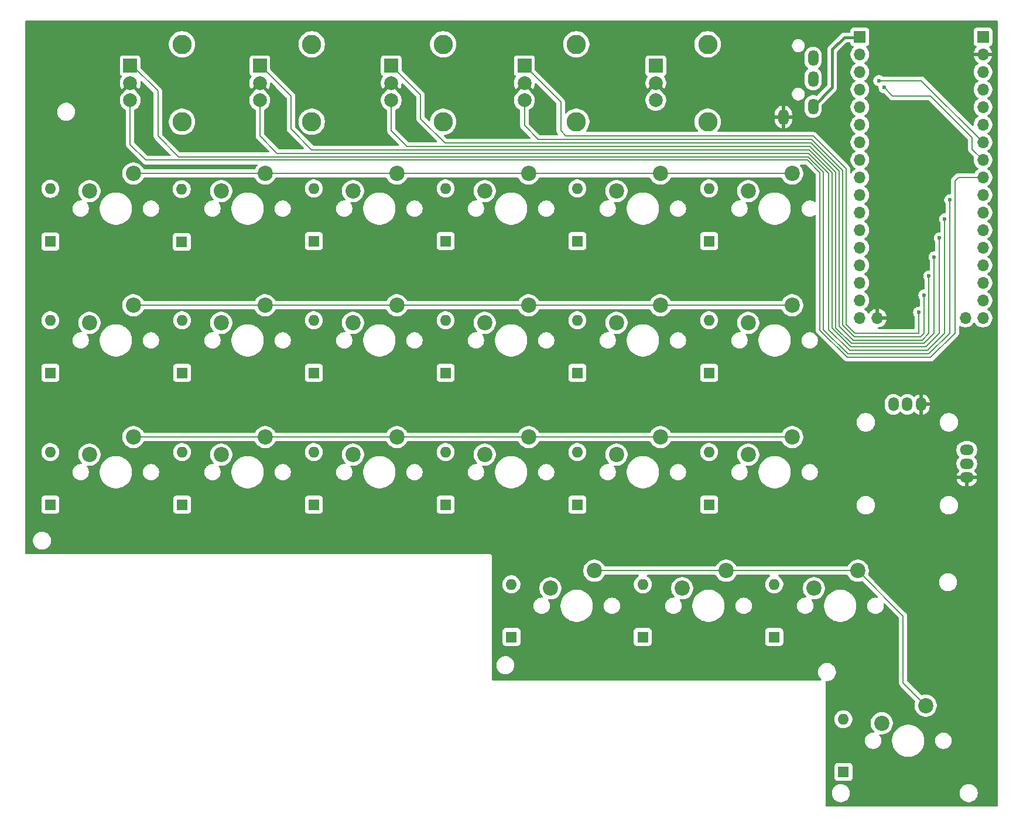
<source format=gbr>
%TF.GenerationSoftware,KiCad,Pcbnew,9.0.0*%
%TF.CreationDate,2025-03-26T22:43:06+09:00*%
%TF.ProjectId,keyboard,6b657962-6f61-4726-942e-6b696361645f,rev?*%
%TF.SameCoordinates,Original*%
%TF.FileFunction,Copper,L2,Bot*%
%TF.FilePolarity,Positive*%
%FSLAX46Y46*%
G04 Gerber Fmt 4.6, Leading zero omitted, Abs format (unit mm)*
G04 Created by KiCad (PCBNEW 9.0.0) date 2025-03-26 22:43:06*
%MOMM*%
%LPD*%
G01*
G04 APERTURE LIST*
%TA.AperFunction,ComponentPad*%
%ADD10R,1.600000X1.600000*%
%TD*%
%TA.AperFunction,ComponentPad*%
%ADD11O,1.600000X1.600000*%
%TD*%
%TA.AperFunction,ComponentPad*%
%ADD12C,2.200000*%
%TD*%
%TA.AperFunction,ComponentPad*%
%ADD13O,1.500000X2.000000*%
%TD*%
%TA.AperFunction,ComponentPad*%
%ADD14O,2.000000X1.500000*%
%TD*%
%TA.AperFunction,ComponentPad*%
%ADD15R,2.000000X2.000000*%
%TD*%
%TA.AperFunction,ComponentPad*%
%ADD16C,2.000000*%
%TD*%
%TA.AperFunction,ComponentPad*%
%ADD17C,2.800000*%
%TD*%
%TA.AperFunction,ComponentPad*%
%ADD18R,1.700000X1.700000*%
%TD*%
%TA.AperFunction,ComponentPad*%
%ADD19O,1.700000X1.700000*%
%TD*%
%TA.AperFunction,ComponentPad*%
%ADD20O,1.500000X2.300000*%
%TD*%
%TA.AperFunction,ViaPad*%
%ADD21C,0.600000*%
%TD*%
%TA.AperFunction,Conductor*%
%ADD22C,0.200000*%
%TD*%
%TA.AperFunction,Conductor*%
%ADD23C,0.400000*%
%TD*%
G04 APERTURE END LIST*
D10*
%TO.P,D12,1,K*%
%TO.N,Net-(D12-K)*%
X171950000Y-88260000D03*
D11*
%TO.P,D12,2,A*%
%TO.N,col6*%
X171950000Y-80640000D03*
%TD*%
D10*
%TO.P,D9,1,K*%
%TO.N,Net-(D9-K)*%
X114800000Y-88260000D03*
D11*
%TO.P,D9,2,A*%
%TO.N,col3*%
X114800000Y-80640000D03*
%TD*%
D12*
%TO.P,SW12,1,A*%
%TO.N,row2*%
X183971000Y-78474000D03*
%TO.P,SW12,2,B*%
%TO.N,Net-(D12-K)*%
X177621000Y-81014000D03*
%TD*%
D10*
%TO.P,D6,1,K*%
%TO.N,Net-(D6-K)*%
X171950000Y-69210000D03*
D11*
%TO.P,D6,2,A*%
%TO.N,col6*%
X171950000Y-61590000D03*
%TD*%
D12*
%TO.P,SW14,1,A*%
%TO.N,row3*%
X107771000Y-97524000D03*
%TO.P,SW14,2,B*%
%TO.N,Net-(D14-K)*%
X101421000Y-100064000D03*
%TD*%
D10*
%TO.P,D20,1,K*%
%TO.N,Net-(D20-K)*%
X162370000Y-126435000D03*
D11*
%TO.P,D20,2,A*%
%TO.N,colX2*%
X162370000Y-118815000D03*
%TD*%
D10*
%TO.P,D3,1,K*%
%TO.N,Net-(D3-K)*%
X114800000Y-69210000D03*
D11*
%TO.P,D3,2,A*%
%TO.N,col3*%
X114800000Y-61590000D03*
%TD*%
D13*
%TO.P,J5,1,Pin_1*%
%TO.N,GND*%
X202612500Y-92787500D03*
D14*
X209212500Y-103387500D03*
D13*
%TO.P,J5,2,Pin_2*%
%TO.N,GPIO27*%
X200612500Y-92787500D03*
%TO.P,J5,3,Pin_3*%
%TO.N,+3.3V*%
X198612500Y-92787500D03*
D14*
X209212500Y-99387500D03*
%TO.P,J5,4,Pin_4*%
%TO.N,GPIO26*%
X209212500Y-101387500D03*
%TD*%
D12*
%TO.P,SW18,1,A*%
%TO.N,row3*%
X183971000Y-97524000D03*
%TO.P,SW18,2,B*%
%TO.N,Net-(D18-K)*%
X177621000Y-100064000D03*
%TD*%
D10*
%TO.P,D13,1,K*%
%TO.N,Net-(D13-K)*%
X76700000Y-107310000D03*
D11*
%TO.P,D13,2,A*%
%TO.N,col1*%
X76700000Y-99690000D03*
%TD*%
D10*
%TO.P,D1,1,K*%
%TO.N,Net-(D1-K)*%
X76700000Y-69255000D03*
D11*
%TO.P,D1,2,A*%
%TO.N,col1*%
X76700000Y-61635000D03*
%TD*%
D12*
%TO.P,SW17,1,A*%
%TO.N,row3*%
X164921000Y-97524000D03*
%TO.P,SW17,2,B*%
%TO.N,Net-(D17-K)*%
X158571000Y-100064000D03*
%TD*%
D15*
%TO.P,SW25,A,A*%
%TO.N,GPIO20*%
X107000000Y-43850000D03*
D16*
%TO.P,SW25,B,B*%
%TO.N,GPIO21*%
X107000000Y-48850000D03*
%TO.P,SW25,C,C*%
%TO.N,GND*%
X107000000Y-46350000D03*
D17*
%TO.P,SW25,MP*%
%TO.N,N/C*%
X114500000Y-40750000D03*
X114500000Y-51950000D03*
%TD*%
D10*
%TO.P,D21,1,K*%
%TO.N,Net-(D21-K)*%
X181370000Y-126435000D03*
D11*
%TO.P,D21,2,A*%
%TO.N,colX3*%
X181370000Y-118815000D03*
%TD*%
D12*
%TO.P,SW20,1,A*%
%TO.N,rowX*%
X174411000Y-116844000D03*
%TO.P,SW20,2,B*%
%TO.N,Net-(D20-K)*%
X168061000Y-119384000D03*
%TD*%
%TO.P,SW1,1,A*%
%TO.N,row1*%
X88721000Y-59424000D03*
%TO.P,SW1,2,B*%
%TO.N,Net-(D1-K)*%
X82371000Y-61964000D03*
%TD*%
D15*
%TO.P,SW23,A,A*%
%TO.N,GPIO16*%
X145250000Y-43850000D03*
D16*
%TO.P,SW23,B,B*%
%TO.N,GPIO17*%
X145250000Y-48850000D03*
%TO.P,SW23,C,C*%
%TO.N,GND*%
X145250000Y-46350000D03*
D17*
%TO.P,SW23,MP*%
%TO.N,N/C*%
X152750000Y-40750000D03*
X152750000Y-51950000D03*
%TD*%
D12*
%TO.P,SW11,1,A*%
%TO.N,row2*%
X164921000Y-78474000D03*
%TO.P,SW11,2,B*%
%TO.N,Net-(D11-K)*%
X158571000Y-81014000D03*
%TD*%
D10*
%TO.P,D17,1,K*%
%TO.N,Net-(D17-K)*%
X152900000Y-107310000D03*
D11*
%TO.P,D17,2,A*%
%TO.N,col5*%
X152900000Y-99690000D03*
%TD*%
D10*
%TO.P,D5,1,K*%
%TO.N,Net-(D5-K)*%
X152900000Y-69210000D03*
D11*
%TO.P,D5,2,A*%
%TO.N,col5*%
X152900000Y-61590000D03*
%TD*%
D10*
%TO.P,D19,1,K*%
%TO.N,Net-(D19-K)*%
X143370000Y-126435000D03*
D11*
%TO.P,D19,2,A*%
%TO.N,colX1*%
X143370000Y-118815000D03*
%TD*%
D12*
%TO.P,SW9,1,A*%
%TO.N,row2*%
X126821000Y-78474000D03*
%TO.P,SW9,2,B*%
%TO.N,Net-(D9-K)*%
X120471000Y-81014000D03*
%TD*%
%TO.P,SW10,1,A*%
%TO.N,row2*%
X145871000Y-78474000D03*
%TO.P,SW10,2,B*%
%TO.N,Net-(D10-K)*%
X139521000Y-81014000D03*
%TD*%
D10*
%TO.P,D11,1,K*%
%TO.N,Net-(D11-K)*%
X152900000Y-88260000D03*
D11*
%TO.P,D11,2,A*%
%TO.N,col5*%
X152900000Y-80640000D03*
%TD*%
D12*
%TO.P,SW15,1,A*%
%TO.N,row3*%
X126821000Y-97524000D03*
%TO.P,SW15,2,B*%
%TO.N,Net-(D15-K)*%
X120471000Y-100064000D03*
%TD*%
D10*
%TO.P,D4,1,K*%
%TO.N,Net-(D4-K)*%
X133850000Y-69210000D03*
D11*
%TO.P,D4,2,A*%
%TO.N,col4*%
X133850000Y-61590000D03*
%TD*%
D12*
%TO.P,SW5,1,A*%
%TO.N,row1*%
X164921000Y-59424000D03*
%TO.P,SW5,2,B*%
%TO.N,Net-(D5-K)*%
X158571000Y-61964000D03*
%TD*%
D18*
%TO.P,U1,1,+5V*%
%TO.N,VSYS*%
X193750000Y-39670000D03*
D19*
%TO.P,U1,2,GPIO0*%
%TO.N,GPIO0*%
X193750000Y-42210000D03*
%TO.P,U1,3,GPIO1*%
%TO.N,GPIO1*%
X193750000Y-44750000D03*
%TO.P,U1,4,GPIO2*%
%TO.N,col1*%
X193750000Y-47290000D03*
%TO.P,U1,5,GPIO3*%
%TO.N,col2*%
X193750000Y-49830000D03*
%TO.P,U1,6,GPIO4*%
%TO.N,col3*%
X193750000Y-52370000D03*
%TO.P,U1,7,GPIO5*%
%TO.N,col4*%
X193750000Y-54910000D03*
%TO.P,U1,8,GPIO6*%
%TO.N,col5*%
X193750000Y-57450000D03*
%TO.P,U1,9,GPIO7*%
%TO.N,col6*%
X193750000Y-59990000D03*
%TO.P,U1,10,GPIO8*%
%TO.N,row1*%
X193750000Y-62530000D03*
%TO.P,U1,11,GPIO9*%
%TO.N,row2*%
X193750000Y-65070000D03*
%TO.P,U1,12,GPIO10*%
%TO.N,row3*%
X193750000Y-67610000D03*
%TO.P,U1,13,GPIO11*%
%TO.N,colX1*%
X193750000Y-70150000D03*
%TO.P,U1,14,GPIO12*%
%TO.N,colX2*%
X193750000Y-72690000D03*
%TO.P,U1,15,GPIO13*%
%TO.N,colX3*%
X193750000Y-75230000D03*
%TO.P,U1,16,GPIO14*%
%TO.N,colX4*%
X193750000Y-77770000D03*
%TO.P,U1,17,GPIO15*%
%TO.N,rowX*%
X193750000Y-80310000D03*
%TO.P,U1,18,GND*%
%TO.N,unconnected-(U1-GND-Pad18)*%
X211550000Y-80310000D03*
%TO.P,U1,19,GPIO16*%
%TO.N,GPIO16*%
X211550000Y-77770000D03*
%TO.P,U1,20,GPIO17*%
%TO.N,GPIO17*%
X211550000Y-75230000D03*
%TO.P,U1,21,GPIO18*%
%TO.N,GPIO18*%
X211550000Y-72690000D03*
%TO.P,U1,22,GPIO19*%
%TO.N,GPIO19*%
X211550000Y-70150000D03*
%TO.P,U1,23,GPIO20*%
%TO.N,GPIO20*%
X211550000Y-67610000D03*
%TO.P,U1,24,GPIO21*%
%TO.N,GPIO21*%
X211550000Y-65070000D03*
%TO.P,U1,25,GPIO22*%
%TO.N,GPIO22*%
X211550000Y-62530000D03*
%TO.P,U1,26,GPIO23*%
%TO.N,GPIO23*%
X211550000Y-59990000D03*
%TO.P,U1,27,GPIO24*%
%TO.N,GPIO24*%
X211550000Y-57450000D03*
%TO.P,U1,28,GPIO25*%
%TO.N,GPIO25*%
X211550000Y-54910000D03*
%TO.P,U1,29,GPIO26*%
%TO.N,GPIO26*%
X211550000Y-52370000D03*
%TO.P,U1,30,GPIO27*%
%TO.N,GPIO27*%
X211550000Y-49830000D03*
%TO.P,U1,31,GPIO28*%
%TO.N,unconnected-(U1-GPIO28-Pad31)*%
X211550000Y-47290000D03*
%TO.P,U1,32,GPIO29*%
%TO.N,unconnected-(U1-GPIO29-Pad32)*%
X211550000Y-44750000D03*
%TO.P,U1,33,GND*%
%TO.N,GND*%
X211550000Y-42210000D03*
D18*
%TO.P,U1,34,+3.3V*%
%TO.N,+3.3V*%
X211550000Y-39670000D03*
D19*
%TO.P,U1,GND,GND*%
%TO.N,GND*%
X196290000Y-80310000D03*
%TO.P,U1,RUN,RUN*%
%TO.N,unconnected-(U1-PadRUN)*%
X209010000Y-80310000D03*
%TD*%
D10*
%TO.P,D7,1,K*%
%TO.N,Net-(D7-K)*%
X76700000Y-88260000D03*
D11*
%TO.P,D7,2,A*%
%TO.N,col1*%
X76700000Y-80640000D03*
%TD*%
D12*
%TO.P,SW13,1,A*%
%TO.N,row3*%
X88721000Y-97524000D03*
%TO.P,SW13,2,B*%
%TO.N,Net-(D13-K)*%
X82371000Y-100064000D03*
%TD*%
D10*
%TO.P,D18,1,K*%
%TO.N,Net-(D18-K)*%
X171950000Y-107310000D03*
D11*
%TO.P,D18,2,A*%
%TO.N,col6*%
X171950000Y-99690000D03*
%TD*%
D10*
%TO.P,D15,1,K*%
%TO.N,Net-(D15-K)*%
X114800000Y-107310000D03*
D11*
%TO.P,D15,2,A*%
%TO.N,col3*%
X114800000Y-99690000D03*
%TD*%
D15*
%TO.P,SW24,A,A*%
%TO.N,GPIO18*%
X126000000Y-43850000D03*
D16*
%TO.P,SW24,B,B*%
%TO.N,GPIO19*%
X126000000Y-48850000D03*
%TO.P,SW24,C,C*%
%TO.N,GND*%
X126000000Y-46350000D03*
D17*
%TO.P,SW24,MP*%
%TO.N,N/C*%
X133500000Y-40750000D03*
X133500000Y-51950000D03*
%TD*%
D12*
%TO.P,SW2,1,A*%
%TO.N,row1*%
X107771000Y-59424000D03*
%TO.P,SW2,2,B*%
%TO.N,Net-(D2-K)*%
X101421000Y-61964000D03*
%TD*%
D20*
%TO.P,J4,R1*%
%TO.N,GPIO0*%
X187000000Y-45750000D03*
%TO.P,J4,R2*%
%TO.N,GPIO1*%
X187000000Y-42750000D03*
%TO.P,J4,S*%
%TO.N,GND*%
X182700000Y-51250000D03*
%TO.P,J4,T*%
%TO.N,VSYS*%
X187000000Y-49750000D03*
%TD*%
D15*
%TO.P,SW26,A,A*%
%TO.N,GPIO22*%
X88250000Y-43850000D03*
D16*
%TO.P,SW26,B,B*%
%TO.N,GPIO23*%
X88250000Y-48850000D03*
%TO.P,SW26,C,C*%
%TO.N,GND*%
X88250000Y-46350000D03*
D17*
%TO.P,SW26,MP*%
%TO.N,N/C*%
X95750000Y-40750000D03*
X95750000Y-51950000D03*
%TD*%
D10*
%TO.P,D8,1,K*%
%TO.N,Net-(D8-K)*%
X95750000Y-88260000D03*
D11*
%TO.P,D8,2,A*%
%TO.N,col2*%
X95750000Y-80640000D03*
%TD*%
D15*
%TO.P,SW27,A,A*%
%TO.N,GPIO24*%
X164250000Y-43850000D03*
D16*
%TO.P,SW27,B,B*%
%TO.N,GPIO25*%
X164250000Y-48850000D03*
%TO.P,SW27,C,C*%
%TO.N,GND*%
X164250000Y-46350000D03*
D17*
%TO.P,SW27,MP*%
%TO.N,N/C*%
X171750000Y-40750000D03*
X171750000Y-51950000D03*
%TD*%
D10*
%TO.P,D2,1,K*%
%TO.N,Net-(D2-K)*%
X95701000Y-69310000D03*
D11*
%TO.P,D2,2,A*%
%TO.N,col2*%
X95701000Y-61690000D03*
%TD*%
D12*
%TO.P,SW3,1,A*%
%TO.N,row1*%
X126821000Y-59424000D03*
%TO.P,SW3,2,B*%
%TO.N,Net-(D3-K)*%
X120471000Y-61964000D03*
%TD*%
%TO.P,SW4,1,A*%
%TO.N,row1*%
X145871000Y-59424000D03*
%TO.P,SW4,2,B*%
%TO.N,Net-(D4-K)*%
X139521000Y-61964000D03*
%TD*%
%TO.P,SW6,1,A*%
%TO.N,row1*%
X183971000Y-59424000D03*
%TO.P,SW6,2,B*%
%TO.N,Net-(D6-K)*%
X177621000Y-61964000D03*
%TD*%
%TO.P,SW8,1,A*%
%TO.N,row2*%
X107771000Y-78474000D03*
%TO.P,SW8,2,B*%
%TO.N,Net-(D8-K)*%
X101421000Y-81014000D03*
%TD*%
D10*
%TO.P,D22,1,K*%
%TO.N,Net-(D22-K)*%
X191370000Y-145935000D03*
D11*
%TO.P,D22,2,A*%
%TO.N,colX4*%
X191370000Y-138315000D03*
%TD*%
D12*
%TO.P,SW22,1,A*%
%TO.N,rowX*%
X203281000Y-136344000D03*
%TO.P,SW22,2,B*%
%TO.N,Net-(D22-K)*%
X196931000Y-138884000D03*
%TD*%
D10*
%TO.P,D16,1,K*%
%TO.N,Net-(D16-K)*%
X133850000Y-107310000D03*
D11*
%TO.P,D16,2,A*%
%TO.N,col4*%
X133850000Y-99690000D03*
%TD*%
D10*
%TO.P,D10,1,K*%
%TO.N,Net-(D10-K)*%
X133850000Y-88260000D03*
D11*
%TO.P,D10,2,A*%
%TO.N,col4*%
X133850000Y-80640000D03*
%TD*%
D10*
%TO.P,D14,1,K*%
%TO.N,Net-(D14-K)*%
X95750000Y-107310000D03*
D11*
%TO.P,D14,2,A*%
%TO.N,col2*%
X95750000Y-99690000D03*
%TD*%
D12*
%TO.P,SW19,1,A*%
%TO.N,rowX*%
X155361000Y-116844000D03*
%TO.P,SW19,2,B*%
%TO.N,Net-(D19-K)*%
X149011000Y-119384000D03*
%TD*%
%TO.P,SW7,1,A*%
%TO.N,row2*%
X88721000Y-78474000D03*
%TO.P,SW7,2,B*%
%TO.N,Net-(D7-K)*%
X82371000Y-81014000D03*
%TD*%
%TO.P,SW16,1,A*%
%TO.N,row3*%
X145871000Y-97524000D03*
%TO.P,SW16,2,B*%
%TO.N,Net-(D16-K)*%
X139521000Y-100064000D03*
%TD*%
%TO.P,SW21,1,A*%
%TO.N,rowX*%
X193461000Y-116844000D03*
%TO.P,SW21,2,B*%
%TO.N,Net-(D21-K)*%
X187111000Y-119384000D03*
%TD*%
D21*
%TO.N,GND*%
X147750000Y-52000000D03*
X129750000Y-53500000D03*
X109000000Y-52441527D03*
X90500000Y-54000000D03*
X158750000Y-68500000D03*
X160500000Y-107250000D03*
X139500000Y-67500000D03*
X184500000Y-106500000D03*
X175000000Y-126500000D03*
X166500000Y-87750000D03*
X180500000Y-45500000D03*
X196500000Y-70500000D03*
X122750000Y-44250000D03*
X109500000Y-69750000D03*
X119750000Y-88500000D03*
X83000000Y-87750000D03*
X196250000Y-49750000D03*
X82750000Y-45250000D03*
X160750000Y-42750000D03*
X208000000Y-45750000D03*
X211750000Y-135250000D03*
X89500000Y-69500000D03*
X153250000Y-126750000D03*
X147750000Y-87750000D03*
X90750000Y-107250000D03*
X128000000Y-106500000D03*
X180500000Y-87750000D03*
X201750000Y-105750000D03*
X100500000Y-88750000D03*
X108500000Y-106500000D03*
X195250000Y-91250000D03*
X209250000Y-87000000D03*
X128250000Y-67500000D03*
X182000000Y-67250000D03*
X201500000Y-43000000D03*
X104000000Y-44000000D03*
X139500000Y-106750000D03*
X206500000Y-126000000D03*
%TO.N,GPIO22*%
X206750000Y-63250000D03*
%TO.N,GPIO20*%
X205250000Y-68750000D03*
%TO.N,GPIO17*%
X203000000Y-77000000D03*
%TO.N,GPIO16*%
X202250000Y-79500000D03*
%TO.N,GPIO18*%
X203750000Y-74250000D03*
%TO.N,GPIO21*%
X206000000Y-66000000D03*
%TO.N,GPIO19*%
X204500000Y-71500000D03*
%TO.N,GPIO25*%
X196500000Y-46000000D03*
%TO.N,GPIO24*%
X197250000Y-47000000D03*
%TD*%
D22*
%TO.N,GPIO17*%
X203000000Y-77000000D02*
X203000000Y-82500000D01*
X203000000Y-82500000D02*
X202500000Y-83000000D01*
X192934314Y-83000000D02*
X191250000Y-81315686D01*
X202500000Y-83000000D02*
X192934314Y-83000000D01*
X191250000Y-81315686D02*
X191250000Y-59000000D01*
X186750000Y-54500000D02*
X147250000Y-54500000D01*
X191250000Y-59000000D02*
X186750000Y-54500000D01*
X147250000Y-54500000D02*
X145250000Y-52500000D01*
X145250000Y-52500000D02*
X145250000Y-48850000D01*
%TO.N,GPIO19*%
X204500000Y-71500000D02*
X204500000Y-82500000D01*
X203000000Y-84000000D02*
X192500000Y-84000000D01*
X204500000Y-82500000D02*
X203000000Y-84000000D01*
X190250000Y-81750000D02*
X190250000Y-59250000D01*
X192500000Y-84000000D02*
X190250000Y-81750000D01*
X190250000Y-59250000D02*
X186500000Y-55500000D01*
X186500000Y-55500000D02*
X128250000Y-55500000D01*
X128250000Y-55500000D02*
X126000000Y-53250000D01*
X126000000Y-53250000D02*
X126000000Y-48850000D01*
%TO.N,GPIO21*%
X107000000Y-48850000D02*
X107000000Y-54000000D01*
X109500000Y-56500000D02*
X186368628Y-56500000D01*
X189250000Y-59381372D02*
X189250000Y-82000000D01*
X107000000Y-54000000D02*
X109500000Y-56500000D01*
X186368628Y-56500000D02*
X189250000Y-59381372D01*
X189250000Y-82000000D02*
X192250000Y-85000000D01*
X192250000Y-85000000D02*
X203500000Y-85000000D01*
X206000000Y-82500000D02*
X206000000Y-66000000D01*
X203500000Y-85000000D02*
X206000000Y-82500000D01*
%TO.N,GPIO22*%
X88250000Y-43850000D02*
X88600000Y-43850000D01*
X88600000Y-43850000D02*
X92250000Y-47500000D01*
X92250000Y-47500000D02*
X92250000Y-54000000D01*
X192000000Y-85500000D02*
X203750000Y-85500000D01*
X92250000Y-54000000D02*
X95250000Y-57000000D01*
X95250000Y-57000000D02*
X186250000Y-57000000D01*
X188500000Y-59250000D02*
X188500000Y-82000000D01*
X188500000Y-82000000D02*
X192000000Y-85500000D01*
X186250000Y-57000000D02*
X188500000Y-59250000D01*
X203750000Y-85500000D02*
X206750000Y-82500000D01*
X206750000Y-82500000D02*
X206750000Y-63250000D01*
%TO.N,GPIO23*%
X88350000Y-48850000D02*
X88250000Y-48950000D01*
X88250000Y-48950000D02*
X88250000Y-55250000D01*
X204000000Y-86000000D02*
X207500000Y-82500000D01*
X88250000Y-55250000D02*
X90500000Y-57500000D01*
X90500000Y-57500000D02*
X186184314Y-57500000D01*
X186184314Y-57500000D02*
X188000000Y-59315686D01*
X188000000Y-59315686D02*
X188000000Y-82065686D01*
X191934314Y-86000000D02*
X204000000Y-86000000D01*
X188000000Y-82065686D02*
X191934314Y-86000000D01*
X207500000Y-60500000D02*
X208010000Y-59990000D01*
X207500000Y-82500000D02*
X207500000Y-60500000D01*
X208010000Y-59990000D02*
X211550000Y-59990000D01*
D23*
%TO.N,VSYS*%
X187000000Y-49750000D02*
X189750000Y-47000000D01*
D22*
X193670000Y-39750000D02*
X193750000Y-39670000D01*
D23*
X189750000Y-47000000D02*
X189750000Y-41500000D01*
X189750000Y-41500000D02*
X191500000Y-39750000D01*
X191500000Y-39750000D02*
X193670000Y-39750000D01*
D22*
%TO.N,GPIO20*%
X111500000Y-48250000D02*
X107100000Y-43850000D01*
X192434314Y-84500000D02*
X189717157Y-81782843D01*
X203250000Y-84500000D02*
X192434314Y-84500000D01*
X189717157Y-59282843D02*
X186434314Y-56000000D01*
X205250000Y-68750000D02*
X205250000Y-82500000D01*
X114500000Y-56000000D02*
X111500000Y-53000000D01*
X111500000Y-53000000D02*
X111500000Y-48250000D01*
X189717157Y-81782843D02*
X189717157Y-59282843D01*
X186434314Y-56000000D02*
X114500000Y-56000000D01*
X107100000Y-43850000D02*
X107000000Y-43850000D01*
X205250000Y-82500000D02*
X203250000Y-84500000D01*
%TO.N,GPIO16*%
X187000000Y-54000000D02*
X151250000Y-54000000D01*
X202250000Y-79500000D02*
X202250000Y-82500000D01*
X150500000Y-49100000D02*
X145250000Y-43850000D01*
X191750000Y-58750000D02*
X187000000Y-54000000D01*
X202250000Y-82500000D02*
X193000000Y-82500000D01*
X193000000Y-82500000D02*
X191750000Y-81250000D01*
X151250000Y-54000000D02*
X150500000Y-53250000D01*
X191750000Y-81250000D02*
X191750000Y-58750000D01*
X150500000Y-53250000D02*
X150500000Y-49100000D01*
%TO.N,GPIO18*%
X186684314Y-55000000D02*
X133750000Y-55000000D01*
X130250000Y-48100000D02*
X126000000Y-43850000D01*
X202750000Y-83500000D02*
X192750000Y-83500000D01*
X203750000Y-74250000D02*
X203750000Y-82500000D01*
X130250000Y-51500000D02*
X130250000Y-48100000D01*
X190717157Y-81467157D02*
X190717157Y-59032843D01*
X133750000Y-55000000D02*
X130250000Y-51500000D01*
X192750000Y-83500000D02*
X190717157Y-81467157D01*
X190717157Y-59032843D02*
X186684314Y-55000000D01*
X203750000Y-82500000D02*
X202750000Y-83500000D01*
%TO.N,GPIO25*%
X202640000Y-46000000D02*
X211550000Y-54910000D01*
X196500000Y-46000000D02*
X202640000Y-46000000D01*
%TO.N,GPIO24*%
X204000000Y-48250000D02*
X210000000Y-54250000D01*
X210000000Y-54250000D02*
X210000000Y-55900000D01*
X210000000Y-55900000D02*
X211550000Y-57450000D01*
X198500000Y-48250000D02*
X204000000Y-48250000D01*
X197250000Y-47000000D02*
X198500000Y-48250000D01*
X164350000Y-43850000D02*
X164750000Y-44250000D01*
%TO.N,row1*%
X88721000Y-59424000D02*
X183971000Y-59424000D01*
%TO.N,row2*%
X183971000Y-78474000D02*
X88721000Y-78474000D01*
%TO.N,row3*%
X88721000Y-97524000D02*
X183971000Y-97524000D01*
%TO.N,rowX*%
X200000000Y-133063000D02*
X203281000Y-136344000D01*
X155361000Y-116844000D02*
X193461000Y-116844000D01*
X200000000Y-123383000D02*
X200000000Y-133063000D01*
X193461000Y-116844000D02*
X200000000Y-123383000D01*
%TD*%
%TA.AperFunction,Conductor*%
%TO.N,GND*%
G36*
X89925693Y-46029485D02*
G01*
X89947827Y-46047063D01*
X90482944Y-46582179D01*
X91613181Y-47712416D01*
X91646666Y-47773739D01*
X91649500Y-47800097D01*
X91649500Y-53913330D01*
X91649499Y-53913348D01*
X91649499Y-54079054D01*
X91649498Y-54079054D01*
X91690424Y-54231789D01*
X91690425Y-54231790D01*
X91711455Y-54268214D01*
X91711456Y-54268216D01*
X91769475Y-54368709D01*
X91769481Y-54368717D01*
X91888349Y-54487585D01*
X91888355Y-54487590D01*
X94088583Y-56687819D01*
X94122068Y-56749142D01*
X94117084Y-56818834D01*
X94075212Y-56874767D01*
X94009748Y-56899184D01*
X94000902Y-56899500D01*
X90800098Y-56899500D01*
X90733059Y-56879815D01*
X90712417Y-56863181D01*
X88886819Y-55037583D01*
X88853334Y-54976260D01*
X88850500Y-54949902D01*
X88850500Y-50304067D01*
X88870185Y-50237028D01*
X88918205Y-50193582D01*
X89036433Y-50133343D01*
X89227510Y-49994517D01*
X89394517Y-49827510D01*
X89533343Y-49636433D01*
X89640568Y-49425992D01*
X89713553Y-49201368D01*
X89713849Y-49199500D01*
X89750500Y-48968097D01*
X89750500Y-48731902D01*
X89713553Y-48498631D01*
X89661705Y-48339060D01*
X89640568Y-48274008D01*
X89640566Y-48274005D01*
X89640566Y-48274003D01*
X89581976Y-48159014D01*
X89533343Y-48063567D01*
X89394517Y-47872490D01*
X89227510Y-47705483D01*
X89171259Y-47664614D01*
X89128595Y-47609284D01*
X89123902Y-47577455D01*
X88379408Y-46832962D01*
X88442993Y-46815925D01*
X88557007Y-46750099D01*
X88650099Y-46657007D01*
X88715925Y-46542993D01*
X88732962Y-46479409D01*
X89472658Y-47219105D01*
X89472658Y-47219104D01*
X89532914Y-47136169D01*
X89532918Y-47136163D01*
X89640102Y-46925802D01*
X89713065Y-46701247D01*
X89750000Y-46468052D01*
X89750000Y-46231948D01*
X89737677Y-46154145D01*
X89746631Y-46084852D01*
X89791628Y-46031400D01*
X89858379Y-46010760D01*
X89925693Y-46029485D01*
G37*
%TD.AperFunction*%
%TA.AperFunction,Conductor*%
G36*
X108705203Y-46304884D02*
G01*
X108711670Y-46310906D01*
X109326481Y-46925716D01*
X110863181Y-48462416D01*
X110896666Y-48523739D01*
X110899500Y-48550097D01*
X110899500Y-52913330D01*
X110899499Y-52913348D01*
X110899499Y-53079054D01*
X110899498Y-53079054D01*
X110899499Y-53079057D01*
X110940423Y-53231785D01*
X110954769Y-53256632D01*
X110995402Y-53327011D01*
X111019479Y-53368715D01*
X111138349Y-53487585D01*
X111138355Y-53487590D01*
X113338583Y-55687819D01*
X113372068Y-55749142D01*
X113367084Y-55818834D01*
X113325212Y-55874767D01*
X113259748Y-55899184D01*
X113250902Y-55899500D01*
X109800097Y-55899500D01*
X109733058Y-55879815D01*
X109712416Y-55863181D01*
X107636819Y-53787584D01*
X107603334Y-53726261D01*
X107600500Y-53699903D01*
X107600500Y-50304067D01*
X107620185Y-50237028D01*
X107668205Y-50193582D01*
X107786433Y-50133343D01*
X107977510Y-49994517D01*
X108144517Y-49827510D01*
X108283343Y-49636433D01*
X108390568Y-49425992D01*
X108463553Y-49201368D01*
X108463849Y-49199500D01*
X108500500Y-48968097D01*
X108500500Y-48731902D01*
X108463553Y-48498631D01*
X108411705Y-48339060D01*
X108390568Y-48274008D01*
X108390566Y-48274005D01*
X108390566Y-48274003D01*
X108331976Y-48159014D01*
X108283343Y-48063567D01*
X108144517Y-47872490D01*
X107977510Y-47705483D01*
X107921259Y-47664614D01*
X107878595Y-47609284D01*
X107873902Y-47577455D01*
X107129408Y-46832962D01*
X107192993Y-46815925D01*
X107307007Y-46750099D01*
X107400099Y-46657007D01*
X107465925Y-46542993D01*
X107482962Y-46479409D01*
X108222658Y-47219105D01*
X108222658Y-47219104D01*
X108282914Y-47136169D01*
X108282918Y-47136163D01*
X108390102Y-46925802D01*
X108463065Y-46701247D01*
X108500000Y-46468052D01*
X108500000Y-46398597D01*
X108519685Y-46331558D01*
X108572489Y-46285803D01*
X108641647Y-46275859D01*
X108705203Y-46304884D01*
G37*
%TD.AperFunction*%
%TA.AperFunction,Conductor*%
G36*
X127657787Y-46377288D02*
G01*
X127708836Y-46408072D01*
X128150765Y-46850000D01*
X129613181Y-48312416D01*
X129646666Y-48373739D01*
X129649500Y-48400097D01*
X129649500Y-51413330D01*
X129649499Y-51413348D01*
X129649499Y-51579054D01*
X129649498Y-51579054D01*
X129690423Y-51731785D01*
X129719358Y-51781900D01*
X129719359Y-51781904D01*
X129719360Y-51781904D01*
X129769479Y-51868714D01*
X129769481Y-51868717D01*
X129888349Y-51987585D01*
X129888355Y-51987590D01*
X132588584Y-54687819D01*
X132622069Y-54749142D01*
X132617085Y-54818834D01*
X132575213Y-54874767D01*
X132509749Y-54899184D01*
X132500903Y-54899500D01*
X128550098Y-54899500D01*
X128483059Y-54879815D01*
X128462417Y-54863181D01*
X126636819Y-53037583D01*
X126603334Y-52976260D01*
X126600500Y-52949902D01*
X126600500Y-50304067D01*
X126620185Y-50237028D01*
X126668205Y-50193582D01*
X126786433Y-50133343D01*
X126977510Y-49994517D01*
X127144517Y-49827510D01*
X127283343Y-49636433D01*
X127390568Y-49425992D01*
X127463553Y-49201368D01*
X127463849Y-49199500D01*
X127500500Y-48968097D01*
X127500500Y-48731902D01*
X127463553Y-48498631D01*
X127411705Y-48339060D01*
X127390568Y-48274008D01*
X127390566Y-48274005D01*
X127390566Y-48274003D01*
X127331976Y-48159014D01*
X127283343Y-48063567D01*
X127144517Y-47872490D01*
X126977510Y-47705483D01*
X126921259Y-47664614D01*
X126878595Y-47609284D01*
X126873902Y-47577455D01*
X126129408Y-46832962D01*
X126192993Y-46815925D01*
X126307007Y-46750099D01*
X126400099Y-46657007D01*
X126465925Y-46542993D01*
X126482962Y-46479409D01*
X127222658Y-47219105D01*
X127222658Y-47219104D01*
X127282914Y-47136169D01*
X127282918Y-47136163D01*
X127390102Y-46925802D01*
X127463065Y-46701247D01*
X127463066Y-46701246D01*
X127498684Y-46476357D01*
X127528613Y-46413222D01*
X127587924Y-46376290D01*
X127657787Y-46377288D01*
G37*
%TD.AperFunction*%
%TA.AperFunction,Conductor*%
G36*
X146907787Y-46377288D02*
G01*
X146958838Y-46408073D01*
X149863181Y-49312416D01*
X149896666Y-49373739D01*
X149899500Y-49400097D01*
X149899500Y-53163330D01*
X149899499Y-53163348D01*
X149899499Y-53329054D01*
X149899498Y-53329054D01*
X149940424Y-53481789D01*
X149940425Y-53481790D01*
X149958401Y-53512925D01*
X149958404Y-53512929D01*
X149962187Y-53519481D01*
X150019480Y-53618716D01*
X150094731Y-53693967D01*
X150099958Y-53700908D01*
X150109323Y-53725801D01*
X150122068Y-53749142D01*
X150121434Y-53757995D01*
X150124560Y-53766303D01*
X150118981Y-53792302D01*
X150117084Y-53818834D01*
X150111763Y-53825940D01*
X150109902Y-53834618D01*
X150091149Y-53853477D01*
X150075212Y-53874767D01*
X150066896Y-53877868D01*
X150060638Y-53884163D01*
X150034664Y-53889890D01*
X150009748Y-53899184D01*
X150000902Y-53899500D01*
X147550097Y-53899500D01*
X147483058Y-53879815D01*
X147462416Y-53863181D01*
X145886819Y-52287584D01*
X145853334Y-52226261D01*
X145850500Y-52199903D01*
X145850500Y-50304067D01*
X145870185Y-50237028D01*
X145918205Y-50193582D01*
X146036433Y-50133343D01*
X146227510Y-49994517D01*
X146394517Y-49827510D01*
X146533343Y-49636433D01*
X146640568Y-49425992D01*
X146713553Y-49201368D01*
X146713849Y-49199500D01*
X146750500Y-48968097D01*
X146750500Y-48731902D01*
X146713553Y-48498631D01*
X146661705Y-48339060D01*
X146640568Y-48274008D01*
X146640566Y-48274005D01*
X146640566Y-48274003D01*
X146581976Y-48159014D01*
X146533343Y-48063567D01*
X146394517Y-47872490D01*
X146227510Y-47705483D01*
X146171259Y-47664614D01*
X146128595Y-47609284D01*
X146123902Y-47577455D01*
X145379408Y-46832962D01*
X145442993Y-46815925D01*
X145557007Y-46750099D01*
X145650099Y-46657007D01*
X145715925Y-46542993D01*
X145732962Y-46479409D01*
X146472658Y-47219105D01*
X146472658Y-47219104D01*
X146532914Y-47136169D01*
X146532918Y-47136163D01*
X146640102Y-46925802D01*
X146713065Y-46701247D01*
X146713066Y-46701246D01*
X146748684Y-46476357D01*
X146778613Y-46413222D01*
X146837924Y-46376290D01*
X146907787Y-46377288D01*
G37*
%TD.AperFunction*%
%TA.AperFunction,Conductor*%
G36*
X213642539Y-37320185D02*
G01*
X213688294Y-37372989D01*
X213699500Y-37424500D01*
X213699500Y-150825500D01*
X213679815Y-150892539D01*
X213627011Y-150938294D01*
X213575500Y-150949500D01*
X188924500Y-150949500D01*
X188857461Y-150929815D01*
X188811706Y-150877011D01*
X188800500Y-150825500D01*
X188800500Y-148897648D01*
X189699500Y-148897648D01*
X189699500Y-149102351D01*
X189731522Y-149304534D01*
X189794781Y-149499223D01*
X189815926Y-149540721D01*
X189881481Y-149669380D01*
X189887715Y-149681613D01*
X190008028Y-149847213D01*
X190152786Y-149991971D01*
X190307749Y-150104556D01*
X190318390Y-150112287D01*
X190434607Y-150171503D01*
X190500776Y-150205218D01*
X190500778Y-150205218D01*
X190500781Y-150205220D01*
X190605137Y-150239127D01*
X190695465Y-150268477D01*
X190796557Y-150284488D01*
X190897648Y-150300500D01*
X190897649Y-150300500D01*
X191102351Y-150300500D01*
X191102352Y-150300500D01*
X191304534Y-150268477D01*
X191499219Y-150205220D01*
X191681610Y-150112287D01*
X191774590Y-150044732D01*
X191847213Y-149991971D01*
X191847215Y-149991968D01*
X191847219Y-149991966D01*
X191991966Y-149847219D01*
X191991968Y-149847215D01*
X191991971Y-149847213D01*
X192101736Y-149696132D01*
X192112287Y-149681610D01*
X192205220Y-149499219D01*
X192268477Y-149304534D01*
X192300500Y-149102352D01*
X192300500Y-148897648D01*
X208199500Y-148897648D01*
X208199500Y-149102351D01*
X208231522Y-149304534D01*
X208294781Y-149499223D01*
X208315926Y-149540721D01*
X208381481Y-149669380D01*
X208387715Y-149681613D01*
X208508028Y-149847213D01*
X208652786Y-149991971D01*
X208807749Y-150104556D01*
X208818390Y-150112287D01*
X208934607Y-150171503D01*
X209000776Y-150205218D01*
X209000778Y-150205218D01*
X209000781Y-150205220D01*
X209105137Y-150239127D01*
X209195465Y-150268477D01*
X209296557Y-150284488D01*
X209397648Y-150300500D01*
X209397649Y-150300500D01*
X209602351Y-150300500D01*
X209602352Y-150300500D01*
X209804534Y-150268477D01*
X209999219Y-150205220D01*
X210181610Y-150112287D01*
X210274590Y-150044732D01*
X210347213Y-149991971D01*
X210347215Y-149991968D01*
X210347219Y-149991966D01*
X210491966Y-149847219D01*
X210491968Y-149847215D01*
X210491971Y-149847213D01*
X210601736Y-149696132D01*
X210612287Y-149681610D01*
X210705220Y-149499219D01*
X210768477Y-149304534D01*
X210800500Y-149102352D01*
X210800500Y-148897648D01*
X210768477Y-148695466D01*
X210760286Y-148670258D01*
X210705218Y-148500776D01*
X210645256Y-148383096D01*
X210612287Y-148318390D01*
X210601736Y-148303868D01*
X210491971Y-148152786D01*
X210347213Y-148008028D01*
X210181613Y-147887715D01*
X210181612Y-147887714D01*
X210181610Y-147887713D01*
X210124653Y-147858691D01*
X209999223Y-147794781D01*
X209804534Y-147731522D01*
X209629995Y-147703878D01*
X209602352Y-147699500D01*
X209397648Y-147699500D01*
X209373329Y-147703351D01*
X209195465Y-147731522D01*
X209000776Y-147794781D01*
X208818386Y-147887715D01*
X208652786Y-148008028D01*
X208508028Y-148152786D01*
X208387715Y-148318386D01*
X208294781Y-148500776D01*
X208231522Y-148695465D01*
X208199500Y-148897648D01*
X192300500Y-148897648D01*
X192268477Y-148695466D01*
X192260286Y-148670258D01*
X192205218Y-148500776D01*
X192145256Y-148383096D01*
X192112287Y-148318390D01*
X192101736Y-148303868D01*
X191991971Y-148152786D01*
X191847213Y-148008028D01*
X191681613Y-147887715D01*
X191681612Y-147887714D01*
X191681610Y-147887713D01*
X191624653Y-147858691D01*
X191499223Y-147794781D01*
X191304534Y-147731522D01*
X191129995Y-147703878D01*
X191102352Y-147699500D01*
X190897648Y-147699500D01*
X190873329Y-147703351D01*
X190695465Y-147731522D01*
X190500776Y-147794781D01*
X190318386Y-147887715D01*
X190152786Y-148008028D01*
X190008028Y-148152786D01*
X189887715Y-148318386D01*
X189794781Y-148500776D01*
X189731522Y-148695465D01*
X189699500Y-148897648D01*
X188800500Y-148897648D01*
X188800500Y-145087135D01*
X190069500Y-145087135D01*
X190069500Y-146782870D01*
X190069501Y-146782876D01*
X190075908Y-146842483D01*
X190126202Y-146977328D01*
X190126206Y-146977335D01*
X190212452Y-147092544D01*
X190212455Y-147092547D01*
X190327664Y-147178793D01*
X190327671Y-147178797D01*
X190462517Y-147229091D01*
X190462516Y-147229091D01*
X190469444Y-147229835D01*
X190522127Y-147235500D01*
X192217872Y-147235499D01*
X192277483Y-147229091D01*
X192412331Y-147178796D01*
X192527546Y-147092546D01*
X192613796Y-146977331D01*
X192664091Y-146842483D01*
X192670500Y-146782873D01*
X192670499Y-145087128D01*
X192664091Y-145027517D01*
X192613796Y-144892669D01*
X192613795Y-144892668D01*
X192613793Y-144892664D01*
X192527547Y-144777455D01*
X192527544Y-144777452D01*
X192412335Y-144691206D01*
X192412328Y-144691202D01*
X192277482Y-144640908D01*
X192277483Y-144640908D01*
X192217883Y-144634501D01*
X192217881Y-144634500D01*
X192217873Y-144634500D01*
X192217864Y-144634500D01*
X190522129Y-144634500D01*
X190522123Y-144634501D01*
X190462516Y-144640908D01*
X190327671Y-144691202D01*
X190327664Y-144691206D01*
X190212455Y-144777452D01*
X190212452Y-144777455D01*
X190126206Y-144892664D01*
X190126202Y-144892671D01*
X190075908Y-145027517D01*
X190069501Y-145087116D01*
X190069501Y-145087123D01*
X190069500Y-145087135D01*
X188800500Y-145087135D01*
X188800500Y-141331093D01*
X194480500Y-141331093D01*
X194480500Y-141516906D01*
X194509568Y-141700435D01*
X194509568Y-141700438D01*
X194566986Y-141877152D01*
X194651346Y-142042717D01*
X194760565Y-142193044D01*
X194891956Y-142324435D01*
X195042283Y-142433654D01*
X195207845Y-142518012D01*
X195207847Y-142518013D01*
X195384562Y-142575431D01*
X195384563Y-142575431D01*
X195384566Y-142575432D01*
X195568093Y-142604500D01*
X195568094Y-142604500D01*
X195753906Y-142604500D01*
X195753907Y-142604500D01*
X195937434Y-142575432D01*
X195937437Y-142575431D01*
X195937438Y-142575431D01*
X196114152Y-142518013D01*
X196114152Y-142518012D01*
X196114155Y-142518012D01*
X196279717Y-142433654D01*
X196430044Y-142324435D01*
X196561435Y-142193044D01*
X196670654Y-142042717D01*
X196755012Y-141877155D01*
X196812432Y-141700434D01*
X196841500Y-141516907D01*
X196841500Y-141331093D01*
X196832021Y-141271243D01*
X198410500Y-141271243D01*
X198410500Y-141576756D01*
X198450375Y-141879630D01*
X198529445Y-142174722D01*
X198646349Y-142456955D01*
X198646357Y-142456972D01*
X198714750Y-142575431D01*
X198799103Y-142721534D01*
X198799105Y-142721537D01*
X198799106Y-142721538D01*
X198985076Y-142963900D01*
X198985082Y-142963907D01*
X199201092Y-143179917D01*
X199201098Y-143179922D01*
X199443466Y-143365897D01*
X199613506Y-143464070D01*
X199708027Y-143518642D01*
X199708032Y-143518644D01*
X199708035Y-143518646D01*
X199708039Y-143518647D01*
X199708044Y-143518650D01*
X199797555Y-143555726D01*
X199990278Y-143635555D01*
X200285367Y-143714624D01*
X200588251Y-143754500D01*
X200588258Y-143754500D01*
X200893742Y-143754500D01*
X200893749Y-143754500D01*
X201196633Y-143714624D01*
X201491722Y-143635555D01*
X201773965Y-143518646D01*
X202038534Y-143365897D01*
X202280902Y-143179922D01*
X202496922Y-142963902D01*
X202682897Y-142721534D01*
X202835646Y-142456965D01*
X202952555Y-142174722D01*
X203031624Y-141879633D01*
X203071500Y-141576749D01*
X203071500Y-141331093D01*
X204640500Y-141331093D01*
X204640500Y-141516906D01*
X204669568Y-141700435D01*
X204669568Y-141700438D01*
X204726986Y-141877152D01*
X204811346Y-142042717D01*
X204920565Y-142193044D01*
X205051956Y-142324435D01*
X205202283Y-142433654D01*
X205367845Y-142518012D01*
X205367847Y-142518013D01*
X205544562Y-142575431D01*
X205544563Y-142575431D01*
X205544566Y-142575432D01*
X205728093Y-142604500D01*
X205728094Y-142604500D01*
X205913906Y-142604500D01*
X205913907Y-142604500D01*
X206097434Y-142575432D01*
X206097437Y-142575431D01*
X206097438Y-142575431D01*
X206274152Y-142518013D01*
X206274152Y-142518012D01*
X206274155Y-142518012D01*
X206439717Y-142433654D01*
X206590044Y-142324435D01*
X206721435Y-142193044D01*
X206830654Y-142042717D01*
X206915012Y-141877155D01*
X206972432Y-141700434D01*
X207001500Y-141516907D01*
X207001500Y-141331093D01*
X206972432Y-141147566D01*
X206972431Y-141147562D01*
X206972431Y-141147561D01*
X206915013Y-140970847D01*
X206830653Y-140805282D01*
X206830651Y-140805279D01*
X206721435Y-140654956D01*
X206590044Y-140523565D01*
X206439717Y-140414346D01*
X206393951Y-140391027D01*
X206274152Y-140329986D01*
X206097437Y-140272568D01*
X205959788Y-140250767D01*
X205913907Y-140243500D01*
X205728093Y-140243500D01*
X205668952Y-140252867D01*
X205544564Y-140272568D01*
X205544561Y-140272568D01*
X205367847Y-140329986D01*
X205202282Y-140414346D01*
X205133263Y-140464492D01*
X205051956Y-140523565D01*
X205051954Y-140523567D01*
X205051953Y-140523567D01*
X204920567Y-140654953D01*
X204920567Y-140654954D01*
X204920565Y-140654956D01*
X204873659Y-140719515D01*
X204811346Y-140805282D01*
X204726986Y-140970847D01*
X204669568Y-141147561D01*
X204669568Y-141147564D01*
X204640500Y-141331093D01*
X203071500Y-141331093D01*
X203071500Y-141271251D01*
X203031624Y-140968367D01*
X202952555Y-140673278D01*
X202835646Y-140391035D01*
X202835644Y-140391032D01*
X202835642Y-140391027D01*
X202755876Y-140252870D01*
X202682897Y-140126466D01*
X202529576Y-139926654D01*
X202496923Y-139884099D01*
X202496917Y-139884092D01*
X202280907Y-139668082D01*
X202280900Y-139668076D01*
X202038538Y-139482106D01*
X202038537Y-139482105D01*
X202038534Y-139482103D01*
X201933050Y-139421202D01*
X201773972Y-139329357D01*
X201773955Y-139329349D01*
X201491722Y-139212445D01*
X201196630Y-139133375D01*
X200893756Y-139093500D01*
X200893749Y-139093500D01*
X200588251Y-139093500D01*
X200588243Y-139093500D01*
X200285369Y-139133375D01*
X199990277Y-139212445D01*
X199708044Y-139329349D01*
X199708027Y-139329357D01*
X199443461Y-139482106D01*
X199201099Y-139668076D01*
X199201092Y-139668082D01*
X198985082Y-139884092D01*
X198985076Y-139884099D01*
X198799106Y-140126461D01*
X198646357Y-140391027D01*
X198646349Y-140391044D01*
X198529445Y-140673277D01*
X198450375Y-140968369D01*
X198410500Y-141271243D01*
X196832021Y-141271243D01*
X196812432Y-141147566D01*
X196812431Y-141147562D01*
X196812431Y-141147561D01*
X196755013Y-140970847D01*
X196753749Y-140968367D01*
X196670654Y-140805283D01*
X196565770Y-140660922D01*
X196542290Y-140595116D01*
X196558115Y-140527062D01*
X196608221Y-140478367D01*
X196676699Y-140464492D01*
X196685464Y-140465561D01*
X196805038Y-140484500D01*
X196805040Y-140484500D01*
X197056961Y-140484500D01*
X197056962Y-140484500D01*
X197305785Y-140445090D01*
X197545379Y-140367241D01*
X197769845Y-140252870D01*
X197973656Y-140104793D01*
X198151793Y-139926656D01*
X198299870Y-139722845D01*
X198414241Y-139498379D01*
X198492090Y-139258785D01*
X198531500Y-139009962D01*
X198531500Y-138758038D01*
X198492090Y-138509215D01*
X198414241Y-138269621D01*
X198414239Y-138269618D01*
X198414239Y-138269616D01*
X198372747Y-138188184D01*
X198299870Y-138045155D01*
X198198107Y-137905090D01*
X198151798Y-137841350D01*
X198151794Y-137841345D01*
X197973654Y-137663205D01*
X197973649Y-137663201D01*
X197769848Y-137515132D01*
X197769847Y-137515131D01*
X197769845Y-137515130D01*
X197676927Y-137467786D01*
X197545383Y-137400760D01*
X197305785Y-137322910D01*
X197056962Y-137283500D01*
X196805038Y-137283500D01*
X196680626Y-137303205D01*
X196556214Y-137322910D01*
X196316616Y-137400760D01*
X196092151Y-137515132D01*
X195888350Y-137663201D01*
X195888345Y-137663205D01*
X195710205Y-137841345D01*
X195710201Y-137841350D01*
X195562132Y-138045151D01*
X195447760Y-138269616D01*
X195369910Y-138509214D01*
X195330500Y-138758038D01*
X195330500Y-139009961D01*
X195369910Y-139258785D01*
X195447760Y-139498383D01*
X195562132Y-139722848D01*
X195710201Y-139926649D01*
X195710205Y-139926654D01*
X195815370Y-140031819D01*
X195848855Y-140093142D01*
X195843871Y-140162834D01*
X195801999Y-140218767D01*
X195736535Y-140243184D01*
X195727689Y-140243500D01*
X195568093Y-140243500D01*
X195508952Y-140252867D01*
X195384564Y-140272568D01*
X195384561Y-140272568D01*
X195207847Y-140329986D01*
X195042282Y-140414346D01*
X194973263Y-140464492D01*
X194891956Y-140523565D01*
X194891954Y-140523567D01*
X194891953Y-140523567D01*
X194760567Y-140654953D01*
X194760567Y-140654954D01*
X194760565Y-140654956D01*
X194713659Y-140719515D01*
X194651346Y-140805282D01*
X194566986Y-140970847D01*
X194509568Y-141147561D01*
X194509568Y-141147564D01*
X194480500Y-141331093D01*
X188800500Y-141331093D01*
X188800500Y-138212648D01*
X190069500Y-138212648D01*
X190069500Y-138417351D01*
X190101522Y-138619534D01*
X190164781Y-138814223D01*
X190257715Y-138996613D01*
X190378028Y-139162213D01*
X190522786Y-139306971D01*
X190677749Y-139419556D01*
X190688390Y-139427287D01*
X190795972Y-139482103D01*
X190870776Y-139520218D01*
X190870778Y-139520218D01*
X190870781Y-139520220D01*
X190975137Y-139554127D01*
X191065465Y-139583477D01*
X191166557Y-139599488D01*
X191267648Y-139615500D01*
X191267649Y-139615500D01*
X191472351Y-139615500D01*
X191472352Y-139615500D01*
X191674534Y-139583477D01*
X191869219Y-139520220D01*
X192051610Y-139427287D01*
X192144590Y-139359732D01*
X192217213Y-139306971D01*
X192217215Y-139306968D01*
X192217219Y-139306966D01*
X192361966Y-139162219D01*
X192361968Y-139162215D01*
X192361971Y-139162213D01*
X192472586Y-139009962D01*
X192482287Y-138996610D01*
X192575220Y-138814219D01*
X192638477Y-138619534D01*
X192670500Y-138417352D01*
X192670500Y-138212648D01*
X192638477Y-138010466D01*
X192575220Y-137815781D01*
X192575218Y-137815778D01*
X192575218Y-137815776D01*
X192522784Y-137712870D01*
X192482287Y-137633390D01*
X192474556Y-137622749D01*
X192361971Y-137467786D01*
X192217213Y-137323028D01*
X192051613Y-137202715D01*
X192051612Y-137202714D01*
X192051610Y-137202713D01*
X191994653Y-137173691D01*
X191869223Y-137109781D01*
X191674534Y-137046522D01*
X191499995Y-137018878D01*
X191472352Y-137014500D01*
X191267648Y-137014500D01*
X191243329Y-137018351D01*
X191065465Y-137046522D01*
X190870776Y-137109781D01*
X190688386Y-137202715D01*
X190522786Y-137323028D01*
X190378028Y-137467786D01*
X190257715Y-137633386D01*
X190164781Y-137815776D01*
X190101522Y-138010465D01*
X190069500Y-138212648D01*
X188800500Y-138212648D01*
X188800500Y-132960439D01*
X188800500Y-132960438D01*
X188799469Y-132956590D01*
X188799549Y-132953219D01*
X188799439Y-132952381D01*
X188799569Y-132952363D01*
X188801134Y-132886740D01*
X188840298Y-132828879D01*
X188904528Y-132801376D01*
X188919245Y-132800500D01*
X189102351Y-132800500D01*
X189102352Y-132800500D01*
X189304534Y-132768477D01*
X189499219Y-132705220D01*
X189681610Y-132612287D01*
X189774590Y-132544732D01*
X189847213Y-132491971D01*
X189847215Y-132491968D01*
X189847219Y-132491966D01*
X189991966Y-132347219D01*
X189991968Y-132347215D01*
X189991971Y-132347213D01*
X190101736Y-132196132D01*
X190112287Y-132181610D01*
X190205220Y-131999219D01*
X190268477Y-131804534D01*
X190300500Y-131602352D01*
X190300500Y-131397648D01*
X190284550Y-131296946D01*
X190268477Y-131195465D01*
X190205218Y-131000776D01*
X190145256Y-130883096D01*
X190112287Y-130818390D01*
X190101736Y-130803868D01*
X189991971Y-130652786D01*
X189847213Y-130508028D01*
X189681613Y-130387715D01*
X189681612Y-130387714D01*
X189681610Y-130387713D01*
X189624653Y-130358691D01*
X189499223Y-130294781D01*
X189304534Y-130231522D01*
X189129995Y-130203878D01*
X189102352Y-130199500D01*
X188897648Y-130199500D01*
X188873329Y-130203351D01*
X188695465Y-130231522D01*
X188500776Y-130294781D01*
X188318386Y-130387715D01*
X188152786Y-130508028D01*
X188008028Y-130652786D01*
X187887715Y-130818386D01*
X187794781Y-131000776D01*
X187731522Y-131195465D01*
X187699500Y-131397648D01*
X187699500Y-131602351D01*
X187731522Y-131804534D01*
X187794781Y-131999223D01*
X187815926Y-132040721D01*
X187881481Y-132169380D01*
X187887715Y-132181613D01*
X188008028Y-132347213D01*
X188148634Y-132487819D01*
X188182119Y-132549142D01*
X188177135Y-132618834D01*
X188135263Y-132674767D01*
X188069799Y-132699184D01*
X188060953Y-132699500D01*
X140674500Y-132699500D01*
X140607461Y-132679815D01*
X140561706Y-132627011D01*
X140550500Y-132575500D01*
X140550500Y-130397648D01*
X141199500Y-130397648D01*
X141199500Y-130602351D01*
X141231522Y-130804534D01*
X141294781Y-130999223D01*
X141354744Y-131116904D01*
X141381481Y-131169380D01*
X141387715Y-131181613D01*
X141508028Y-131347213D01*
X141652786Y-131491971D01*
X141807749Y-131604556D01*
X141818390Y-131612287D01*
X141934607Y-131671503D01*
X142000776Y-131705218D01*
X142000778Y-131705218D01*
X142000781Y-131705220D01*
X142105137Y-131739127D01*
X142195465Y-131768477D01*
X142296557Y-131784488D01*
X142397648Y-131800500D01*
X142397649Y-131800500D01*
X142602351Y-131800500D01*
X142602352Y-131800500D01*
X142804534Y-131768477D01*
X142999219Y-131705220D01*
X143181610Y-131612287D01*
X143274590Y-131544732D01*
X143347213Y-131491971D01*
X143347215Y-131491968D01*
X143347219Y-131491966D01*
X143491966Y-131347219D01*
X143491968Y-131347215D01*
X143491971Y-131347213D01*
X143601736Y-131196132D01*
X143612287Y-131181610D01*
X143705220Y-130999219D01*
X143768477Y-130804534D01*
X143800500Y-130602352D01*
X143800500Y-130397648D01*
X143768477Y-130195466D01*
X143760286Y-130170258D01*
X143705218Y-130000776D01*
X143645256Y-129883096D01*
X143612287Y-129818390D01*
X143601736Y-129803868D01*
X143491971Y-129652786D01*
X143347213Y-129508028D01*
X143181613Y-129387715D01*
X143181612Y-129387714D01*
X143181610Y-129387713D01*
X143124653Y-129358691D01*
X142999223Y-129294781D01*
X142804534Y-129231522D01*
X142629995Y-129203878D01*
X142602352Y-129199500D01*
X142397648Y-129199500D01*
X142373329Y-129203351D01*
X142195465Y-129231522D01*
X142000776Y-129294781D01*
X141818386Y-129387715D01*
X141652786Y-129508028D01*
X141508028Y-129652786D01*
X141387715Y-129818386D01*
X141294781Y-130000776D01*
X141231522Y-130195465D01*
X141199500Y-130397648D01*
X140550500Y-130397648D01*
X140550500Y-125587135D01*
X142069500Y-125587135D01*
X142069500Y-127282870D01*
X142069501Y-127282876D01*
X142075908Y-127342483D01*
X142126202Y-127477328D01*
X142126206Y-127477335D01*
X142212452Y-127592544D01*
X142212455Y-127592547D01*
X142327664Y-127678793D01*
X142327671Y-127678797D01*
X142462517Y-127729091D01*
X142462516Y-127729091D01*
X142469444Y-127729835D01*
X142522127Y-127735500D01*
X144217872Y-127735499D01*
X144277483Y-127729091D01*
X144412331Y-127678796D01*
X144527546Y-127592546D01*
X144613796Y-127477331D01*
X144664091Y-127342483D01*
X144670500Y-127282873D01*
X144670499Y-125587135D01*
X161069500Y-125587135D01*
X161069500Y-127282870D01*
X161069501Y-127282876D01*
X161075908Y-127342483D01*
X161126202Y-127477328D01*
X161126206Y-127477335D01*
X161212452Y-127592544D01*
X161212455Y-127592547D01*
X161327664Y-127678793D01*
X161327671Y-127678797D01*
X161462517Y-127729091D01*
X161462516Y-127729091D01*
X161469444Y-127729835D01*
X161522127Y-127735500D01*
X163217872Y-127735499D01*
X163277483Y-127729091D01*
X163412331Y-127678796D01*
X163527546Y-127592546D01*
X163613796Y-127477331D01*
X163664091Y-127342483D01*
X163670500Y-127282873D01*
X163670499Y-125587135D01*
X180069500Y-125587135D01*
X180069500Y-127282870D01*
X180069501Y-127282876D01*
X180075908Y-127342483D01*
X180126202Y-127477328D01*
X180126206Y-127477335D01*
X180212452Y-127592544D01*
X180212455Y-127592547D01*
X180327664Y-127678793D01*
X180327671Y-127678797D01*
X180462517Y-127729091D01*
X180462516Y-127729091D01*
X180469444Y-127729835D01*
X180522127Y-127735500D01*
X182217872Y-127735499D01*
X182277483Y-127729091D01*
X182412331Y-127678796D01*
X182527546Y-127592546D01*
X182613796Y-127477331D01*
X182664091Y-127342483D01*
X182670500Y-127282873D01*
X182670499Y-125587128D01*
X182664091Y-125527517D01*
X182613796Y-125392669D01*
X182613795Y-125392668D01*
X182613793Y-125392664D01*
X182527547Y-125277455D01*
X182527544Y-125277452D01*
X182412335Y-125191206D01*
X182412328Y-125191202D01*
X182277482Y-125140908D01*
X182277483Y-125140908D01*
X182217883Y-125134501D01*
X182217881Y-125134500D01*
X182217873Y-125134500D01*
X182217864Y-125134500D01*
X180522129Y-125134500D01*
X180522123Y-125134501D01*
X180462516Y-125140908D01*
X180327671Y-125191202D01*
X180327664Y-125191206D01*
X180212455Y-125277452D01*
X180212452Y-125277455D01*
X180126206Y-125392664D01*
X180126202Y-125392671D01*
X180075908Y-125527517D01*
X180069501Y-125587116D01*
X180069501Y-125587123D01*
X180069500Y-125587135D01*
X163670499Y-125587135D01*
X163670499Y-125587128D01*
X163664091Y-125527517D01*
X163613796Y-125392669D01*
X163613795Y-125392668D01*
X163613793Y-125392664D01*
X163527547Y-125277455D01*
X163527544Y-125277452D01*
X163412335Y-125191206D01*
X163412328Y-125191202D01*
X163277482Y-125140908D01*
X163277483Y-125140908D01*
X163217883Y-125134501D01*
X163217881Y-125134500D01*
X163217873Y-125134500D01*
X163217864Y-125134500D01*
X161522129Y-125134500D01*
X161522123Y-125134501D01*
X161462516Y-125140908D01*
X161327671Y-125191202D01*
X161327664Y-125191206D01*
X161212455Y-125277452D01*
X161212452Y-125277455D01*
X161126206Y-125392664D01*
X161126202Y-125392671D01*
X161075908Y-125527517D01*
X161069501Y-125587116D01*
X161069501Y-125587123D01*
X161069500Y-125587135D01*
X144670499Y-125587135D01*
X144670499Y-125587128D01*
X144664091Y-125527517D01*
X144613796Y-125392669D01*
X144613795Y-125392668D01*
X144613793Y-125392664D01*
X144527547Y-125277455D01*
X144527544Y-125277452D01*
X144412335Y-125191206D01*
X144412328Y-125191202D01*
X144277482Y-125140908D01*
X144277483Y-125140908D01*
X144217883Y-125134501D01*
X144217881Y-125134500D01*
X144217873Y-125134500D01*
X144217864Y-125134500D01*
X142522129Y-125134500D01*
X142522123Y-125134501D01*
X142462516Y-125140908D01*
X142327671Y-125191202D01*
X142327664Y-125191206D01*
X142212455Y-125277452D01*
X142212452Y-125277455D01*
X142126206Y-125392664D01*
X142126202Y-125392671D01*
X142075908Y-125527517D01*
X142069501Y-125587116D01*
X142069501Y-125587123D01*
X142069500Y-125587135D01*
X140550500Y-125587135D01*
X140550500Y-121831093D01*
X146560500Y-121831093D01*
X146560500Y-122016906D01*
X146589568Y-122200435D01*
X146589568Y-122200438D01*
X146646986Y-122377152D01*
X146731346Y-122542717D01*
X146840565Y-122693044D01*
X146971956Y-122824435D01*
X147122283Y-122933654D01*
X147280528Y-123014284D01*
X147287847Y-123018013D01*
X147464562Y-123075431D01*
X147464563Y-123075431D01*
X147464566Y-123075432D01*
X147648093Y-123104500D01*
X147648094Y-123104500D01*
X147833906Y-123104500D01*
X147833907Y-123104500D01*
X148017434Y-123075432D01*
X148017437Y-123075431D01*
X148017438Y-123075431D01*
X148194152Y-123018013D01*
X148194152Y-123018012D01*
X148194155Y-123018012D01*
X148359717Y-122933654D01*
X148510044Y-122824435D01*
X148641435Y-122693044D01*
X148750654Y-122542717D01*
X148835012Y-122377155D01*
X148892432Y-122200434D01*
X148921500Y-122016907D01*
X148921500Y-121831093D01*
X148912021Y-121771243D01*
X150490500Y-121771243D01*
X150490500Y-122076756D01*
X150530375Y-122379630D01*
X150609445Y-122674722D01*
X150726349Y-122956955D01*
X150726357Y-122956972D01*
X150794750Y-123075431D01*
X150879103Y-123221534D01*
X150879105Y-123221537D01*
X150879106Y-123221538D01*
X151065076Y-123463900D01*
X151065082Y-123463907D01*
X151281092Y-123679917D01*
X151281099Y-123679923D01*
X151423483Y-123789178D01*
X151523466Y-123865897D01*
X151693506Y-123964070D01*
X151788027Y-124018642D01*
X151788032Y-124018644D01*
X151788035Y-124018646D01*
X151788039Y-124018647D01*
X151788044Y-124018650D01*
X151877555Y-124055726D01*
X152070278Y-124135555D01*
X152365367Y-124214624D01*
X152668251Y-124254500D01*
X152668258Y-124254500D01*
X152973742Y-124254500D01*
X152973749Y-124254500D01*
X153276633Y-124214624D01*
X153571722Y-124135555D01*
X153853965Y-124018646D01*
X154118534Y-123865897D01*
X154360902Y-123679922D01*
X154576922Y-123463902D01*
X154762897Y-123221534D01*
X154915646Y-122956965D01*
X155032555Y-122674722D01*
X155111624Y-122379633D01*
X155151500Y-122076749D01*
X155151500Y-121831093D01*
X156720500Y-121831093D01*
X156720500Y-122016906D01*
X156749568Y-122200435D01*
X156749568Y-122200438D01*
X156806986Y-122377152D01*
X156891346Y-122542717D01*
X157000565Y-122693044D01*
X157131956Y-122824435D01*
X157282283Y-122933654D01*
X157440528Y-123014284D01*
X157447847Y-123018013D01*
X157624562Y-123075431D01*
X157624563Y-123075431D01*
X157624566Y-123075432D01*
X157808093Y-123104500D01*
X157808094Y-123104500D01*
X157993906Y-123104500D01*
X157993907Y-123104500D01*
X158177434Y-123075432D01*
X158177437Y-123075431D01*
X158177438Y-123075431D01*
X158354152Y-123018013D01*
X158354152Y-123018012D01*
X158354155Y-123018012D01*
X158519717Y-122933654D01*
X158670044Y-122824435D01*
X158801435Y-122693044D01*
X158910654Y-122542717D01*
X158995012Y-122377155D01*
X159052432Y-122200434D01*
X159081500Y-122016907D01*
X159081500Y-121831093D01*
X165610500Y-121831093D01*
X165610500Y-122016906D01*
X165639568Y-122200435D01*
X165639568Y-122200438D01*
X165696986Y-122377152D01*
X165781346Y-122542717D01*
X165890565Y-122693044D01*
X166021956Y-122824435D01*
X166172283Y-122933654D01*
X166330528Y-123014284D01*
X166337847Y-123018013D01*
X166514562Y-123075431D01*
X166514563Y-123075431D01*
X166514566Y-123075432D01*
X166698093Y-123104500D01*
X166698094Y-123104500D01*
X166883906Y-123104500D01*
X166883907Y-123104500D01*
X167067434Y-123075432D01*
X167067437Y-123075431D01*
X167067438Y-123075431D01*
X167244152Y-123018013D01*
X167244152Y-123018012D01*
X167244155Y-123018012D01*
X167409717Y-122933654D01*
X167560044Y-122824435D01*
X167691435Y-122693044D01*
X167800654Y-122542717D01*
X167885012Y-122377155D01*
X167942432Y-122200434D01*
X167971500Y-122016907D01*
X167971500Y-121831093D01*
X167962021Y-121771243D01*
X169540500Y-121771243D01*
X169540500Y-122076756D01*
X169580375Y-122379630D01*
X169659445Y-122674722D01*
X169776349Y-122956955D01*
X169776357Y-122956972D01*
X169844750Y-123075431D01*
X169929103Y-123221534D01*
X169929105Y-123221537D01*
X169929106Y-123221538D01*
X170115076Y-123463900D01*
X170115082Y-123463907D01*
X170331092Y-123679917D01*
X170331099Y-123679923D01*
X170473483Y-123789178D01*
X170573466Y-123865897D01*
X170743506Y-123964070D01*
X170838027Y-124018642D01*
X170838032Y-124018644D01*
X170838035Y-124018646D01*
X170838039Y-124018647D01*
X170838044Y-124018650D01*
X170927555Y-124055726D01*
X171120278Y-124135555D01*
X171415367Y-124214624D01*
X171718251Y-124254500D01*
X171718258Y-124254500D01*
X172023742Y-124254500D01*
X172023749Y-124254500D01*
X172326633Y-124214624D01*
X172621722Y-124135555D01*
X172903965Y-124018646D01*
X173168534Y-123865897D01*
X173410902Y-123679922D01*
X173626922Y-123463902D01*
X173812897Y-123221534D01*
X173965646Y-122956965D01*
X174082555Y-122674722D01*
X174161624Y-122379633D01*
X174201500Y-122076749D01*
X174201500Y-121831093D01*
X175770500Y-121831093D01*
X175770500Y-122016906D01*
X175799568Y-122200435D01*
X175799568Y-122200438D01*
X175856986Y-122377152D01*
X175941346Y-122542717D01*
X176050565Y-122693044D01*
X176181956Y-122824435D01*
X176332283Y-122933654D01*
X176490528Y-123014284D01*
X176497847Y-123018013D01*
X176674562Y-123075431D01*
X176674563Y-123075431D01*
X176674566Y-123075432D01*
X176858093Y-123104500D01*
X176858094Y-123104500D01*
X177043906Y-123104500D01*
X177043907Y-123104500D01*
X177227434Y-123075432D01*
X177227437Y-123075431D01*
X177227438Y-123075431D01*
X177404152Y-123018013D01*
X177404152Y-123018012D01*
X177404155Y-123018012D01*
X177569717Y-122933654D01*
X177720044Y-122824435D01*
X177851435Y-122693044D01*
X177960654Y-122542717D01*
X178045012Y-122377155D01*
X178102432Y-122200434D01*
X178131500Y-122016907D01*
X178131500Y-121831093D01*
X184660500Y-121831093D01*
X184660500Y-122016906D01*
X184689568Y-122200435D01*
X184689568Y-122200438D01*
X184746986Y-122377152D01*
X184831346Y-122542717D01*
X184940565Y-122693044D01*
X185071956Y-122824435D01*
X185222283Y-122933654D01*
X185380528Y-123014284D01*
X185387847Y-123018013D01*
X185564562Y-123075431D01*
X185564563Y-123075431D01*
X185564566Y-123075432D01*
X185748093Y-123104500D01*
X185748094Y-123104500D01*
X185933906Y-123104500D01*
X185933907Y-123104500D01*
X186117434Y-123075432D01*
X186117437Y-123075431D01*
X186117438Y-123075431D01*
X186294152Y-123018013D01*
X186294152Y-123018012D01*
X186294155Y-123018012D01*
X186459717Y-122933654D01*
X186610044Y-122824435D01*
X186741435Y-122693044D01*
X186850654Y-122542717D01*
X186935012Y-122377155D01*
X186992432Y-122200434D01*
X187021500Y-122016907D01*
X187021500Y-121831093D01*
X187012021Y-121771243D01*
X188590500Y-121771243D01*
X188590500Y-122076756D01*
X188630375Y-122379630D01*
X188709445Y-122674722D01*
X188826349Y-122956955D01*
X188826357Y-122956972D01*
X188894750Y-123075431D01*
X188979103Y-123221534D01*
X188979105Y-123221537D01*
X188979106Y-123221538D01*
X189165076Y-123463900D01*
X189165082Y-123463907D01*
X189381092Y-123679917D01*
X189381099Y-123679923D01*
X189523483Y-123789178D01*
X189623466Y-123865897D01*
X189793506Y-123964070D01*
X189888027Y-124018642D01*
X189888032Y-124018644D01*
X189888035Y-124018646D01*
X189888039Y-124018647D01*
X189888044Y-124018650D01*
X189977555Y-124055726D01*
X190170278Y-124135555D01*
X190465367Y-124214624D01*
X190768251Y-124254500D01*
X190768258Y-124254500D01*
X191073742Y-124254500D01*
X191073749Y-124254500D01*
X191376633Y-124214624D01*
X191671722Y-124135555D01*
X191953965Y-124018646D01*
X192218534Y-123865897D01*
X192460902Y-123679922D01*
X192676922Y-123463902D01*
X192862897Y-123221534D01*
X193015646Y-122956965D01*
X193132555Y-122674722D01*
X193211624Y-122379633D01*
X193251500Y-122076749D01*
X193251500Y-121771251D01*
X193211624Y-121468367D01*
X193132555Y-121173278D01*
X193015646Y-120891035D01*
X193015644Y-120891032D01*
X193015642Y-120891027D01*
X192935876Y-120752870D01*
X192862897Y-120626466D01*
X192709576Y-120426654D01*
X192676923Y-120384099D01*
X192676917Y-120384092D01*
X192460907Y-120168082D01*
X192460900Y-120168076D01*
X192218538Y-119982106D01*
X192218537Y-119982105D01*
X192218534Y-119982103D01*
X192113050Y-119921202D01*
X191953972Y-119829357D01*
X191953955Y-119829349D01*
X191671722Y-119712445D01*
X191376630Y-119633375D01*
X191073756Y-119593500D01*
X191073749Y-119593500D01*
X190768251Y-119593500D01*
X190768243Y-119593500D01*
X190465369Y-119633375D01*
X190170277Y-119712445D01*
X189888044Y-119829349D01*
X189888027Y-119829357D01*
X189623461Y-119982106D01*
X189381099Y-120168076D01*
X189381092Y-120168082D01*
X189165082Y-120384092D01*
X189165076Y-120384099D01*
X188979106Y-120626461D01*
X188826357Y-120891027D01*
X188826349Y-120891044D01*
X188709445Y-121173277D01*
X188630375Y-121468369D01*
X188590500Y-121771243D01*
X187012021Y-121771243D01*
X186992432Y-121647566D01*
X186992431Y-121647562D01*
X186992431Y-121647561D01*
X186935013Y-121470847D01*
X186933749Y-121468367D01*
X186850654Y-121305283D01*
X186745770Y-121160922D01*
X186722290Y-121095116D01*
X186738115Y-121027062D01*
X186788221Y-120978367D01*
X186856699Y-120964492D01*
X186865464Y-120965561D01*
X186985038Y-120984500D01*
X186985040Y-120984500D01*
X187236961Y-120984500D01*
X187236962Y-120984500D01*
X187485785Y-120945090D01*
X187725379Y-120867241D01*
X187949845Y-120752870D01*
X188153656Y-120604793D01*
X188331793Y-120426656D01*
X188479870Y-120222845D01*
X188594241Y-119998379D01*
X188672090Y-119758785D01*
X188711500Y-119509962D01*
X188711500Y-119258038D01*
X188672090Y-119009215D01*
X188594241Y-118769621D01*
X188594239Y-118769618D01*
X188594239Y-118769616D01*
X188509013Y-118602352D01*
X188479870Y-118545155D01*
X188406740Y-118444500D01*
X188331798Y-118341350D01*
X188331794Y-118341345D01*
X188153654Y-118163205D01*
X188153649Y-118163201D01*
X187949848Y-118015132D01*
X187949847Y-118015131D01*
X187949845Y-118015130D01*
X187856927Y-117967786D01*
X187725383Y-117900760D01*
X187485785Y-117822910D01*
X187365559Y-117803868D01*
X187236962Y-117783500D01*
X186985038Y-117783500D01*
X186860626Y-117803205D01*
X186736214Y-117822910D01*
X186496616Y-117900760D01*
X186272151Y-118015132D01*
X186068350Y-118163201D01*
X186068345Y-118163205D01*
X185890205Y-118341345D01*
X185890201Y-118341350D01*
X185742132Y-118545151D01*
X185627760Y-118769616D01*
X185549910Y-119009214D01*
X185510500Y-119258038D01*
X185510500Y-119509961D01*
X185549910Y-119758785D01*
X185627760Y-119998383D01*
X185742132Y-120222848D01*
X185890201Y-120426649D01*
X185890205Y-120426654D01*
X185995370Y-120531819D01*
X186028855Y-120593142D01*
X186023871Y-120662834D01*
X185981999Y-120718767D01*
X185916535Y-120743184D01*
X185907689Y-120743500D01*
X185748093Y-120743500D01*
X185688952Y-120752867D01*
X185564564Y-120772568D01*
X185564561Y-120772568D01*
X185387847Y-120829986D01*
X185222282Y-120914346D01*
X185153263Y-120964492D01*
X185071956Y-121023565D01*
X185071954Y-121023567D01*
X185071953Y-121023567D01*
X184940567Y-121154953D01*
X184940567Y-121154954D01*
X184940565Y-121154956D01*
X184893659Y-121219515D01*
X184831346Y-121305282D01*
X184746986Y-121470847D01*
X184689568Y-121647561D01*
X184689568Y-121647564D01*
X184660500Y-121831093D01*
X178131500Y-121831093D01*
X178102432Y-121647566D01*
X178102431Y-121647562D01*
X178102431Y-121647561D01*
X178045013Y-121470847D01*
X177960653Y-121305282D01*
X177960651Y-121305279D01*
X177851435Y-121154956D01*
X177720044Y-121023565D01*
X177569717Y-120914346D01*
X177523951Y-120891027D01*
X177404152Y-120829986D01*
X177227437Y-120772568D01*
X177089788Y-120750767D01*
X177043907Y-120743500D01*
X176858093Y-120743500D01*
X176798952Y-120752867D01*
X176674564Y-120772568D01*
X176674561Y-120772568D01*
X176497847Y-120829986D01*
X176332282Y-120914346D01*
X176263263Y-120964492D01*
X176181956Y-121023565D01*
X176181954Y-121023567D01*
X176181953Y-121023567D01*
X176050567Y-121154953D01*
X176050567Y-121154954D01*
X176050565Y-121154956D01*
X176003659Y-121219515D01*
X175941346Y-121305282D01*
X175856986Y-121470847D01*
X175799568Y-121647561D01*
X175799568Y-121647564D01*
X175770500Y-121831093D01*
X174201500Y-121831093D01*
X174201500Y-121771251D01*
X174161624Y-121468367D01*
X174082555Y-121173278D01*
X173965646Y-120891035D01*
X173965644Y-120891032D01*
X173965642Y-120891027D01*
X173885876Y-120752870D01*
X173812897Y-120626466D01*
X173659576Y-120426654D01*
X173626923Y-120384099D01*
X173626917Y-120384092D01*
X173410907Y-120168082D01*
X173410900Y-120168076D01*
X173168538Y-119982106D01*
X173168537Y-119982105D01*
X173168534Y-119982103D01*
X173063050Y-119921202D01*
X172903972Y-119829357D01*
X172903955Y-119829349D01*
X172621722Y-119712445D01*
X172326630Y-119633375D01*
X172023756Y-119593500D01*
X172023749Y-119593500D01*
X171718251Y-119593500D01*
X171718243Y-119593500D01*
X171415369Y-119633375D01*
X171120277Y-119712445D01*
X170838044Y-119829349D01*
X170838027Y-119829357D01*
X170573461Y-119982106D01*
X170331099Y-120168076D01*
X170331092Y-120168082D01*
X170115082Y-120384092D01*
X170115076Y-120384099D01*
X169929106Y-120626461D01*
X169776357Y-120891027D01*
X169776349Y-120891044D01*
X169659445Y-121173277D01*
X169580375Y-121468369D01*
X169540500Y-121771243D01*
X167962021Y-121771243D01*
X167942432Y-121647566D01*
X167942431Y-121647562D01*
X167942431Y-121647561D01*
X167885013Y-121470847D01*
X167883749Y-121468367D01*
X167800654Y-121305283D01*
X167695770Y-121160922D01*
X167672290Y-121095116D01*
X167688115Y-121027062D01*
X167738221Y-120978367D01*
X167806699Y-120964492D01*
X167815464Y-120965561D01*
X167935038Y-120984500D01*
X167935040Y-120984500D01*
X168186961Y-120984500D01*
X168186962Y-120984500D01*
X168435785Y-120945090D01*
X168675379Y-120867241D01*
X168899845Y-120752870D01*
X169103656Y-120604793D01*
X169281793Y-120426656D01*
X169429870Y-120222845D01*
X169544241Y-119998379D01*
X169622090Y-119758785D01*
X169661500Y-119509962D01*
X169661500Y-119258038D01*
X169622090Y-119009215D01*
X169544241Y-118769621D01*
X169544239Y-118769618D01*
X169544239Y-118769616D01*
X169459013Y-118602352D01*
X169429870Y-118545155D01*
X169356740Y-118444500D01*
X169281798Y-118341350D01*
X169281794Y-118341345D01*
X169103654Y-118163205D01*
X169103649Y-118163201D01*
X168899848Y-118015132D01*
X168899847Y-118015131D01*
X168899845Y-118015130D01*
X168806927Y-117967786D01*
X168675383Y-117900760D01*
X168435785Y-117822910D01*
X168315559Y-117803868D01*
X168186962Y-117783500D01*
X167935038Y-117783500D01*
X167810626Y-117803205D01*
X167686214Y-117822910D01*
X167446616Y-117900760D01*
X167222151Y-118015132D01*
X167018350Y-118163201D01*
X167018345Y-118163205D01*
X166840205Y-118341345D01*
X166840201Y-118341350D01*
X166692132Y-118545151D01*
X166577760Y-118769616D01*
X166499910Y-119009214D01*
X166460500Y-119258038D01*
X166460500Y-119509961D01*
X166499910Y-119758785D01*
X166577760Y-119998383D01*
X166692132Y-120222848D01*
X166840201Y-120426649D01*
X166840205Y-120426654D01*
X166945370Y-120531819D01*
X166978855Y-120593142D01*
X166973871Y-120662834D01*
X166931999Y-120718767D01*
X166866535Y-120743184D01*
X166857689Y-120743500D01*
X166698093Y-120743500D01*
X166638952Y-120752867D01*
X166514564Y-120772568D01*
X166514561Y-120772568D01*
X166337847Y-120829986D01*
X166172282Y-120914346D01*
X166103263Y-120964492D01*
X166021956Y-121023565D01*
X166021954Y-121023567D01*
X166021953Y-121023567D01*
X165890567Y-121154953D01*
X165890567Y-121154954D01*
X165890565Y-121154956D01*
X165843659Y-121219515D01*
X165781346Y-121305282D01*
X165696986Y-121470847D01*
X165639568Y-121647561D01*
X165639568Y-121647564D01*
X165610500Y-121831093D01*
X159081500Y-121831093D01*
X159052432Y-121647566D01*
X159052431Y-121647562D01*
X159052431Y-121647561D01*
X158995013Y-121470847D01*
X158910653Y-121305282D01*
X158910651Y-121305279D01*
X158801435Y-121154956D01*
X158670044Y-121023565D01*
X158519717Y-120914346D01*
X158473951Y-120891027D01*
X158354152Y-120829986D01*
X158177437Y-120772568D01*
X158039788Y-120750767D01*
X157993907Y-120743500D01*
X157808093Y-120743500D01*
X157748952Y-120752867D01*
X157624564Y-120772568D01*
X157624561Y-120772568D01*
X157447847Y-120829986D01*
X157282282Y-120914346D01*
X157213263Y-120964492D01*
X157131956Y-121023565D01*
X157131954Y-121023567D01*
X157131953Y-121023567D01*
X157000567Y-121154953D01*
X157000567Y-121154954D01*
X157000565Y-121154956D01*
X156953659Y-121219515D01*
X156891346Y-121305282D01*
X156806986Y-121470847D01*
X156749568Y-121647561D01*
X156749568Y-121647564D01*
X156720500Y-121831093D01*
X155151500Y-121831093D01*
X155151500Y-121771251D01*
X155111624Y-121468367D01*
X155032555Y-121173278D01*
X154915646Y-120891035D01*
X154915644Y-120891032D01*
X154915642Y-120891027D01*
X154835876Y-120752870D01*
X154762897Y-120626466D01*
X154609576Y-120426654D01*
X154576923Y-120384099D01*
X154576917Y-120384092D01*
X154360907Y-120168082D01*
X154360900Y-120168076D01*
X154118538Y-119982106D01*
X154118537Y-119982105D01*
X154118534Y-119982103D01*
X154013050Y-119921202D01*
X153853972Y-119829357D01*
X153853955Y-119829349D01*
X153571722Y-119712445D01*
X153276630Y-119633375D01*
X152973756Y-119593500D01*
X152973749Y-119593500D01*
X152668251Y-119593500D01*
X152668243Y-119593500D01*
X152365369Y-119633375D01*
X152070277Y-119712445D01*
X151788044Y-119829349D01*
X151788027Y-119829357D01*
X151523461Y-119982106D01*
X151281099Y-120168076D01*
X151281092Y-120168082D01*
X151065082Y-120384092D01*
X151065076Y-120384099D01*
X150879106Y-120626461D01*
X150726357Y-120891027D01*
X150726349Y-120891044D01*
X150609445Y-121173277D01*
X150530375Y-121468369D01*
X150490500Y-121771243D01*
X148912021Y-121771243D01*
X148892432Y-121647566D01*
X148892431Y-121647562D01*
X148892431Y-121647561D01*
X148835013Y-121470847D01*
X148833749Y-121468367D01*
X148750654Y-121305283D01*
X148645770Y-121160922D01*
X148622290Y-121095116D01*
X148638115Y-121027062D01*
X148688221Y-120978367D01*
X148756699Y-120964492D01*
X148765464Y-120965561D01*
X148885038Y-120984500D01*
X148885040Y-120984500D01*
X149136961Y-120984500D01*
X149136962Y-120984500D01*
X149385785Y-120945090D01*
X149625379Y-120867241D01*
X149849845Y-120752870D01*
X150053656Y-120604793D01*
X150231793Y-120426656D01*
X150379870Y-120222845D01*
X150494241Y-119998379D01*
X150572090Y-119758785D01*
X150611500Y-119509962D01*
X150611500Y-119258038D01*
X150572090Y-119009215D01*
X150494241Y-118769621D01*
X150494239Y-118769618D01*
X150494239Y-118769616D01*
X150409013Y-118602352D01*
X150379870Y-118545155D01*
X150306740Y-118444500D01*
X150231798Y-118341350D01*
X150231794Y-118341345D01*
X150053654Y-118163205D01*
X150053649Y-118163201D01*
X149849848Y-118015132D01*
X149849847Y-118015131D01*
X149849845Y-118015130D01*
X149756927Y-117967786D01*
X149625383Y-117900760D01*
X149385785Y-117822910D01*
X149265559Y-117803868D01*
X149136962Y-117783500D01*
X148885038Y-117783500D01*
X148760626Y-117803205D01*
X148636214Y-117822910D01*
X148396616Y-117900760D01*
X148172151Y-118015132D01*
X147968350Y-118163201D01*
X147968345Y-118163205D01*
X147790205Y-118341345D01*
X147790201Y-118341350D01*
X147642132Y-118545151D01*
X147527760Y-118769616D01*
X147449910Y-119009214D01*
X147410500Y-119258038D01*
X147410500Y-119509961D01*
X147449910Y-119758785D01*
X147527760Y-119998383D01*
X147642132Y-120222848D01*
X147790201Y-120426649D01*
X147790205Y-120426654D01*
X147895370Y-120531819D01*
X147928855Y-120593142D01*
X147923871Y-120662834D01*
X147881999Y-120718767D01*
X147816535Y-120743184D01*
X147807689Y-120743500D01*
X147648093Y-120743500D01*
X147588952Y-120752867D01*
X147464564Y-120772568D01*
X147464561Y-120772568D01*
X147287847Y-120829986D01*
X147122282Y-120914346D01*
X147053263Y-120964492D01*
X146971956Y-121023565D01*
X146971954Y-121023567D01*
X146971953Y-121023567D01*
X146840567Y-121154953D01*
X146840567Y-121154954D01*
X146840565Y-121154956D01*
X146793659Y-121219515D01*
X146731346Y-121305282D01*
X146646986Y-121470847D01*
X146589568Y-121647561D01*
X146589568Y-121647564D01*
X146560500Y-121831093D01*
X140550500Y-121831093D01*
X140550500Y-118712648D01*
X142069500Y-118712648D01*
X142069500Y-118917351D01*
X142101522Y-119119534D01*
X142164781Y-119314223D01*
X142181591Y-119347213D01*
X142255349Y-119491971D01*
X142257715Y-119496613D01*
X142378028Y-119662213D01*
X142522786Y-119806971D01*
X142677749Y-119919556D01*
X142688390Y-119927287D01*
X142795972Y-119982103D01*
X142870776Y-120020218D01*
X142870778Y-120020218D01*
X142870781Y-120020220D01*
X142975137Y-120054127D01*
X143065465Y-120083477D01*
X143166557Y-120099488D01*
X143267648Y-120115500D01*
X143267649Y-120115500D01*
X143472351Y-120115500D01*
X143472352Y-120115500D01*
X143674534Y-120083477D01*
X143869219Y-120020220D01*
X144051610Y-119927287D01*
X144144590Y-119859732D01*
X144217213Y-119806971D01*
X144217215Y-119806968D01*
X144217219Y-119806966D01*
X144361966Y-119662219D01*
X144361968Y-119662215D01*
X144361971Y-119662213D01*
X144472586Y-119509962D01*
X144482287Y-119496610D01*
X144575220Y-119314219D01*
X144638477Y-119119534D01*
X144670500Y-118917352D01*
X144670500Y-118712648D01*
X144638477Y-118510466D01*
X144575220Y-118315781D01*
X144575218Y-118315778D01*
X144575218Y-118315776D01*
X144522784Y-118212870D01*
X144482287Y-118133390D01*
X144474556Y-118122749D01*
X144361971Y-117967786D01*
X144217213Y-117823028D01*
X144051613Y-117702715D01*
X144051612Y-117702714D01*
X144051610Y-117702713D01*
X143994653Y-117673691D01*
X143869223Y-117609781D01*
X143674534Y-117546522D01*
X143499995Y-117518878D01*
X143472352Y-117514500D01*
X143267648Y-117514500D01*
X143243329Y-117518351D01*
X143065465Y-117546522D01*
X142870776Y-117609781D01*
X142688386Y-117702715D01*
X142522786Y-117823028D01*
X142378028Y-117967786D01*
X142257715Y-118133386D01*
X142164781Y-118315776D01*
X142101522Y-118510465D01*
X142069500Y-118712648D01*
X140550500Y-118712648D01*
X140550500Y-116718038D01*
X153760500Y-116718038D01*
X153760500Y-116969961D01*
X153799910Y-117218785D01*
X153877760Y-117458383D01*
X153931162Y-117563189D01*
X153990163Y-117678985D01*
X153992132Y-117682848D01*
X154140201Y-117886649D01*
X154140205Y-117886654D01*
X154318345Y-118064794D01*
X154318350Y-118064798D01*
X154463504Y-118170258D01*
X154522155Y-118212870D01*
X154665184Y-118285747D01*
X154746616Y-118327239D01*
X154746618Y-118327239D01*
X154746621Y-118327241D01*
X154986215Y-118405090D01*
X155235038Y-118444500D01*
X155235039Y-118444500D01*
X155486961Y-118444500D01*
X155486962Y-118444500D01*
X155735785Y-118405090D01*
X155975379Y-118327241D01*
X156199845Y-118212870D01*
X156403656Y-118064793D01*
X156581793Y-117886656D01*
X156729870Y-117682845D01*
X156816815Y-117512204D01*
X156864789Y-117461409D01*
X156927300Y-117444500D01*
X161678664Y-117444500D01*
X161745703Y-117464185D01*
X161791458Y-117516989D01*
X161801402Y-117586147D01*
X161772377Y-117649703D01*
X161734959Y-117678985D01*
X161688385Y-117702715D01*
X161522786Y-117823028D01*
X161378028Y-117967786D01*
X161257715Y-118133386D01*
X161164781Y-118315776D01*
X161101522Y-118510465D01*
X161069500Y-118712648D01*
X161069500Y-118917351D01*
X161101522Y-119119534D01*
X161164781Y-119314223D01*
X161181591Y-119347213D01*
X161255349Y-119491971D01*
X161257715Y-119496613D01*
X161378028Y-119662213D01*
X161522786Y-119806971D01*
X161677749Y-119919556D01*
X161688390Y-119927287D01*
X161795972Y-119982103D01*
X161870776Y-120020218D01*
X161870778Y-120020218D01*
X161870781Y-120020220D01*
X161975137Y-120054127D01*
X162065465Y-120083477D01*
X162166557Y-120099488D01*
X162267648Y-120115500D01*
X162267649Y-120115500D01*
X162472351Y-120115500D01*
X162472352Y-120115500D01*
X162674534Y-120083477D01*
X162869219Y-120020220D01*
X163051610Y-119927287D01*
X163144590Y-119859732D01*
X163217213Y-119806971D01*
X163217215Y-119806968D01*
X163217219Y-119806966D01*
X163361966Y-119662219D01*
X163361968Y-119662215D01*
X163361971Y-119662213D01*
X163472586Y-119509962D01*
X163482287Y-119496610D01*
X163575220Y-119314219D01*
X163638477Y-119119534D01*
X163670500Y-118917352D01*
X163670500Y-118712648D01*
X163638477Y-118510466D01*
X163575220Y-118315781D01*
X163575218Y-118315778D01*
X163575218Y-118315776D01*
X163522784Y-118212870D01*
X163482287Y-118133390D01*
X163474556Y-118122749D01*
X163361971Y-117967786D01*
X163217213Y-117823028D01*
X163051614Y-117702715D01*
X163005041Y-117678985D01*
X162954245Y-117631010D01*
X162937450Y-117563189D01*
X162959987Y-117497054D01*
X163014703Y-117453603D01*
X163061336Y-117444500D01*
X172844700Y-117444500D01*
X172911739Y-117464185D01*
X172955184Y-117512204D01*
X173040163Y-117678985D01*
X173042132Y-117682848D01*
X173190201Y-117886649D01*
X173190205Y-117886654D01*
X173368345Y-118064794D01*
X173368350Y-118064798D01*
X173513504Y-118170258D01*
X173572155Y-118212870D01*
X173715184Y-118285747D01*
X173796616Y-118327239D01*
X173796618Y-118327239D01*
X173796621Y-118327241D01*
X174036215Y-118405090D01*
X174285038Y-118444500D01*
X174285039Y-118444500D01*
X174536961Y-118444500D01*
X174536962Y-118444500D01*
X174785785Y-118405090D01*
X175025379Y-118327241D01*
X175249845Y-118212870D01*
X175453656Y-118064793D01*
X175631793Y-117886656D01*
X175779870Y-117682845D01*
X175866815Y-117512204D01*
X175914789Y-117461409D01*
X175977300Y-117444500D01*
X180678664Y-117444500D01*
X180745703Y-117464185D01*
X180791458Y-117516989D01*
X180801402Y-117586147D01*
X180772377Y-117649703D01*
X180734959Y-117678985D01*
X180688385Y-117702715D01*
X180522786Y-117823028D01*
X180378028Y-117967786D01*
X180257715Y-118133386D01*
X180164781Y-118315776D01*
X180101522Y-118510465D01*
X180069500Y-118712648D01*
X180069500Y-118917351D01*
X180101522Y-119119534D01*
X180164781Y-119314223D01*
X180181591Y-119347213D01*
X180255349Y-119491971D01*
X180257715Y-119496613D01*
X180378028Y-119662213D01*
X180522786Y-119806971D01*
X180677749Y-119919556D01*
X180688390Y-119927287D01*
X180795972Y-119982103D01*
X180870776Y-120020218D01*
X180870778Y-120020218D01*
X180870781Y-120020220D01*
X180975137Y-120054127D01*
X181065465Y-120083477D01*
X181166557Y-120099488D01*
X181267648Y-120115500D01*
X181267649Y-120115500D01*
X181472351Y-120115500D01*
X181472352Y-120115500D01*
X181674534Y-120083477D01*
X181869219Y-120020220D01*
X182051610Y-119927287D01*
X182144590Y-119859732D01*
X182217213Y-119806971D01*
X182217215Y-119806968D01*
X182217219Y-119806966D01*
X182361966Y-119662219D01*
X182361968Y-119662215D01*
X182361971Y-119662213D01*
X182472586Y-119509962D01*
X182482287Y-119496610D01*
X182575220Y-119314219D01*
X182638477Y-119119534D01*
X182670500Y-118917352D01*
X182670500Y-118712648D01*
X182638477Y-118510466D01*
X182575220Y-118315781D01*
X182575218Y-118315778D01*
X182575218Y-118315776D01*
X182522784Y-118212870D01*
X182482287Y-118133390D01*
X182474556Y-118122749D01*
X182361971Y-117967786D01*
X182217213Y-117823028D01*
X182051614Y-117702715D01*
X182005041Y-117678985D01*
X181954245Y-117631010D01*
X181937450Y-117563189D01*
X181959987Y-117497054D01*
X182014703Y-117453603D01*
X182061336Y-117444500D01*
X191894700Y-117444500D01*
X191961739Y-117464185D01*
X192005184Y-117512204D01*
X192090163Y-117678985D01*
X192092132Y-117682848D01*
X192240201Y-117886649D01*
X192240205Y-117886654D01*
X192418345Y-118064794D01*
X192418350Y-118064798D01*
X192563504Y-118170258D01*
X192622155Y-118212870D01*
X192765184Y-118285747D01*
X192846616Y-118327239D01*
X192846618Y-118327239D01*
X192846621Y-118327241D01*
X193086215Y-118405090D01*
X193335038Y-118444500D01*
X193335039Y-118444500D01*
X193586961Y-118444500D01*
X193586962Y-118444500D01*
X193835785Y-118405090D01*
X194017928Y-118345907D01*
X194087764Y-118343912D01*
X194143923Y-118376158D01*
X196319953Y-120552188D01*
X196353438Y-120613511D01*
X196348454Y-120683203D01*
X196306582Y-120739136D01*
X196241118Y-120763553D01*
X196212875Y-120762342D01*
X196093907Y-120743500D01*
X195908093Y-120743500D01*
X195848952Y-120752867D01*
X195724564Y-120772568D01*
X195724561Y-120772568D01*
X195547847Y-120829986D01*
X195382282Y-120914346D01*
X195313263Y-120964492D01*
X195231956Y-121023565D01*
X195231954Y-121023567D01*
X195231953Y-121023567D01*
X195100567Y-121154953D01*
X195100567Y-121154954D01*
X195100565Y-121154956D01*
X195053659Y-121219515D01*
X194991346Y-121305282D01*
X194906986Y-121470847D01*
X194849568Y-121647561D01*
X194849568Y-121647564D01*
X194820500Y-121831093D01*
X194820500Y-122016906D01*
X194849568Y-122200435D01*
X194849568Y-122200438D01*
X194906986Y-122377152D01*
X194991346Y-122542717D01*
X195100565Y-122693044D01*
X195231956Y-122824435D01*
X195382283Y-122933654D01*
X195540528Y-123014284D01*
X195547847Y-123018013D01*
X195724562Y-123075431D01*
X195724563Y-123075431D01*
X195724566Y-123075432D01*
X195908093Y-123104500D01*
X195908094Y-123104500D01*
X196093906Y-123104500D01*
X196093907Y-123104500D01*
X196277434Y-123075432D01*
X196277437Y-123075431D01*
X196277438Y-123075431D01*
X196454152Y-123018013D01*
X196454152Y-123018012D01*
X196454155Y-123018012D01*
X196619717Y-122933654D01*
X196770044Y-122824435D01*
X196901435Y-122693044D01*
X197010654Y-122542717D01*
X197095012Y-122377155D01*
X197152432Y-122200434D01*
X197181500Y-122016907D01*
X197181500Y-121831093D01*
X197162657Y-121712124D01*
X197171612Y-121642832D01*
X197216608Y-121589380D01*
X197283359Y-121568740D01*
X197350673Y-121587465D01*
X197372811Y-121605046D01*
X199363181Y-123595416D01*
X199396666Y-123656739D01*
X199399500Y-123683097D01*
X199399500Y-132976330D01*
X199399499Y-132976348D01*
X199399499Y-133142054D01*
X199399498Y-133142054D01*
X199399499Y-133142057D01*
X199440423Y-133294785D01*
X199442253Y-133297954D01*
X199443726Y-133300506D01*
X199519477Y-133431712D01*
X199519481Y-133431717D01*
X199638349Y-133550585D01*
X199638355Y-133550590D01*
X201748840Y-135661076D01*
X201782325Y-135722399D01*
X201779090Y-135787075D01*
X201719910Y-135969210D01*
X201719910Y-135969213D01*
X201680500Y-136218038D01*
X201680500Y-136469961D01*
X201719910Y-136718785D01*
X201797760Y-136958383D01*
X201912132Y-137182848D01*
X202060201Y-137386649D01*
X202060205Y-137386654D01*
X202238345Y-137564794D01*
X202238350Y-137564798D01*
X202416117Y-137693952D01*
X202442155Y-137712870D01*
X202585184Y-137785747D01*
X202666616Y-137827239D01*
X202666618Y-137827239D01*
X202666621Y-137827241D01*
X202906215Y-137905090D01*
X203155038Y-137944500D01*
X203155039Y-137944500D01*
X203406961Y-137944500D01*
X203406962Y-137944500D01*
X203655785Y-137905090D01*
X203895379Y-137827241D01*
X204119845Y-137712870D01*
X204323656Y-137564793D01*
X204501793Y-137386656D01*
X204649870Y-137182845D01*
X204764241Y-136958379D01*
X204842090Y-136718785D01*
X204881500Y-136469962D01*
X204881500Y-136218038D01*
X204842090Y-135969215D01*
X204764241Y-135729621D01*
X204764239Y-135729618D01*
X204764239Y-135729616D01*
X204722747Y-135648184D01*
X204649870Y-135505155D01*
X204630952Y-135479117D01*
X204501798Y-135301350D01*
X204501794Y-135301345D01*
X204323654Y-135123205D01*
X204323649Y-135123201D01*
X204119848Y-134975132D01*
X204119847Y-134975131D01*
X204119845Y-134975130D01*
X204049747Y-134939413D01*
X203895383Y-134860760D01*
X203655785Y-134782910D01*
X203406962Y-134743500D01*
X203155038Y-134743500D01*
X203072097Y-134756636D01*
X202906213Y-134782910D01*
X202906210Y-134782910D01*
X202724075Y-134842090D01*
X202654234Y-134844085D01*
X202598076Y-134811840D01*
X200636819Y-132850583D01*
X200603334Y-132789260D01*
X200600500Y-132762902D01*
X200600500Y-123303945D01*
X200600500Y-123303943D01*
X200559577Y-123151216D01*
X200532606Y-123104500D01*
X200480524Y-123014290D01*
X200480521Y-123014286D01*
X200480520Y-123014284D01*
X200368716Y-122902480D01*
X200368715Y-122902479D01*
X200364385Y-122898149D01*
X200364374Y-122898139D01*
X195863883Y-118397648D01*
X205199500Y-118397648D01*
X205199500Y-118602351D01*
X205231522Y-118804534D01*
X205294781Y-118999223D01*
X205315926Y-119040721D01*
X205381481Y-119169380D01*
X205387715Y-119181613D01*
X205508028Y-119347213D01*
X205652786Y-119491971D01*
X205792532Y-119593500D01*
X205818390Y-119612287D01*
X205916375Y-119662213D01*
X206000776Y-119705218D01*
X206000778Y-119705218D01*
X206000781Y-119705220D01*
X206105137Y-119739127D01*
X206195465Y-119768477D01*
X206296557Y-119784488D01*
X206397648Y-119800500D01*
X206397649Y-119800500D01*
X206602351Y-119800500D01*
X206602352Y-119800500D01*
X206804534Y-119768477D01*
X206999219Y-119705220D01*
X207181610Y-119612287D01*
X207274590Y-119544732D01*
X207347213Y-119491971D01*
X207347215Y-119491968D01*
X207347219Y-119491966D01*
X207491966Y-119347219D01*
X207491968Y-119347215D01*
X207491971Y-119347213D01*
X207601736Y-119196132D01*
X207612287Y-119181610D01*
X207705220Y-118999219D01*
X207768477Y-118804534D01*
X207800500Y-118602352D01*
X207800500Y-118397648D01*
X207791582Y-118341344D01*
X207768477Y-118195465D01*
X207705218Y-118000776D01*
X207671503Y-117934607D01*
X207612287Y-117818390D01*
X207586938Y-117783500D01*
X207491971Y-117652786D01*
X207347213Y-117508028D01*
X207181613Y-117387715D01*
X207181612Y-117387714D01*
X207181610Y-117387713D01*
X207124653Y-117358691D01*
X206999223Y-117294781D01*
X206804534Y-117231522D01*
X206629995Y-117203878D01*
X206602352Y-117199500D01*
X206397648Y-117199500D01*
X206373329Y-117203351D01*
X206195465Y-117231522D01*
X206000776Y-117294781D01*
X205818386Y-117387715D01*
X205652786Y-117508028D01*
X205508028Y-117652786D01*
X205387715Y-117818386D01*
X205294781Y-118000776D01*
X205231522Y-118195465D01*
X205199500Y-118397648D01*
X195863883Y-118397648D01*
X194993158Y-117526923D01*
X194959673Y-117465600D01*
X194962907Y-117400928D01*
X195022090Y-117218785D01*
X195061500Y-116969962D01*
X195061500Y-116718038D01*
X195022090Y-116469215D01*
X194944241Y-116229621D01*
X194944239Y-116229618D01*
X194944239Y-116229616D01*
X194902747Y-116148184D01*
X194829870Y-116005155D01*
X194810952Y-115979117D01*
X194681798Y-115801350D01*
X194681794Y-115801345D01*
X194503654Y-115623205D01*
X194503649Y-115623201D01*
X194299848Y-115475132D01*
X194299847Y-115475131D01*
X194299845Y-115475130D01*
X194229747Y-115439413D01*
X194075383Y-115360760D01*
X193835785Y-115282910D01*
X193586962Y-115243500D01*
X193335038Y-115243500D01*
X193210626Y-115263205D01*
X193086214Y-115282910D01*
X192846616Y-115360760D01*
X192622151Y-115475132D01*
X192418350Y-115623201D01*
X192418345Y-115623205D01*
X192240205Y-115801345D01*
X192240201Y-115801350D01*
X192092132Y-116005151D01*
X192005185Y-116175795D01*
X191957211Y-116226591D01*
X191894700Y-116243500D01*
X175977300Y-116243500D01*
X175910261Y-116223815D01*
X175866815Y-116175795D01*
X175779870Y-116005155D01*
X175760952Y-115979117D01*
X175631798Y-115801350D01*
X175631794Y-115801345D01*
X175453654Y-115623205D01*
X175453649Y-115623201D01*
X175249848Y-115475132D01*
X175249847Y-115475131D01*
X175249845Y-115475130D01*
X175179747Y-115439413D01*
X175025383Y-115360760D01*
X174785785Y-115282910D01*
X174536962Y-115243500D01*
X174285038Y-115243500D01*
X174160626Y-115263205D01*
X174036214Y-115282910D01*
X173796616Y-115360760D01*
X173572151Y-115475132D01*
X173368350Y-115623201D01*
X173368345Y-115623205D01*
X173190205Y-115801345D01*
X173190201Y-115801350D01*
X173042132Y-116005151D01*
X172955185Y-116175795D01*
X172907211Y-116226591D01*
X172844700Y-116243500D01*
X156927300Y-116243500D01*
X156860261Y-116223815D01*
X156816815Y-116175795D01*
X156729870Y-116005155D01*
X156710952Y-115979117D01*
X156581798Y-115801350D01*
X156581794Y-115801345D01*
X156403654Y-115623205D01*
X156403649Y-115623201D01*
X156199848Y-115475132D01*
X156199847Y-115475131D01*
X156199845Y-115475130D01*
X156129747Y-115439413D01*
X155975383Y-115360760D01*
X155735785Y-115282910D01*
X155486962Y-115243500D01*
X155235038Y-115243500D01*
X155110626Y-115263205D01*
X154986214Y-115282910D01*
X154746616Y-115360760D01*
X154522151Y-115475132D01*
X154318350Y-115623201D01*
X154318345Y-115623205D01*
X154140205Y-115801345D01*
X154140201Y-115801350D01*
X153992132Y-116005151D01*
X153877760Y-116229616D01*
X153799910Y-116469214D01*
X153760500Y-116718038D01*
X140550500Y-116718038D01*
X140550500Y-114710439D01*
X140530020Y-114634009D01*
X140530017Y-114634004D01*
X140490464Y-114565495D01*
X140490458Y-114565487D01*
X140434512Y-114509541D01*
X140434504Y-114509535D01*
X140365995Y-114469982D01*
X140365990Y-114469979D01*
X140340513Y-114463152D01*
X140289562Y-114449500D01*
X140289560Y-114449500D01*
X73174500Y-114449500D01*
X73107461Y-114429815D01*
X73061706Y-114377011D01*
X73050500Y-114325500D01*
X73050500Y-112397648D01*
X74199500Y-112397648D01*
X74199500Y-112602351D01*
X74231522Y-112804534D01*
X74294781Y-112999223D01*
X74315926Y-113040721D01*
X74381481Y-113169380D01*
X74387715Y-113181613D01*
X74508028Y-113347213D01*
X74652786Y-113491971D01*
X74807749Y-113604556D01*
X74818390Y-113612287D01*
X74934607Y-113671503D01*
X75000776Y-113705218D01*
X75000778Y-113705218D01*
X75000781Y-113705220D01*
X75105137Y-113739127D01*
X75195465Y-113768477D01*
X75296557Y-113784488D01*
X75397648Y-113800500D01*
X75397649Y-113800500D01*
X75602351Y-113800500D01*
X75602352Y-113800500D01*
X75804534Y-113768477D01*
X75999219Y-113705220D01*
X76181610Y-113612287D01*
X76274590Y-113544732D01*
X76347213Y-113491971D01*
X76347215Y-113491968D01*
X76347219Y-113491966D01*
X76491966Y-113347219D01*
X76491968Y-113347215D01*
X76491971Y-113347213D01*
X76601736Y-113196132D01*
X76612287Y-113181610D01*
X76705220Y-112999219D01*
X76768477Y-112804534D01*
X76800500Y-112602352D01*
X76800500Y-112397648D01*
X76768477Y-112195466D01*
X76760286Y-112170258D01*
X76705218Y-112000776D01*
X76645256Y-111883096D01*
X76612287Y-111818390D01*
X76601736Y-111803868D01*
X76491971Y-111652786D01*
X76347213Y-111508028D01*
X76181613Y-111387715D01*
X76181612Y-111387714D01*
X76181610Y-111387713D01*
X76124653Y-111358691D01*
X75999223Y-111294781D01*
X75804534Y-111231522D01*
X75629995Y-111203878D01*
X75602352Y-111199500D01*
X75397648Y-111199500D01*
X75373329Y-111203351D01*
X75195465Y-111231522D01*
X75000776Y-111294781D01*
X74818386Y-111387715D01*
X74652786Y-111508028D01*
X74508028Y-111652786D01*
X74387715Y-111818386D01*
X74294781Y-112000776D01*
X74231522Y-112195465D01*
X74199500Y-112397648D01*
X73050500Y-112397648D01*
X73050500Y-106462135D01*
X75399500Y-106462135D01*
X75399500Y-108157870D01*
X75399501Y-108157876D01*
X75405908Y-108217483D01*
X75456202Y-108352328D01*
X75456206Y-108352335D01*
X75542452Y-108467544D01*
X75542455Y-108467547D01*
X75657664Y-108553793D01*
X75657671Y-108553797D01*
X75792517Y-108604091D01*
X75792516Y-108604091D01*
X75799444Y-108604835D01*
X75852127Y-108610500D01*
X77547872Y-108610499D01*
X77607483Y-108604091D01*
X77742331Y-108553796D01*
X77857546Y-108467546D01*
X77943796Y-108352331D01*
X77994091Y-108217483D01*
X78000500Y-108157873D01*
X78000499Y-106462135D01*
X94449500Y-106462135D01*
X94449500Y-108157870D01*
X94449501Y-108157876D01*
X94455908Y-108217483D01*
X94506202Y-108352328D01*
X94506206Y-108352335D01*
X94592452Y-108467544D01*
X94592455Y-108467547D01*
X94707664Y-108553793D01*
X94707671Y-108553797D01*
X94842517Y-108604091D01*
X94842516Y-108604091D01*
X94849444Y-108604835D01*
X94902127Y-108610500D01*
X96597872Y-108610499D01*
X96657483Y-108604091D01*
X96792331Y-108553796D01*
X96907546Y-108467546D01*
X96993796Y-108352331D01*
X97044091Y-108217483D01*
X97050500Y-108157873D01*
X97050499Y-106462135D01*
X113499500Y-106462135D01*
X113499500Y-108157870D01*
X113499501Y-108157876D01*
X113505908Y-108217483D01*
X113556202Y-108352328D01*
X113556206Y-108352335D01*
X113642452Y-108467544D01*
X113642455Y-108467547D01*
X113757664Y-108553793D01*
X113757671Y-108553797D01*
X113892517Y-108604091D01*
X113892516Y-108604091D01*
X113899444Y-108604835D01*
X113952127Y-108610500D01*
X115647872Y-108610499D01*
X115707483Y-108604091D01*
X115842331Y-108553796D01*
X115957546Y-108467546D01*
X116043796Y-108352331D01*
X116094091Y-108217483D01*
X116100500Y-108157873D01*
X116100499Y-106462135D01*
X132549500Y-106462135D01*
X132549500Y-108157870D01*
X132549501Y-108157876D01*
X132555908Y-108217483D01*
X132606202Y-108352328D01*
X132606206Y-108352335D01*
X132692452Y-108467544D01*
X132692455Y-108467547D01*
X132807664Y-108553793D01*
X132807671Y-108553797D01*
X132942517Y-108604091D01*
X132942516Y-108604091D01*
X132949444Y-108604835D01*
X133002127Y-108610500D01*
X134697872Y-108610499D01*
X134757483Y-108604091D01*
X134892331Y-108553796D01*
X135007546Y-108467546D01*
X135093796Y-108352331D01*
X135144091Y-108217483D01*
X135150500Y-108157873D01*
X135150499Y-106462135D01*
X151599500Y-106462135D01*
X151599500Y-108157870D01*
X151599501Y-108157876D01*
X151605908Y-108217483D01*
X151656202Y-108352328D01*
X151656206Y-108352335D01*
X151742452Y-108467544D01*
X151742455Y-108467547D01*
X151857664Y-108553793D01*
X151857671Y-108553797D01*
X151992517Y-108604091D01*
X151992516Y-108604091D01*
X151999444Y-108604835D01*
X152052127Y-108610500D01*
X153747872Y-108610499D01*
X153807483Y-108604091D01*
X153942331Y-108553796D01*
X154057546Y-108467546D01*
X154143796Y-108352331D01*
X154194091Y-108217483D01*
X154200500Y-108157873D01*
X154200499Y-106462135D01*
X170649500Y-106462135D01*
X170649500Y-108157870D01*
X170649501Y-108157876D01*
X170655908Y-108217483D01*
X170706202Y-108352328D01*
X170706206Y-108352335D01*
X170792452Y-108467544D01*
X170792455Y-108467547D01*
X170907664Y-108553793D01*
X170907671Y-108553797D01*
X171042517Y-108604091D01*
X171042516Y-108604091D01*
X171049444Y-108604835D01*
X171102127Y-108610500D01*
X172797872Y-108610499D01*
X172857483Y-108604091D01*
X172992331Y-108553796D01*
X173107546Y-108467546D01*
X173193796Y-108352331D01*
X173244091Y-108217483D01*
X173250500Y-108157873D01*
X173250499Y-107282388D01*
X193277000Y-107282388D01*
X193277000Y-107492611D01*
X193309884Y-107700231D01*
X193374841Y-107900151D01*
X193470280Y-108087458D01*
X193593831Y-108257513D01*
X193593835Y-108257518D01*
X193742481Y-108406164D01*
X193742486Y-108406168D01*
X193826968Y-108467547D01*
X193912545Y-108529722D01*
X194071078Y-108610499D01*
X194099848Y-108625158D01*
X194199808Y-108657636D01*
X194299770Y-108690116D01*
X194395930Y-108705346D01*
X194507389Y-108723000D01*
X194507394Y-108723000D01*
X194717611Y-108723000D01*
X194818262Y-108707057D01*
X194925230Y-108690116D01*
X195125154Y-108625157D01*
X195312455Y-108529722D01*
X195482520Y-108406163D01*
X195631163Y-108257520D01*
X195754722Y-108087455D01*
X195850157Y-107900154D01*
X195915116Y-107700230D01*
X195932057Y-107593262D01*
X195948000Y-107492611D01*
X195948000Y-107282388D01*
X205277000Y-107282388D01*
X205277000Y-107492611D01*
X205309884Y-107700231D01*
X205374841Y-107900151D01*
X205470280Y-108087458D01*
X205593831Y-108257513D01*
X205593835Y-108257518D01*
X205742481Y-108406164D01*
X205742486Y-108406168D01*
X205826968Y-108467547D01*
X205912545Y-108529722D01*
X206071078Y-108610499D01*
X206099848Y-108625158D01*
X206199808Y-108657636D01*
X206299770Y-108690116D01*
X206395930Y-108705346D01*
X206507389Y-108723000D01*
X206507394Y-108723000D01*
X206717611Y-108723000D01*
X206818262Y-108707057D01*
X206925230Y-108690116D01*
X207125154Y-108625157D01*
X207312455Y-108529722D01*
X207482520Y-108406163D01*
X207631163Y-108257520D01*
X207754722Y-108087455D01*
X207850157Y-107900154D01*
X207915116Y-107700230D01*
X207932057Y-107593262D01*
X207948000Y-107492611D01*
X207948000Y-107282388D01*
X207928869Y-107161606D01*
X207915116Y-107074770D01*
X207850157Y-106874846D01*
X207754722Y-106687545D01*
X207738936Y-106665817D01*
X207631168Y-106517486D01*
X207631164Y-106517481D01*
X207482518Y-106368835D01*
X207482513Y-106368831D01*
X207312458Y-106245280D01*
X207312457Y-106245279D01*
X207312455Y-106245278D01*
X207218804Y-106197560D01*
X207125151Y-106149841D01*
X206925231Y-106084884D01*
X206717611Y-106052000D01*
X206717606Y-106052000D01*
X206507394Y-106052000D01*
X206507389Y-106052000D01*
X206299768Y-106084884D01*
X206099848Y-106149841D01*
X205912541Y-106245280D01*
X205742486Y-106368831D01*
X205742481Y-106368835D01*
X205593835Y-106517481D01*
X205593831Y-106517486D01*
X205470280Y-106687541D01*
X205374841Y-106874848D01*
X205309884Y-107074768D01*
X205277000Y-107282388D01*
X195948000Y-107282388D01*
X195928869Y-107161606D01*
X195915116Y-107074770D01*
X195850157Y-106874846D01*
X195754722Y-106687545D01*
X195738936Y-106665817D01*
X195631168Y-106517486D01*
X195631164Y-106517481D01*
X195482518Y-106368835D01*
X195482513Y-106368831D01*
X195312458Y-106245280D01*
X195312457Y-106245279D01*
X195312455Y-106245278D01*
X195218804Y-106197560D01*
X195125151Y-106149841D01*
X194925231Y-106084884D01*
X194717611Y-106052000D01*
X194717606Y-106052000D01*
X194507394Y-106052000D01*
X194507389Y-106052000D01*
X194299768Y-106084884D01*
X194099848Y-106149841D01*
X193912541Y-106245280D01*
X193742486Y-106368831D01*
X193742481Y-106368835D01*
X193593835Y-106517481D01*
X193593831Y-106517486D01*
X193470280Y-106687541D01*
X193374841Y-106874848D01*
X193309884Y-107074768D01*
X193277000Y-107282388D01*
X173250499Y-107282388D01*
X173250499Y-106462128D01*
X173244091Y-106402517D01*
X173231529Y-106368837D01*
X173193797Y-106267671D01*
X173193793Y-106267664D01*
X173107547Y-106152455D01*
X173107544Y-106152452D01*
X172992335Y-106066206D01*
X172992328Y-106066202D01*
X172857482Y-106015908D01*
X172857483Y-106015908D01*
X172797883Y-106009501D01*
X172797881Y-106009500D01*
X172797873Y-106009500D01*
X172797864Y-106009500D01*
X171102129Y-106009500D01*
X171102123Y-106009501D01*
X171042516Y-106015908D01*
X170907671Y-106066202D01*
X170907664Y-106066206D01*
X170792455Y-106152452D01*
X170792452Y-106152455D01*
X170706206Y-106267664D01*
X170706202Y-106267671D01*
X170655908Y-106402517D01*
X170649501Y-106462116D01*
X170649501Y-106462123D01*
X170649500Y-106462135D01*
X154200499Y-106462135D01*
X154200499Y-106462128D01*
X154194091Y-106402517D01*
X154181529Y-106368837D01*
X154143797Y-106267671D01*
X154143793Y-106267664D01*
X154057547Y-106152455D01*
X154057544Y-106152452D01*
X153942335Y-106066206D01*
X153942328Y-106066202D01*
X153807482Y-106015908D01*
X153807483Y-106015908D01*
X153747883Y-106009501D01*
X153747881Y-106009500D01*
X153747873Y-106009500D01*
X153747864Y-106009500D01*
X152052129Y-106009500D01*
X152052123Y-106009501D01*
X151992516Y-106015908D01*
X151857671Y-106066202D01*
X151857664Y-106066206D01*
X151742455Y-106152452D01*
X151742452Y-106152455D01*
X151656206Y-106267664D01*
X151656202Y-106267671D01*
X151605908Y-106402517D01*
X151599501Y-106462116D01*
X151599501Y-106462123D01*
X151599500Y-106462135D01*
X135150499Y-106462135D01*
X135150499Y-106462128D01*
X135144091Y-106402517D01*
X135131529Y-106368837D01*
X135093797Y-106267671D01*
X135093793Y-106267664D01*
X135007547Y-106152455D01*
X135007544Y-106152452D01*
X134892335Y-106066206D01*
X134892328Y-106066202D01*
X134757482Y-106015908D01*
X134757483Y-106015908D01*
X134697883Y-106009501D01*
X134697881Y-106009500D01*
X134697873Y-106009500D01*
X134697864Y-106009500D01*
X133002129Y-106009500D01*
X133002123Y-106009501D01*
X132942516Y-106015908D01*
X132807671Y-106066202D01*
X132807664Y-106066206D01*
X132692455Y-106152452D01*
X132692452Y-106152455D01*
X132606206Y-106267664D01*
X132606202Y-106267671D01*
X132555908Y-106402517D01*
X132549501Y-106462116D01*
X132549501Y-106462123D01*
X132549500Y-106462135D01*
X116100499Y-106462135D01*
X116100499Y-106462128D01*
X116094091Y-106402517D01*
X116081529Y-106368837D01*
X116043797Y-106267671D01*
X116043793Y-106267664D01*
X115957547Y-106152455D01*
X115957544Y-106152452D01*
X115842335Y-106066206D01*
X115842328Y-106066202D01*
X115707482Y-106015908D01*
X115707483Y-106015908D01*
X115647883Y-106009501D01*
X115647881Y-106009500D01*
X115647873Y-106009500D01*
X115647864Y-106009500D01*
X113952129Y-106009500D01*
X113952123Y-106009501D01*
X113892516Y-106015908D01*
X113757671Y-106066202D01*
X113757664Y-106066206D01*
X113642455Y-106152452D01*
X113642452Y-106152455D01*
X113556206Y-106267664D01*
X113556202Y-106267671D01*
X113505908Y-106402517D01*
X113499501Y-106462116D01*
X113499501Y-106462123D01*
X113499500Y-106462135D01*
X97050499Y-106462135D01*
X97050499Y-106462128D01*
X97044091Y-106402517D01*
X97031529Y-106368837D01*
X96993797Y-106267671D01*
X96993793Y-106267664D01*
X96907547Y-106152455D01*
X96907544Y-106152452D01*
X96792335Y-106066206D01*
X96792328Y-106066202D01*
X96657482Y-106015908D01*
X96657483Y-106015908D01*
X96597883Y-106009501D01*
X96597881Y-106009500D01*
X96597873Y-106009500D01*
X96597864Y-106009500D01*
X94902129Y-106009500D01*
X94902123Y-106009501D01*
X94842516Y-106015908D01*
X94707671Y-106066202D01*
X94707664Y-106066206D01*
X94592455Y-106152452D01*
X94592452Y-106152455D01*
X94506206Y-106267664D01*
X94506202Y-106267671D01*
X94455908Y-106402517D01*
X94449501Y-106462116D01*
X94449501Y-106462123D01*
X94449500Y-106462135D01*
X78000499Y-106462135D01*
X78000499Y-106462128D01*
X77994091Y-106402517D01*
X77981529Y-106368837D01*
X77943797Y-106267671D01*
X77943793Y-106267664D01*
X77857547Y-106152455D01*
X77857544Y-106152452D01*
X77742335Y-106066206D01*
X77742328Y-106066202D01*
X77607482Y-106015908D01*
X77607483Y-106015908D01*
X77547883Y-106009501D01*
X77547881Y-106009500D01*
X77547873Y-106009500D01*
X77547864Y-106009500D01*
X75852129Y-106009500D01*
X75852123Y-106009501D01*
X75792516Y-106015908D01*
X75657671Y-106066202D01*
X75657664Y-106066206D01*
X75542455Y-106152452D01*
X75542452Y-106152455D01*
X75456206Y-106267664D01*
X75456202Y-106267671D01*
X75405908Y-106402517D01*
X75399501Y-106462116D01*
X75399501Y-106462123D01*
X75399500Y-106462135D01*
X73050500Y-106462135D01*
X73050500Y-102511093D01*
X79920500Y-102511093D01*
X79920500Y-102696906D01*
X79949568Y-102880435D01*
X79949568Y-102880438D01*
X80006986Y-103057152D01*
X80026160Y-103094783D01*
X80091346Y-103222717D01*
X80200565Y-103373044D01*
X80331956Y-103504435D01*
X80482283Y-103613654D01*
X80646993Y-103697578D01*
X80647847Y-103698013D01*
X80824562Y-103755431D01*
X80824563Y-103755431D01*
X80824566Y-103755432D01*
X81008093Y-103784500D01*
X81008094Y-103784500D01*
X81193906Y-103784500D01*
X81193907Y-103784500D01*
X81377434Y-103755432D01*
X81377437Y-103755431D01*
X81377438Y-103755431D01*
X81554152Y-103698013D01*
X81554152Y-103698012D01*
X81554155Y-103698012D01*
X81719717Y-103613654D01*
X81870044Y-103504435D01*
X82001435Y-103373044D01*
X82110654Y-103222717D01*
X82195012Y-103057155D01*
X82252432Y-102880434D01*
X82281500Y-102696907D01*
X82281500Y-102511093D01*
X82272021Y-102451243D01*
X83850500Y-102451243D01*
X83850500Y-102756756D01*
X83890375Y-103059630D01*
X83969445Y-103354722D01*
X84086349Y-103636955D01*
X84086357Y-103636972D01*
X84154750Y-103755431D01*
X84239103Y-103901534D01*
X84239105Y-103901537D01*
X84239106Y-103901538D01*
X84425076Y-104143900D01*
X84425082Y-104143907D01*
X84641092Y-104359917D01*
X84641098Y-104359922D01*
X84883466Y-104545897D01*
X85042127Y-104637500D01*
X85148027Y-104698642D01*
X85148032Y-104698644D01*
X85148035Y-104698646D01*
X85148039Y-104698647D01*
X85148044Y-104698650D01*
X85237555Y-104735726D01*
X85430278Y-104815555D01*
X85725367Y-104894624D01*
X86028251Y-104934500D01*
X86028258Y-104934500D01*
X86333742Y-104934500D01*
X86333749Y-104934500D01*
X86636633Y-104894624D01*
X86931722Y-104815555D01*
X87213965Y-104698646D01*
X87478534Y-104545897D01*
X87720902Y-104359922D01*
X87936922Y-104143902D01*
X88122897Y-103901534D01*
X88275646Y-103636965D01*
X88392555Y-103354722D01*
X88471624Y-103059633D01*
X88511500Y-102756749D01*
X88511500Y-102511093D01*
X90080500Y-102511093D01*
X90080500Y-102696906D01*
X90109568Y-102880435D01*
X90109568Y-102880438D01*
X90166986Y-103057152D01*
X90186160Y-103094783D01*
X90251346Y-103222717D01*
X90360565Y-103373044D01*
X90491956Y-103504435D01*
X90642283Y-103613654D01*
X90806993Y-103697578D01*
X90807847Y-103698013D01*
X90984562Y-103755431D01*
X90984563Y-103755431D01*
X90984566Y-103755432D01*
X91168093Y-103784500D01*
X91168094Y-103784500D01*
X91353906Y-103784500D01*
X91353907Y-103784500D01*
X91537434Y-103755432D01*
X91537437Y-103755431D01*
X91537438Y-103755431D01*
X91714152Y-103698013D01*
X91714152Y-103698012D01*
X91714155Y-103698012D01*
X91879717Y-103613654D01*
X92030044Y-103504435D01*
X92161435Y-103373044D01*
X92270654Y-103222717D01*
X92355012Y-103057155D01*
X92412432Y-102880434D01*
X92441500Y-102696907D01*
X92441500Y-102511093D01*
X98970500Y-102511093D01*
X98970500Y-102696906D01*
X98999568Y-102880435D01*
X98999568Y-102880438D01*
X99056986Y-103057152D01*
X99076160Y-103094783D01*
X99141346Y-103222717D01*
X99250565Y-103373044D01*
X99381956Y-103504435D01*
X99532283Y-103613654D01*
X99696993Y-103697578D01*
X99697847Y-103698013D01*
X99874562Y-103755431D01*
X99874563Y-103755431D01*
X99874566Y-103755432D01*
X100058093Y-103784500D01*
X100058094Y-103784500D01*
X100243906Y-103784500D01*
X100243907Y-103784500D01*
X100427434Y-103755432D01*
X100427437Y-103755431D01*
X100427438Y-103755431D01*
X100604152Y-103698013D01*
X100604152Y-103698012D01*
X100604155Y-103698012D01*
X100769717Y-103613654D01*
X100920044Y-103504435D01*
X101051435Y-103373044D01*
X101160654Y-103222717D01*
X101245012Y-103057155D01*
X101302432Y-102880434D01*
X101331500Y-102696907D01*
X101331500Y-102511093D01*
X101322021Y-102451243D01*
X102900500Y-102451243D01*
X102900500Y-102756756D01*
X102940375Y-103059630D01*
X103019445Y-103354722D01*
X103136349Y-103636955D01*
X103136357Y-103636972D01*
X103204750Y-103755431D01*
X103289103Y-103901534D01*
X103289105Y-103901537D01*
X103289106Y-103901538D01*
X103475076Y-104143900D01*
X103475082Y-104143907D01*
X103691092Y-104359917D01*
X103691098Y-104359922D01*
X103933466Y-104545897D01*
X104092127Y-104637500D01*
X104198027Y-104698642D01*
X104198032Y-104698644D01*
X104198035Y-104698646D01*
X104198039Y-104698647D01*
X104198044Y-104698650D01*
X104287555Y-104735726D01*
X104480278Y-104815555D01*
X104775367Y-104894624D01*
X105078251Y-104934500D01*
X105078258Y-104934500D01*
X105383742Y-104934500D01*
X105383749Y-104934500D01*
X105686633Y-104894624D01*
X105981722Y-104815555D01*
X106263965Y-104698646D01*
X106528534Y-104545897D01*
X106770902Y-104359922D01*
X106986922Y-104143902D01*
X107172897Y-103901534D01*
X107325646Y-103636965D01*
X107442555Y-103354722D01*
X107521624Y-103059633D01*
X107561500Y-102756749D01*
X107561500Y-102511093D01*
X109130500Y-102511093D01*
X109130500Y-102696906D01*
X109159568Y-102880435D01*
X109159568Y-102880438D01*
X109216986Y-103057152D01*
X109236160Y-103094783D01*
X109301346Y-103222717D01*
X109410565Y-103373044D01*
X109541956Y-103504435D01*
X109692283Y-103613654D01*
X109856993Y-103697578D01*
X109857847Y-103698013D01*
X110034562Y-103755431D01*
X110034563Y-103755431D01*
X110034566Y-103755432D01*
X110218093Y-103784500D01*
X110218094Y-103784500D01*
X110403906Y-103784500D01*
X110403907Y-103784500D01*
X110587434Y-103755432D01*
X110587437Y-103755431D01*
X110587438Y-103755431D01*
X110764152Y-103698013D01*
X110764152Y-103698012D01*
X110764155Y-103698012D01*
X110929717Y-103613654D01*
X111080044Y-103504435D01*
X111211435Y-103373044D01*
X111320654Y-103222717D01*
X111405012Y-103057155D01*
X111462432Y-102880434D01*
X111491500Y-102696907D01*
X111491500Y-102511093D01*
X118020500Y-102511093D01*
X118020500Y-102696906D01*
X118049568Y-102880435D01*
X118049568Y-102880438D01*
X118106986Y-103057152D01*
X118126160Y-103094783D01*
X118191346Y-103222717D01*
X118300565Y-103373044D01*
X118431956Y-103504435D01*
X118582283Y-103613654D01*
X118746993Y-103697578D01*
X118747847Y-103698013D01*
X118924562Y-103755431D01*
X118924563Y-103755431D01*
X118924566Y-103755432D01*
X119108093Y-103784500D01*
X119108094Y-103784500D01*
X119293906Y-103784500D01*
X119293907Y-103784500D01*
X119477434Y-103755432D01*
X119477437Y-103755431D01*
X119477438Y-103755431D01*
X119654152Y-103698013D01*
X119654152Y-103698012D01*
X119654155Y-103698012D01*
X119819717Y-103613654D01*
X119970044Y-103504435D01*
X120101435Y-103373044D01*
X120210654Y-103222717D01*
X120295012Y-103057155D01*
X120352432Y-102880434D01*
X120381500Y-102696907D01*
X120381500Y-102511093D01*
X120372021Y-102451243D01*
X121950500Y-102451243D01*
X121950500Y-102756756D01*
X121990375Y-103059630D01*
X122069445Y-103354722D01*
X122186349Y-103636955D01*
X122186357Y-103636972D01*
X122254750Y-103755431D01*
X122339103Y-103901534D01*
X122339105Y-103901537D01*
X122339106Y-103901538D01*
X122525076Y-104143900D01*
X122525082Y-104143907D01*
X122741092Y-104359917D01*
X122741098Y-104359922D01*
X122983466Y-104545897D01*
X123142127Y-104637500D01*
X123248027Y-104698642D01*
X123248032Y-104698644D01*
X123248035Y-104698646D01*
X123248039Y-104698647D01*
X123248044Y-104698650D01*
X123337555Y-104735726D01*
X123530278Y-104815555D01*
X123825367Y-104894624D01*
X124128251Y-104934500D01*
X124128258Y-104934500D01*
X124433742Y-104934500D01*
X124433749Y-104934500D01*
X124736633Y-104894624D01*
X125031722Y-104815555D01*
X125313965Y-104698646D01*
X125578534Y-104545897D01*
X125820902Y-104359922D01*
X126036922Y-104143902D01*
X126222897Y-103901534D01*
X126375646Y-103636965D01*
X126492555Y-103354722D01*
X126571624Y-103059633D01*
X126611500Y-102756749D01*
X126611500Y-102511093D01*
X128180500Y-102511093D01*
X128180500Y-102696906D01*
X128209568Y-102880435D01*
X128209568Y-102880438D01*
X128266986Y-103057152D01*
X128286160Y-103094783D01*
X128351346Y-103222717D01*
X128460565Y-103373044D01*
X128591956Y-103504435D01*
X128742283Y-103613654D01*
X128906993Y-103697578D01*
X128907847Y-103698013D01*
X129084562Y-103755431D01*
X129084563Y-103755431D01*
X129084566Y-103755432D01*
X129268093Y-103784500D01*
X129268094Y-103784500D01*
X129453906Y-103784500D01*
X129453907Y-103784500D01*
X129637434Y-103755432D01*
X129637437Y-103755431D01*
X129637438Y-103755431D01*
X129814152Y-103698013D01*
X129814152Y-103698012D01*
X129814155Y-103698012D01*
X129979717Y-103613654D01*
X130130044Y-103504435D01*
X130261435Y-103373044D01*
X130370654Y-103222717D01*
X130455012Y-103057155D01*
X130512432Y-102880434D01*
X130541500Y-102696907D01*
X130541500Y-102511093D01*
X137070500Y-102511093D01*
X137070500Y-102696906D01*
X137099568Y-102880435D01*
X137099568Y-102880438D01*
X137156986Y-103057152D01*
X137176160Y-103094783D01*
X137241346Y-103222717D01*
X137350565Y-103373044D01*
X137481956Y-103504435D01*
X137632283Y-103613654D01*
X137796993Y-103697578D01*
X137797847Y-103698013D01*
X137974562Y-103755431D01*
X137974563Y-103755431D01*
X137974566Y-103755432D01*
X138158093Y-103784500D01*
X138158094Y-103784500D01*
X138343906Y-103784500D01*
X138343907Y-103784500D01*
X138527434Y-103755432D01*
X138527437Y-103755431D01*
X138527438Y-103755431D01*
X138704152Y-103698013D01*
X138704152Y-103698012D01*
X138704155Y-103698012D01*
X138869717Y-103613654D01*
X139020044Y-103504435D01*
X139151435Y-103373044D01*
X139260654Y-103222717D01*
X139345012Y-103057155D01*
X139402432Y-102880434D01*
X139431500Y-102696907D01*
X139431500Y-102511093D01*
X139422021Y-102451243D01*
X141000500Y-102451243D01*
X141000500Y-102756756D01*
X141040375Y-103059630D01*
X141119445Y-103354722D01*
X141236349Y-103636955D01*
X141236357Y-103636972D01*
X141304750Y-103755431D01*
X141389103Y-103901534D01*
X141389105Y-103901537D01*
X141389106Y-103901538D01*
X141575076Y-104143900D01*
X141575082Y-104143907D01*
X141791092Y-104359917D01*
X141791098Y-104359922D01*
X142033466Y-104545897D01*
X142192127Y-104637500D01*
X142298027Y-104698642D01*
X142298032Y-104698644D01*
X142298035Y-104698646D01*
X142298039Y-104698647D01*
X142298044Y-104698650D01*
X142387555Y-104735726D01*
X142580278Y-104815555D01*
X142875367Y-104894624D01*
X143178251Y-104934500D01*
X143178258Y-104934500D01*
X143483742Y-104934500D01*
X143483749Y-104934500D01*
X143786633Y-104894624D01*
X144081722Y-104815555D01*
X144363965Y-104698646D01*
X144628534Y-104545897D01*
X144870902Y-104359922D01*
X145086922Y-104143902D01*
X145272897Y-103901534D01*
X145425646Y-103636965D01*
X145542555Y-103354722D01*
X145621624Y-103059633D01*
X145661500Y-102756749D01*
X145661500Y-102511093D01*
X147230500Y-102511093D01*
X147230500Y-102696906D01*
X147259568Y-102880435D01*
X147259568Y-102880438D01*
X147316986Y-103057152D01*
X147336160Y-103094783D01*
X147401346Y-103222717D01*
X147510565Y-103373044D01*
X147641956Y-103504435D01*
X147792283Y-103613654D01*
X147956993Y-103697578D01*
X147957847Y-103698013D01*
X148134562Y-103755431D01*
X148134563Y-103755431D01*
X148134566Y-103755432D01*
X148318093Y-103784500D01*
X148318094Y-103784500D01*
X148503906Y-103784500D01*
X148503907Y-103784500D01*
X148687434Y-103755432D01*
X148687437Y-103755431D01*
X148687438Y-103755431D01*
X148864152Y-103698013D01*
X148864152Y-103698012D01*
X148864155Y-103698012D01*
X149029717Y-103613654D01*
X149180044Y-103504435D01*
X149311435Y-103373044D01*
X149420654Y-103222717D01*
X149505012Y-103057155D01*
X149562432Y-102880434D01*
X149591500Y-102696907D01*
X149591500Y-102511093D01*
X156120500Y-102511093D01*
X156120500Y-102696906D01*
X156149568Y-102880435D01*
X156149568Y-102880438D01*
X156206986Y-103057152D01*
X156226160Y-103094783D01*
X156291346Y-103222717D01*
X156400565Y-103373044D01*
X156531956Y-103504435D01*
X156682283Y-103613654D01*
X156846993Y-103697578D01*
X156847847Y-103698013D01*
X157024562Y-103755431D01*
X157024563Y-103755431D01*
X157024566Y-103755432D01*
X157208093Y-103784500D01*
X157208094Y-103784500D01*
X157393906Y-103784500D01*
X157393907Y-103784500D01*
X157577434Y-103755432D01*
X157577437Y-103755431D01*
X157577438Y-103755431D01*
X157754152Y-103698013D01*
X157754152Y-103698012D01*
X157754155Y-103698012D01*
X157919717Y-103613654D01*
X158070044Y-103504435D01*
X158201435Y-103373044D01*
X158310654Y-103222717D01*
X158395012Y-103057155D01*
X158452432Y-102880434D01*
X158481500Y-102696907D01*
X158481500Y-102511093D01*
X158472021Y-102451243D01*
X160050500Y-102451243D01*
X160050500Y-102756756D01*
X160090375Y-103059630D01*
X160169445Y-103354722D01*
X160286349Y-103636955D01*
X160286357Y-103636972D01*
X160354750Y-103755431D01*
X160439103Y-103901534D01*
X160439105Y-103901537D01*
X160439106Y-103901538D01*
X160625076Y-104143900D01*
X160625082Y-104143907D01*
X160841092Y-104359917D01*
X160841098Y-104359922D01*
X161083466Y-104545897D01*
X161242127Y-104637500D01*
X161348027Y-104698642D01*
X161348032Y-104698644D01*
X161348035Y-104698646D01*
X161348039Y-104698647D01*
X161348044Y-104698650D01*
X161437555Y-104735726D01*
X161630278Y-104815555D01*
X161925367Y-104894624D01*
X162228251Y-104934500D01*
X162228258Y-104934500D01*
X162533742Y-104934500D01*
X162533749Y-104934500D01*
X162836633Y-104894624D01*
X163131722Y-104815555D01*
X163413965Y-104698646D01*
X163678534Y-104545897D01*
X163920902Y-104359922D01*
X164136922Y-104143902D01*
X164322897Y-103901534D01*
X164475646Y-103636965D01*
X164592555Y-103354722D01*
X164671624Y-103059633D01*
X164711500Y-102756749D01*
X164711500Y-102511093D01*
X166280500Y-102511093D01*
X166280500Y-102696906D01*
X166309568Y-102880435D01*
X166309568Y-102880438D01*
X166366986Y-103057152D01*
X166386160Y-103094783D01*
X166451346Y-103222717D01*
X166560565Y-103373044D01*
X166691956Y-103504435D01*
X166842283Y-103613654D01*
X167006993Y-103697578D01*
X167007847Y-103698013D01*
X167184562Y-103755431D01*
X167184563Y-103755431D01*
X167184566Y-103755432D01*
X167368093Y-103784500D01*
X167368094Y-103784500D01*
X167553906Y-103784500D01*
X167553907Y-103784500D01*
X167737434Y-103755432D01*
X167737437Y-103755431D01*
X167737438Y-103755431D01*
X167914152Y-103698013D01*
X167914152Y-103698012D01*
X167914155Y-103698012D01*
X168079717Y-103613654D01*
X168230044Y-103504435D01*
X168361435Y-103373044D01*
X168470654Y-103222717D01*
X168555012Y-103057155D01*
X168612432Y-102880434D01*
X168641500Y-102696907D01*
X168641500Y-102511093D01*
X175170500Y-102511093D01*
X175170500Y-102696906D01*
X175199568Y-102880435D01*
X175199568Y-102880438D01*
X175256986Y-103057152D01*
X175276160Y-103094783D01*
X175341346Y-103222717D01*
X175450565Y-103373044D01*
X175581956Y-103504435D01*
X175732283Y-103613654D01*
X175896993Y-103697578D01*
X175897847Y-103698013D01*
X176074562Y-103755431D01*
X176074563Y-103755431D01*
X176074566Y-103755432D01*
X176258093Y-103784500D01*
X176258094Y-103784500D01*
X176443906Y-103784500D01*
X176443907Y-103784500D01*
X176627434Y-103755432D01*
X176627437Y-103755431D01*
X176627438Y-103755431D01*
X176804152Y-103698013D01*
X176804152Y-103698012D01*
X176804155Y-103698012D01*
X176969717Y-103613654D01*
X177120044Y-103504435D01*
X177251435Y-103373044D01*
X177360654Y-103222717D01*
X177445012Y-103057155D01*
X177502432Y-102880434D01*
X177531500Y-102696907D01*
X177531500Y-102511093D01*
X177522021Y-102451243D01*
X179100500Y-102451243D01*
X179100500Y-102756756D01*
X179140375Y-103059630D01*
X179219445Y-103354722D01*
X179336349Y-103636955D01*
X179336357Y-103636972D01*
X179404750Y-103755431D01*
X179489103Y-103901534D01*
X179489105Y-103901537D01*
X179489106Y-103901538D01*
X179675076Y-104143900D01*
X179675082Y-104143907D01*
X179891092Y-104359917D01*
X179891098Y-104359922D01*
X180133466Y-104545897D01*
X180292127Y-104637500D01*
X180398027Y-104698642D01*
X180398032Y-104698644D01*
X180398035Y-104698646D01*
X180398039Y-104698647D01*
X180398044Y-104698650D01*
X180487555Y-104735726D01*
X180680278Y-104815555D01*
X180975367Y-104894624D01*
X181278251Y-104934500D01*
X181278258Y-104934500D01*
X181583742Y-104934500D01*
X181583749Y-104934500D01*
X181886633Y-104894624D01*
X182181722Y-104815555D01*
X182463965Y-104698646D01*
X182728534Y-104545897D01*
X182970902Y-104359922D01*
X183186922Y-104143902D01*
X183372897Y-103901534D01*
X183525646Y-103636965D01*
X183642555Y-103354722D01*
X183721624Y-103059633D01*
X183761500Y-102756749D01*
X183761500Y-102511093D01*
X185330500Y-102511093D01*
X185330500Y-102696906D01*
X185359568Y-102880435D01*
X185359568Y-102880438D01*
X185416986Y-103057152D01*
X185436160Y-103094783D01*
X185501346Y-103222717D01*
X185610565Y-103373044D01*
X185741956Y-103504435D01*
X185892283Y-103613654D01*
X186056993Y-103697578D01*
X186057847Y-103698013D01*
X186234562Y-103755431D01*
X186234563Y-103755431D01*
X186234566Y-103755432D01*
X186418093Y-103784500D01*
X186418094Y-103784500D01*
X186603906Y-103784500D01*
X186603907Y-103784500D01*
X186787434Y-103755432D01*
X186787437Y-103755431D01*
X186787438Y-103755431D01*
X186964152Y-103698013D01*
X186964152Y-103698012D01*
X186964155Y-103698012D01*
X187129717Y-103613654D01*
X187280044Y-103504435D01*
X187411435Y-103373044D01*
X187520654Y-103222717D01*
X187605012Y-103057155D01*
X187662432Y-102880434D01*
X187691500Y-102696907D01*
X187691500Y-102511093D01*
X187662432Y-102327566D01*
X187662431Y-102327562D01*
X187662431Y-102327561D01*
X187605013Y-102150847D01*
X187520653Y-101985282D01*
X187520651Y-101985279D01*
X187411435Y-101834956D01*
X187280044Y-101703565D01*
X187129717Y-101594346D01*
X187083951Y-101571027D01*
X186964152Y-101509986D01*
X186787437Y-101452568D01*
X186649788Y-101430767D01*
X186603907Y-101423500D01*
X186418093Y-101423500D01*
X186358952Y-101432867D01*
X186234564Y-101452568D01*
X186234561Y-101452568D01*
X186057847Y-101509986D01*
X185892282Y-101594346D01*
X185823263Y-101644492D01*
X185741956Y-101703565D01*
X185741954Y-101703567D01*
X185741953Y-101703567D01*
X185610567Y-101834953D01*
X185610567Y-101834954D01*
X185610565Y-101834956D01*
X185563659Y-101899515D01*
X185501346Y-101985282D01*
X185416986Y-102150847D01*
X185359568Y-102327561D01*
X185359568Y-102327564D01*
X185330500Y-102511093D01*
X183761500Y-102511093D01*
X183761500Y-102451251D01*
X183758858Y-102431187D01*
X183741610Y-102300172D01*
X183721624Y-102148367D01*
X183642555Y-101853278D01*
X183525646Y-101571035D01*
X183525644Y-101571032D01*
X183525642Y-101571027D01*
X183445876Y-101432870D01*
X183372897Y-101306466D01*
X183219576Y-101106654D01*
X183186923Y-101064099D01*
X183186917Y-101064092D01*
X182970907Y-100848082D01*
X182970900Y-100848076D01*
X182728538Y-100662106D01*
X182728537Y-100662105D01*
X182728534Y-100662103D01*
X182623050Y-100601202D01*
X182463972Y-100509357D01*
X182463955Y-100509349D01*
X182181722Y-100392445D01*
X181886630Y-100313375D01*
X181583756Y-100273500D01*
X181583749Y-100273500D01*
X181278251Y-100273500D01*
X181278243Y-100273500D01*
X180975369Y-100313375D01*
X180680277Y-100392445D01*
X180398044Y-100509349D01*
X180398027Y-100509357D01*
X180133461Y-100662106D01*
X179891099Y-100848076D01*
X179891092Y-100848082D01*
X179675082Y-101064092D01*
X179675076Y-101064099D01*
X179489106Y-101306461D01*
X179336357Y-101571027D01*
X179336349Y-101571044D01*
X179219445Y-101853277D01*
X179140375Y-102148369D01*
X179100500Y-102451243D01*
X177522021Y-102451243D01*
X177502432Y-102327566D01*
X177502431Y-102327562D01*
X177502431Y-102327561D01*
X177445013Y-102150847D01*
X177443749Y-102148367D01*
X177360654Y-101985283D01*
X177255770Y-101840922D01*
X177232290Y-101775116D01*
X177248115Y-101707062D01*
X177298221Y-101658367D01*
X177366699Y-101644492D01*
X177375464Y-101645561D01*
X177495038Y-101664500D01*
X177495040Y-101664500D01*
X177746961Y-101664500D01*
X177746962Y-101664500D01*
X177995785Y-101625090D01*
X178235379Y-101547241D01*
X178459845Y-101432870D01*
X178663656Y-101284793D01*
X178841793Y-101106656D01*
X178989870Y-100902845D01*
X179104241Y-100678379D01*
X179182090Y-100438785D01*
X179221500Y-100189962D01*
X179221500Y-99938038D01*
X179182090Y-99689215D01*
X179104241Y-99449621D01*
X179104239Y-99449618D01*
X179104239Y-99449616D01*
X179048644Y-99340506D01*
X179022440Y-99289077D01*
X207712000Y-99289077D01*
X207712000Y-99485922D01*
X207742790Y-99680326D01*
X207803617Y-99867529D01*
X207868330Y-99994534D01*
X207892976Y-100042905D01*
X208008672Y-100202146D01*
X208008674Y-100202148D01*
X208106345Y-100299819D01*
X208139830Y-100361142D01*
X208134846Y-100430834D01*
X208106345Y-100475181D01*
X208008674Y-100572851D01*
X208008674Y-100572852D01*
X208008672Y-100572854D01*
X207958985Y-100641241D01*
X207892976Y-100732094D01*
X207803617Y-100907470D01*
X207742790Y-101094673D01*
X207712000Y-101289077D01*
X207712000Y-101485922D01*
X207742790Y-101680326D01*
X207803617Y-101867529D01*
X207863616Y-101985283D01*
X207892976Y-102042905D01*
X208008672Y-102202146D01*
X208008674Y-102202148D01*
X208106698Y-102300172D01*
X208140183Y-102361495D01*
X208135199Y-102431187D01*
X208106699Y-102475533D01*
X208009057Y-102573176D01*
X208009055Y-102573178D01*
X207893404Y-102732356D01*
X207804081Y-102907662D01*
X207743281Y-103094783D01*
X207736516Y-103137500D01*
X208773713Y-103137500D01*
X208741915Y-103192577D01*
X208707500Y-103321015D01*
X208707500Y-103453985D01*
X208741915Y-103582423D01*
X208773713Y-103637500D01*
X207736516Y-103637500D01*
X207743281Y-103680216D01*
X207804081Y-103867337D01*
X207893404Y-104042643D01*
X208009055Y-104201821D01*
X208148178Y-104340944D01*
X208307356Y-104456595D01*
X208482664Y-104545918D01*
X208669794Y-104606721D01*
X208864118Y-104637500D01*
X208962500Y-104637500D01*
X208962500Y-103826286D01*
X209017577Y-103858085D01*
X209146015Y-103892500D01*
X209278985Y-103892500D01*
X209407423Y-103858085D01*
X209462500Y-103826286D01*
X209462500Y-104637500D01*
X209560882Y-104637500D01*
X209755205Y-104606721D01*
X209942335Y-104545918D01*
X210117643Y-104456595D01*
X210276821Y-104340944D01*
X210415944Y-104201821D01*
X210531595Y-104042643D01*
X210620918Y-103867337D01*
X210681718Y-103680216D01*
X210688484Y-103637500D01*
X209651287Y-103637500D01*
X209683085Y-103582423D01*
X209717500Y-103453985D01*
X209717500Y-103321015D01*
X209683085Y-103192577D01*
X209651287Y-103137500D01*
X210688484Y-103137500D01*
X210681718Y-103094783D01*
X210620918Y-102907662D01*
X210531595Y-102732356D01*
X210415944Y-102573178D01*
X210318301Y-102475535D01*
X210284816Y-102414212D01*
X210289800Y-102344520D01*
X210318301Y-102300173D01*
X210318302Y-102300172D01*
X210416328Y-102202146D01*
X210532024Y-102042905D01*
X210621384Y-101867525D01*
X210682209Y-101680326D01*
X210687715Y-101645564D01*
X210713000Y-101485922D01*
X210713000Y-101289077D01*
X210682209Y-101094673D01*
X210648361Y-100990500D01*
X210621384Y-100907475D01*
X210621382Y-100907472D01*
X210621382Y-100907470D01*
X210532023Y-100732094D01*
X210416328Y-100572854D01*
X210318655Y-100475181D01*
X210285170Y-100413858D01*
X210290154Y-100344166D01*
X210318655Y-100299819D01*
X210344974Y-100273500D01*
X210416328Y-100202146D01*
X210532024Y-100042905D01*
X210621384Y-99867525D01*
X210682209Y-99680326D01*
X210691590Y-99621095D01*
X210713000Y-99485922D01*
X210713000Y-99289077D01*
X210682209Y-99094673D01*
X210621382Y-98907470D01*
X210538494Y-98744794D01*
X210532024Y-98732095D01*
X210416328Y-98572854D01*
X210277146Y-98433672D01*
X210117905Y-98317976D01*
X209942529Y-98228617D01*
X209755326Y-98167790D01*
X209560922Y-98137000D01*
X209560917Y-98137000D01*
X208864083Y-98137000D01*
X208864078Y-98137000D01*
X208669673Y-98167790D01*
X208482470Y-98228617D01*
X208307094Y-98317976D01*
X208245338Y-98362845D01*
X208147854Y-98433672D01*
X208147852Y-98433674D01*
X208147851Y-98433674D01*
X208008674Y-98572851D01*
X208008674Y-98572852D01*
X208008672Y-98572854D01*
X208002929Y-98580759D01*
X207892976Y-98732094D01*
X207803617Y-98907470D01*
X207742790Y-99094673D01*
X207712000Y-99289077D01*
X179022440Y-99289077D01*
X178989870Y-99225155D01*
X178916740Y-99124500D01*
X178841798Y-99021350D01*
X178841794Y-99021345D01*
X178663654Y-98843205D01*
X178663649Y-98843201D01*
X178459848Y-98695132D01*
X178459847Y-98695131D01*
X178459845Y-98695130D01*
X178389747Y-98659413D01*
X178235383Y-98580760D01*
X177995785Y-98502910D01*
X177746962Y-98463500D01*
X177495038Y-98463500D01*
X177370626Y-98483205D01*
X177246214Y-98502910D01*
X177006616Y-98580760D01*
X176782151Y-98695132D01*
X176578350Y-98843201D01*
X176578345Y-98843205D01*
X176400205Y-99021345D01*
X176400201Y-99021350D01*
X176252132Y-99225151D01*
X176137760Y-99449616D01*
X176059910Y-99689214D01*
X176031668Y-99867525D01*
X176020500Y-99938038D01*
X176020500Y-100189962D01*
X176049270Y-100371610D01*
X176059910Y-100438785D01*
X176137760Y-100678383D01*
X176252132Y-100902848D01*
X176400201Y-101106649D01*
X176400205Y-101106654D01*
X176505370Y-101211819D01*
X176538855Y-101273142D01*
X176533871Y-101342834D01*
X176491999Y-101398767D01*
X176426535Y-101423184D01*
X176417689Y-101423500D01*
X176258093Y-101423500D01*
X176198952Y-101432867D01*
X176074564Y-101452568D01*
X176074561Y-101452568D01*
X175897847Y-101509986D01*
X175732282Y-101594346D01*
X175663263Y-101644492D01*
X175581956Y-101703565D01*
X175581954Y-101703567D01*
X175581953Y-101703567D01*
X175450567Y-101834953D01*
X175450567Y-101834954D01*
X175450565Y-101834956D01*
X175403659Y-101899515D01*
X175341346Y-101985282D01*
X175256986Y-102150847D01*
X175199568Y-102327561D01*
X175199568Y-102327564D01*
X175170500Y-102511093D01*
X168641500Y-102511093D01*
X168612432Y-102327566D01*
X168612431Y-102327562D01*
X168612431Y-102327561D01*
X168555013Y-102150847D01*
X168470653Y-101985282D01*
X168470651Y-101985279D01*
X168361435Y-101834956D01*
X168230044Y-101703565D01*
X168079717Y-101594346D01*
X168033951Y-101571027D01*
X167914152Y-101509986D01*
X167737437Y-101452568D01*
X167599788Y-101430767D01*
X167553907Y-101423500D01*
X167368093Y-101423500D01*
X167308952Y-101432867D01*
X167184564Y-101452568D01*
X167184561Y-101452568D01*
X167007847Y-101509986D01*
X166842282Y-101594346D01*
X166773263Y-101644492D01*
X166691956Y-101703565D01*
X166691954Y-101703567D01*
X166691953Y-101703567D01*
X166560567Y-101834953D01*
X166560567Y-101834954D01*
X166560565Y-101834956D01*
X166513659Y-101899515D01*
X166451346Y-101985282D01*
X166366986Y-102150847D01*
X166309568Y-102327561D01*
X166309568Y-102327564D01*
X166280500Y-102511093D01*
X164711500Y-102511093D01*
X164711500Y-102451251D01*
X164708858Y-102431187D01*
X164691610Y-102300172D01*
X164671624Y-102148367D01*
X164592555Y-101853278D01*
X164475646Y-101571035D01*
X164475644Y-101571032D01*
X164475642Y-101571027D01*
X164395876Y-101432870D01*
X164322897Y-101306466D01*
X164169576Y-101106654D01*
X164136923Y-101064099D01*
X164136917Y-101064092D01*
X163920907Y-100848082D01*
X163920900Y-100848076D01*
X163678538Y-100662106D01*
X163678537Y-100662105D01*
X163678534Y-100662103D01*
X163573050Y-100601202D01*
X163413972Y-100509357D01*
X163413955Y-100509349D01*
X163131722Y-100392445D01*
X162836630Y-100313375D01*
X162533756Y-100273500D01*
X162533749Y-100273500D01*
X162228251Y-100273500D01*
X162228243Y-100273500D01*
X161925369Y-100313375D01*
X161630277Y-100392445D01*
X161348044Y-100509349D01*
X161348027Y-100509357D01*
X161083461Y-100662106D01*
X160841099Y-100848076D01*
X160841092Y-100848082D01*
X160625082Y-101064092D01*
X160625076Y-101064099D01*
X160439106Y-101306461D01*
X160286357Y-101571027D01*
X160286349Y-101571044D01*
X160169445Y-101853277D01*
X160090375Y-102148369D01*
X160050500Y-102451243D01*
X158472021Y-102451243D01*
X158452432Y-102327566D01*
X158452431Y-102327562D01*
X158452431Y-102327561D01*
X158395013Y-102150847D01*
X158393749Y-102148367D01*
X158310654Y-101985283D01*
X158205770Y-101840922D01*
X158182290Y-101775116D01*
X158198115Y-101707062D01*
X158248221Y-101658367D01*
X158316699Y-101644492D01*
X158325464Y-101645561D01*
X158445038Y-101664500D01*
X158445040Y-101664500D01*
X158696961Y-101664500D01*
X158696962Y-101664500D01*
X158945785Y-101625090D01*
X159185379Y-101547241D01*
X159409845Y-101432870D01*
X159613656Y-101284793D01*
X159791793Y-101106656D01*
X159939870Y-100902845D01*
X160054241Y-100678379D01*
X160132090Y-100438785D01*
X160171500Y-100189962D01*
X160171500Y-99938038D01*
X160160332Y-99867525D01*
X160132090Y-99689214D01*
X160109956Y-99621095D01*
X160099088Y-99587648D01*
X170649500Y-99587648D01*
X170649500Y-99792351D01*
X170681522Y-99994534D01*
X170744781Y-100189223D01*
X170808041Y-100313375D01*
X170832379Y-100361142D01*
X170837715Y-100371613D01*
X170958028Y-100537213D01*
X171102786Y-100681971D01*
X171257749Y-100794556D01*
X171268390Y-100802287D01*
X171358256Y-100848076D01*
X171450776Y-100895218D01*
X171450778Y-100895218D01*
X171450781Y-100895220D01*
X171555137Y-100929127D01*
X171645465Y-100958477D01*
X171746557Y-100974488D01*
X171847648Y-100990500D01*
X171847649Y-100990500D01*
X172052351Y-100990500D01*
X172052352Y-100990500D01*
X172254534Y-100958477D01*
X172449219Y-100895220D01*
X172631610Y-100802287D01*
X172728223Y-100732094D01*
X172797213Y-100681971D01*
X172797215Y-100681968D01*
X172797219Y-100681966D01*
X172941966Y-100537219D01*
X172941968Y-100537215D01*
X172941971Y-100537213D01*
X173013482Y-100438785D01*
X173062287Y-100371610D01*
X173155220Y-100189219D01*
X173218477Y-99994534D01*
X173250500Y-99792352D01*
X173250500Y-99587648D01*
X173218477Y-99385466D01*
X173155220Y-99190781D01*
X173155218Y-99190778D01*
X173155218Y-99190776D01*
X173106250Y-99094673D01*
X173062287Y-99008390D01*
X172988969Y-98907475D01*
X172941971Y-98842786D01*
X172797213Y-98698028D01*
X172631613Y-98577715D01*
X172631612Y-98577714D01*
X172631610Y-98577713D01*
X172574653Y-98548691D01*
X172449223Y-98484781D01*
X172254534Y-98421522D01*
X172079995Y-98393878D01*
X172052352Y-98389500D01*
X171847648Y-98389500D01*
X171823329Y-98393351D01*
X171645465Y-98421522D01*
X171450776Y-98484781D01*
X171268386Y-98577715D01*
X171102786Y-98698028D01*
X170958028Y-98842786D01*
X170837715Y-99008386D01*
X170744781Y-99190776D01*
X170681522Y-99385465D01*
X170649500Y-99587648D01*
X160099088Y-99587648D01*
X160054241Y-99449621D01*
X159939870Y-99225155D01*
X159866740Y-99124500D01*
X159791798Y-99021350D01*
X159791794Y-99021345D01*
X159613654Y-98843205D01*
X159613649Y-98843201D01*
X159409848Y-98695132D01*
X159409847Y-98695131D01*
X159409845Y-98695130D01*
X159339747Y-98659413D01*
X159185383Y-98580760D01*
X158945785Y-98502910D01*
X158696962Y-98463500D01*
X158445038Y-98463500D01*
X158320626Y-98483205D01*
X158196214Y-98502910D01*
X157956616Y-98580760D01*
X157732151Y-98695132D01*
X157528350Y-98843201D01*
X157528345Y-98843205D01*
X157350205Y-99021345D01*
X157350201Y-99021350D01*
X157202132Y-99225151D01*
X157087760Y-99449616D01*
X157009910Y-99689214D01*
X156981668Y-99867525D01*
X156970500Y-99938038D01*
X156970500Y-100189962D01*
X156999270Y-100371610D01*
X157009910Y-100438785D01*
X157087760Y-100678383D01*
X157202132Y-100902848D01*
X157350201Y-101106649D01*
X157350205Y-101106654D01*
X157455370Y-101211819D01*
X157488855Y-101273142D01*
X157483871Y-101342834D01*
X157441999Y-101398767D01*
X157376535Y-101423184D01*
X157367689Y-101423500D01*
X157208093Y-101423500D01*
X157148952Y-101432867D01*
X157024564Y-101452568D01*
X157024561Y-101452568D01*
X156847847Y-101509986D01*
X156682282Y-101594346D01*
X156613263Y-101644492D01*
X156531956Y-101703565D01*
X156531954Y-101703567D01*
X156531953Y-101703567D01*
X156400567Y-101834953D01*
X156400567Y-101834954D01*
X156400565Y-101834956D01*
X156353659Y-101899515D01*
X156291346Y-101985282D01*
X156206986Y-102150847D01*
X156149568Y-102327561D01*
X156149568Y-102327564D01*
X156120500Y-102511093D01*
X149591500Y-102511093D01*
X149562432Y-102327566D01*
X149562431Y-102327562D01*
X149562431Y-102327561D01*
X149505013Y-102150847D01*
X149420653Y-101985282D01*
X149420651Y-101985279D01*
X149311435Y-101834956D01*
X149180044Y-101703565D01*
X149029717Y-101594346D01*
X148983951Y-101571027D01*
X148864152Y-101509986D01*
X148687437Y-101452568D01*
X148549788Y-101430767D01*
X148503907Y-101423500D01*
X148318093Y-101423500D01*
X148258952Y-101432867D01*
X148134564Y-101452568D01*
X148134561Y-101452568D01*
X147957847Y-101509986D01*
X147792282Y-101594346D01*
X147723263Y-101644492D01*
X147641956Y-101703565D01*
X147641954Y-101703567D01*
X147641953Y-101703567D01*
X147510567Y-101834953D01*
X147510567Y-101834954D01*
X147510565Y-101834956D01*
X147463659Y-101899515D01*
X147401346Y-101985282D01*
X147316986Y-102150847D01*
X147259568Y-102327561D01*
X147259568Y-102327564D01*
X147230500Y-102511093D01*
X145661500Y-102511093D01*
X145661500Y-102451251D01*
X145658858Y-102431187D01*
X145641610Y-102300172D01*
X145621624Y-102148367D01*
X145542555Y-101853278D01*
X145425646Y-101571035D01*
X145425644Y-101571032D01*
X145425642Y-101571027D01*
X145345876Y-101432870D01*
X145272897Y-101306466D01*
X145119576Y-101106654D01*
X145086923Y-101064099D01*
X145086917Y-101064092D01*
X144870907Y-100848082D01*
X144870900Y-100848076D01*
X144628538Y-100662106D01*
X144628537Y-100662105D01*
X144628534Y-100662103D01*
X144523050Y-100601202D01*
X144363972Y-100509357D01*
X144363955Y-100509349D01*
X144081722Y-100392445D01*
X143786630Y-100313375D01*
X143483756Y-100273500D01*
X143483749Y-100273500D01*
X143178251Y-100273500D01*
X143178243Y-100273500D01*
X142875369Y-100313375D01*
X142580277Y-100392445D01*
X142298044Y-100509349D01*
X142298027Y-100509357D01*
X142033461Y-100662106D01*
X141791099Y-100848076D01*
X141791092Y-100848082D01*
X141575082Y-101064092D01*
X141575076Y-101064099D01*
X141389106Y-101306461D01*
X141236357Y-101571027D01*
X141236349Y-101571044D01*
X141119445Y-101853277D01*
X141040375Y-102148369D01*
X141000500Y-102451243D01*
X139422021Y-102451243D01*
X139402432Y-102327566D01*
X139402431Y-102327562D01*
X139402431Y-102327561D01*
X139345013Y-102150847D01*
X139343749Y-102148367D01*
X139260654Y-101985283D01*
X139155770Y-101840922D01*
X139132290Y-101775116D01*
X139148115Y-101707062D01*
X139198221Y-101658367D01*
X139266699Y-101644492D01*
X139275464Y-101645561D01*
X139395038Y-101664500D01*
X139395040Y-101664500D01*
X139646961Y-101664500D01*
X139646962Y-101664500D01*
X139895785Y-101625090D01*
X140135379Y-101547241D01*
X140359845Y-101432870D01*
X140563656Y-101284793D01*
X140741793Y-101106656D01*
X140889870Y-100902845D01*
X141004241Y-100678379D01*
X141082090Y-100438785D01*
X141121500Y-100189962D01*
X141121500Y-99938038D01*
X141110332Y-99867525D01*
X141082090Y-99689214D01*
X141059956Y-99621095D01*
X141049088Y-99587648D01*
X151599500Y-99587648D01*
X151599500Y-99792351D01*
X151631522Y-99994534D01*
X151694781Y-100189223D01*
X151758041Y-100313375D01*
X151782379Y-100361142D01*
X151787715Y-100371613D01*
X151908028Y-100537213D01*
X152052786Y-100681971D01*
X152207749Y-100794556D01*
X152218390Y-100802287D01*
X152308256Y-100848076D01*
X152400776Y-100895218D01*
X152400778Y-100895218D01*
X152400781Y-100895220D01*
X152505137Y-100929127D01*
X152595465Y-100958477D01*
X152696557Y-100974488D01*
X152797648Y-100990500D01*
X152797649Y-100990500D01*
X153002351Y-100990500D01*
X153002352Y-100990500D01*
X153204534Y-100958477D01*
X153399219Y-100895220D01*
X153581610Y-100802287D01*
X153678223Y-100732094D01*
X153747213Y-100681971D01*
X153747215Y-100681968D01*
X153747219Y-100681966D01*
X153891966Y-100537219D01*
X153891968Y-100537215D01*
X153891971Y-100537213D01*
X153963482Y-100438785D01*
X154012287Y-100371610D01*
X154105220Y-100189219D01*
X154168477Y-99994534D01*
X154200500Y-99792352D01*
X154200500Y-99587648D01*
X154168477Y-99385466D01*
X154105220Y-99190781D01*
X154105218Y-99190778D01*
X154105218Y-99190776D01*
X154056250Y-99094673D01*
X154012287Y-99008390D01*
X153938969Y-98907475D01*
X153891971Y-98842786D01*
X153747213Y-98698028D01*
X153581613Y-98577715D01*
X153581612Y-98577714D01*
X153581610Y-98577713D01*
X153524653Y-98548691D01*
X153399223Y-98484781D01*
X153204534Y-98421522D01*
X153029995Y-98393878D01*
X153002352Y-98389500D01*
X152797648Y-98389500D01*
X152773329Y-98393351D01*
X152595465Y-98421522D01*
X152400776Y-98484781D01*
X152218386Y-98577715D01*
X152052786Y-98698028D01*
X151908028Y-98842786D01*
X151787715Y-99008386D01*
X151694781Y-99190776D01*
X151631522Y-99385465D01*
X151599500Y-99587648D01*
X141049088Y-99587648D01*
X141004241Y-99449621D01*
X140889870Y-99225155D01*
X140816740Y-99124500D01*
X140741798Y-99021350D01*
X140741794Y-99021345D01*
X140563654Y-98843205D01*
X140563649Y-98843201D01*
X140359848Y-98695132D01*
X140359847Y-98695131D01*
X140359845Y-98695130D01*
X140289747Y-98659413D01*
X140135383Y-98580760D01*
X139895785Y-98502910D01*
X139646962Y-98463500D01*
X139395038Y-98463500D01*
X139270626Y-98483205D01*
X139146214Y-98502910D01*
X138906616Y-98580760D01*
X138682151Y-98695132D01*
X138478350Y-98843201D01*
X138478345Y-98843205D01*
X138300205Y-99021345D01*
X138300201Y-99021350D01*
X138152132Y-99225151D01*
X138037760Y-99449616D01*
X137959910Y-99689214D01*
X137931668Y-99867525D01*
X137920500Y-99938038D01*
X137920500Y-100189962D01*
X137949270Y-100371610D01*
X137959910Y-100438785D01*
X138037760Y-100678383D01*
X138152132Y-100902848D01*
X138300201Y-101106649D01*
X138300205Y-101106654D01*
X138405370Y-101211819D01*
X138438855Y-101273142D01*
X138433871Y-101342834D01*
X138391999Y-101398767D01*
X138326535Y-101423184D01*
X138317689Y-101423500D01*
X138158093Y-101423500D01*
X138098952Y-101432867D01*
X137974564Y-101452568D01*
X137974561Y-101452568D01*
X137797847Y-101509986D01*
X137632282Y-101594346D01*
X137563263Y-101644492D01*
X137481956Y-101703565D01*
X137481954Y-101703567D01*
X137481953Y-101703567D01*
X137350567Y-101834953D01*
X137350567Y-101834954D01*
X137350565Y-101834956D01*
X137303659Y-101899515D01*
X137241346Y-101985282D01*
X137156986Y-102150847D01*
X137099568Y-102327561D01*
X137099568Y-102327564D01*
X137070500Y-102511093D01*
X130541500Y-102511093D01*
X130512432Y-102327566D01*
X130512431Y-102327562D01*
X130512431Y-102327561D01*
X130455013Y-102150847D01*
X130370653Y-101985282D01*
X130370651Y-101985279D01*
X130261435Y-101834956D01*
X130130044Y-101703565D01*
X129979717Y-101594346D01*
X129933951Y-101571027D01*
X129814152Y-101509986D01*
X129637437Y-101452568D01*
X129499788Y-101430767D01*
X129453907Y-101423500D01*
X129268093Y-101423500D01*
X129208952Y-101432867D01*
X129084564Y-101452568D01*
X129084561Y-101452568D01*
X128907847Y-101509986D01*
X128742282Y-101594346D01*
X128673263Y-101644492D01*
X128591956Y-101703565D01*
X128591954Y-101703567D01*
X128591953Y-101703567D01*
X128460567Y-101834953D01*
X128460567Y-101834954D01*
X128460565Y-101834956D01*
X128413659Y-101899515D01*
X128351346Y-101985282D01*
X128266986Y-102150847D01*
X128209568Y-102327561D01*
X128209568Y-102327564D01*
X128180500Y-102511093D01*
X126611500Y-102511093D01*
X126611500Y-102451251D01*
X126608858Y-102431187D01*
X126591610Y-102300172D01*
X126571624Y-102148367D01*
X126492555Y-101853278D01*
X126375646Y-101571035D01*
X126375644Y-101571032D01*
X126375642Y-101571027D01*
X126295876Y-101432870D01*
X126222897Y-101306466D01*
X126069576Y-101106654D01*
X126036923Y-101064099D01*
X126036917Y-101064092D01*
X125820907Y-100848082D01*
X125820900Y-100848076D01*
X125578538Y-100662106D01*
X125578537Y-100662105D01*
X125578534Y-100662103D01*
X125473050Y-100601202D01*
X125313972Y-100509357D01*
X125313955Y-100509349D01*
X125031722Y-100392445D01*
X124736630Y-100313375D01*
X124433756Y-100273500D01*
X124433749Y-100273500D01*
X124128251Y-100273500D01*
X124128243Y-100273500D01*
X123825369Y-100313375D01*
X123530277Y-100392445D01*
X123248044Y-100509349D01*
X123248027Y-100509357D01*
X122983461Y-100662106D01*
X122741099Y-100848076D01*
X122741092Y-100848082D01*
X122525082Y-101064092D01*
X122525076Y-101064099D01*
X122339106Y-101306461D01*
X122186357Y-101571027D01*
X122186349Y-101571044D01*
X122069445Y-101853277D01*
X121990375Y-102148369D01*
X121950500Y-102451243D01*
X120372021Y-102451243D01*
X120352432Y-102327566D01*
X120352431Y-102327562D01*
X120352431Y-102327561D01*
X120295013Y-102150847D01*
X120293749Y-102148367D01*
X120210654Y-101985283D01*
X120105770Y-101840922D01*
X120082290Y-101775116D01*
X120098115Y-101707062D01*
X120148221Y-101658367D01*
X120216699Y-101644492D01*
X120225464Y-101645561D01*
X120345038Y-101664500D01*
X120345040Y-101664500D01*
X120596961Y-101664500D01*
X120596962Y-101664500D01*
X120845785Y-101625090D01*
X121085379Y-101547241D01*
X121309845Y-101432870D01*
X121513656Y-101284793D01*
X121691793Y-101106656D01*
X121839870Y-100902845D01*
X121954241Y-100678379D01*
X122032090Y-100438785D01*
X122071500Y-100189962D01*
X122071500Y-99938038D01*
X122060332Y-99867525D01*
X122032090Y-99689214D01*
X122009956Y-99621095D01*
X121999088Y-99587648D01*
X132549500Y-99587648D01*
X132549500Y-99792351D01*
X132581522Y-99994534D01*
X132644781Y-100189223D01*
X132708041Y-100313375D01*
X132732379Y-100361142D01*
X132737715Y-100371613D01*
X132858028Y-100537213D01*
X133002786Y-100681971D01*
X133157749Y-100794556D01*
X133168390Y-100802287D01*
X133258256Y-100848076D01*
X133350776Y-100895218D01*
X133350778Y-100895218D01*
X133350781Y-100895220D01*
X133455137Y-100929127D01*
X133545465Y-100958477D01*
X133646557Y-100974488D01*
X133747648Y-100990500D01*
X133747649Y-100990500D01*
X133952351Y-100990500D01*
X133952352Y-100990500D01*
X134154534Y-100958477D01*
X134349219Y-100895220D01*
X134531610Y-100802287D01*
X134628223Y-100732094D01*
X134697213Y-100681971D01*
X134697215Y-100681968D01*
X134697219Y-100681966D01*
X134841966Y-100537219D01*
X134841968Y-100537215D01*
X134841971Y-100537213D01*
X134913482Y-100438785D01*
X134962287Y-100371610D01*
X135055220Y-100189219D01*
X135118477Y-99994534D01*
X135150500Y-99792352D01*
X135150500Y-99587648D01*
X135118477Y-99385466D01*
X135055220Y-99190781D01*
X135055218Y-99190778D01*
X135055218Y-99190776D01*
X135006250Y-99094673D01*
X134962287Y-99008390D01*
X134888969Y-98907475D01*
X134841971Y-98842786D01*
X134697213Y-98698028D01*
X134531613Y-98577715D01*
X134531612Y-98577714D01*
X134531610Y-98577713D01*
X134474653Y-98548691D01*
X134349223Y-98484781D01*
X134154534Y-98421522D01*
X133979995Y-98393878D01*
X133952352Y-98389500D01*
X133747648Y-98389500D01*
X133723329Y-98393351D01*
X133545465Y-98421522D01*
X133350776Y-98484781D01*
X133168386Y-98577715D01*
X133002786Y-98698028D01*
X132858028Y-98842786D01*
X132737715Y-99008386D01*
X132644781Y-99190776D01*
X132581522Y-99385465D01*
X132549500Y-99587648D01*
X121999088Y-99587648D01*
X121954241Y-99449621D01*
X121839870Y-99225155D01*
X121766740Y-99124500D01*
X121691798Y-99021350D01*
X121691794Y-99021345D01*
X121513654Y-98843205D01*
X121513649Y-98843201D01*
X121309848Y-98695132D01*
X121309847Y-98695131D01*
X121309845Y-98695130D01*
X121239747Y-98659413D01*
X121085383Y-98580760D01*
X120845785Y-98502910D01*
X120596962Y-98463500D01*
X120345038Y-98463500D01*
X120220626Y-98483205D01*
X120096214Y-98502910D01*
X119856616Y-98580760D01*
X119632151Y-98695132D01*
X119428350Y-98843201D01*
X119428345Y-98843205D01*
X119250205Y-99021345D01*
X119250201Y-99021350D01*
X119102132Y-99225151D01*
X118987760Y-99449616D01*
X118909910Y-99689214D01*
X118881668Y-99867525D01*
X118870500Y-99938038D01*
X118870500Y-100189962D01*
X118899270Y-100371610D01*
X118909910Y-100438785D01*
X118987760Y-100678383D01*
X119102132Y-100902848D01*
X119250201Y-101106649D01*
X119250205Y-101106654D01*
X119355370Y-101211819D01*
X119388855Y-101273142D01*
X119383871Y-101342834D01*
X119341999Y-101398767D01*
X119276535Y-101423184D01*
X119267689Y-101423500D01*
X119108093Y-101423500D01*
X119048952Y-101432867D01*
X118924564Y-101452568D01*
X118924561Y-101452568D01*
X118747847Y-101509986D01*
X118582282Y-101594346D01*
X118513263Y-101644492D01*
X118431956Y-101703565D01*
X118431954Y-101703567D01*
X118431953Y-101703567D01*
X118300567Y-101834953D01*
X118300567Y-101834954D01*
X118300565Y-101834956D01*
X118253659Y-101899515D01*
X118191346Y-101985282D01*
X118106986Y-102150847D01*
X118049568Y-102327561D01*
X118049568Y-102327564D01*
X118020500Y-102511093D01*
X111491500Y-102511093D01*
X111462432Y-102327566D01*
X111462431Y-102327562D01*
X111462431Y-102327561D01*
X111405013Y-102150847D01*
X111320653Y-101985282D01*
X111320651Y-101985279D01*
X111211435Y-101834956D01*
X111080044Y-101703565D01*
X110929717Y-101594346D01*
X110883951Y-101571027D01*
X110764152Y-101509986D01*
X110587437Y-101452568D01*
X110449788Y-101430767D01*
X110403907Y-101423500D01*
X110218093Y-101423500D01*
X110158952Y-101432867D01*
X110034564Y-101452568D01*
X110034561Y-101452568D01*
X109857847Y-101509986D01*
X109692282Y-101594346D01*
X109623263Y-101644492D01*
X109541956Y-101703565D01*
X109541954Y-101703567D01*
X109541953Y-101703567D01*
X109410567Y-101834953D01*
X109410567Y-101834954D01*
X109410565Y-101834956D01*
X109363659Y-101899515D01*
X109301346Y-101985282D01*
X109216986Y-102150847D01*
X109159568Y-102327561D01*
X109159568Y-102327564D01*
X109130500Y-102511093D01*
X107561500Y-102511093D01*
X107561500Y-102451251D01*
X107558858Y-102431187D01*
X107541610Y-102300172D01*
X107521624Y-102148367D01*
X107442555Y-101853278D01*
X107325646Y-101571035D01*
X107325644Y-101571032D01*
X107325642Y-101571027D01*
X107245876Y-101432870D01*
X107172897Y-101306466D01*
X107019576Y-101106654D01*
X106986923Y-101064099D01*
X106986917Y-101064092D01*
X106770907Y-100848082D01*
X106770900Y-100848076D01*
X106528538Y-100662106D01*
X106528537Y-100662105D01*
X106528534Y-100662103D01*
X106423050Y-100601202D01*
X106263972Y-100509357D01*
X106263955Y-100509349D01*
X105981722Y-100392445D01*
X105686630Y-100313375D01*
X105383756Y-100273500D01*
X105383749Y-100273500D01*
X105078251Y-100273500D01*
X105078243Y-100273500D01*
X104775369Y-100313375D01*
X104480277Y-100392445D01*
X104198044Y-100509349D01*
X104198027Y-100509357D01*
X103933461Y-100662106D01*
X103691099Y-100848076D01*
X103691092Y-100848082D01*
X103475082Y-101064092D01*
X103475076Y-101064099D01*
X103289106Y-101306461D01*
X103136357Y-101571027D01*
X103136349Y-101571044D01*
X103019445Y-101853277D01*
X102940375Y-102148369D01*
X102900500Y-102451243D01*
X101322021Y-102451243D01*
X101302432Y-102327566D01*
X101302431Y-102327562D01*
X101302431Y-102327561D01*
X101245013Y-102150847D01*
X101243749Y-102148367D01*
X101160654Y-101985283D01*
X101055770Y-101840922D01*
X101032290Y-101775116D01*
X101048115Y-101707062D01*
X101098221Y-101658367D01*
X101166699Y-101644492D01*
X101175464Y-101645561D01*
X101295038Y-101664500D01*
X101295040Y-101664500D01*
X101546961Y-101664500D01*
X101546962Y-101664500D01*
X101795785Y-101625090D01*
X102035379Y-101547241D01*
X102259845Y-101432870D01*
X102463656Y-101284793D01*
X102641793Y-101106656D01*
X102789870Y-100902845D01*
X102904241Y-100678379D01*
X102982090Y-100438785D01*
X103021500Y-100189962D01*
X103021500Y-99938038D01*
X103010332Y-99867525D01*
X102982090Y-99689214D01*
X102959956Y-99621095D01*
X102949088Y-99587648D01*
X113499500Y-99587648D01*
X113499500Y-99792351D01*
X113531522Y-99994534D01*
X113594781Y-100189223D01*
X113658041Y-100313375D01*
X113682379Y-100361142D01*
X113687715Y-100371613D01*
X113808028Y-100537213D01*
X113952786Y-100681971D01*
X114107749Y-100794556D01*
X114118390Y-100802287D01*
X114208256Y-100848076D01*
X114300776Y-100895218D01*
X114300778Y-100895218D01*
X114300781Y-100895220D01*
X114405137Y-100929127D01*
X114495465Y-100958477D01*
X114596557Y-100974488D01*
X114697648Y-100990500D01*
X114697649Y-100990500D01*
X114902351Y-100990500D01*
X114902352Y-100990500D01*
X115104534Y-100958477D01*
X115299219Y-100895220D01*
X115481610Y-100802287D01*
X115578223Y-100732094D01*
X115647213Y-100681971D01*
X115647215Y-100681968D01*
X115647219Y-100681966D01*
X115791966Y-100537219D01*
X115791968Y-100537215D01*
X115791971Y-100537213D01*
X115863482Y-100438785D01*
X115912287Y-100371610D01*
X116005220Y-100189219D01*
X116068477Y-99994534D01*
X116100500Y-99792352D01*
X116100500Y-99587648D01*
X116068477Y-99385466D01*
X116005220Y-99190781D01*
X116005218Y-99190778D01*
X116005218Y-99190776D01*
X115956250Y-99094673D01*
X115912287Y-99008390D01*
X115838969Y-98907475D01*
X115791971Y-98842786D01*
X115647213Y-98698028D01*
X115481613Y-98577715D01*
X115481612Y-98577714D01*
X115481610Y-98577713D01*
X115424653Y-98548691D01*
X115299223Y-98484781D01*
X115104534Y-98421522D01*
X114929995Y-98393878D01*
X114902352Y-98389500D01*
X114697648Y-98389500D01*
X114673329Y-98393351D01*
X114495465Y-98421522D01*
X114300776Y-98484781D01*
X114118386Y-98577715D01*
X113952786Y-98698028D01*
X113808028Y-98842786D01*
X113687715Y-99008386D01*
X113594781Y-99190776D01*
X113531522Y-99385465D01*
X113499500Y-99587648D01*
X102949088Y-99587648D01*
X102904241Y-99449621D01*
X102789870Y-99225155D01*
X102716740Y-99124500D01*
X102641798Y-99021350D01*
X102641794Y-99021345D01*
X102463654Y-98843205D01*
X102463649Y-98843201D01*
X102259848Y-98695132D01*
X102259847Y-98695131D01*
X102259845Y-98695130D01*
X102189747Y-98659413D01*
X102035383Y-98580760D01*
X101795785Y-98502910D01*
X101546962Y-98463500D01*
X101295038Y-98463500D01*
X101170626Y-98483205D01*
X101046214Y-98502910D01*
X100806616Y-98580760D01*
X100582151Y-98695132D01*
X100378350Y-98843201D01*
X100378345Y-98843205D01*
X100200205Y-99021345D01*
X100200201Y-99021350D01*
X100052132Y-99225151D01*
X99937760Y-99449616D01*
X99859910Y-99689214D01*
X99831668Y-99867525D01*
X99820500Y-99938038D01*
X99820500Y-100189962D01*
X99849270Y-100371610D01*
X99859910Y-100438785D01*
X99937760Y-100678383D01*
X100052132Y-100902848D01*
X100200201Y-101106649D01*
X100200205Y-101106654D01*
X100305370Y-101211819D01*
X100338855Y-101273142D01*
X100333871Y-101342834D01*
X100291999Y-101398767D01*
X100226535Y-101423184D01*
X100217689Y-101423500D01*
X100058093Y-101423500D01*
X99998952Y-101432867D01*
X99874564Y-101452568D01*
X99874561Y-101452568D01*
X99697847Y-101509986D01*
X99532282Y-101594346D01*
X99463263Y-101644492D01*
X99381956Y-101703565D01*
X99381954Y-101703567D01*
X99381953Y-101703567D01*
X99250567Y-101834953D01*
X99250567Y-101834954D01*
X99250565Y-101834956D01*
X99203659Y-101899515D01*
X99141346Y-101985282D01*
X99056986Y-102150847D01*
X98999568Y-102327561D01*
X98999568Y-102327564D01*
X98970500Y-102511093D01*
X92441500Y-102511093D01*
X92412432Y-102327566D01*
X92412431Y-102327562D01*
X92412431Y-102327561D01*
X92355013Y-102150847D01*
X92270653Y-101985282D01*
X92270651Y-101985279D01*
X92161435Y-101834956D01*
X92030044Y-101703565D01*
X91879717Y-101594346D01*
X91833951Y-101571027D01*
X91714152Y-101509986D01*
X91537437Y-101452568D01*
X91399788Y-101430767D01*
X91353907Y-101423500D01*
X91168093Y-101423500D01*
X91108952Y-101432867D01*
X90984564Y-101452568D01*
X90984561Y-101452568D01*
X90807847Y-101509986D01*
X90642282Y-101594346D01*
X90573263Y-101644492D01*
X90491956Y-101703565D01*
X90491954Y-101703567D01*
X90491953Y-101703567D01*
X90360567Y-101834953D01*
X90360567Y-101834954D01*
X90360565Y-101834956D01*
X90313659Y-101899515D01*
X90251346Y-101985282D01*
X90166986Y-102150847D01*
X90109568Y-102327561D01*
X90109568Y-102327564D01*
X90080500Y-102511093D01*
X88511500Y-102511093D01*
X88511500Y-102451251D01*
X88508858Y-102431187D01*
X88491610Y-102300172D01*
X88471624Y-102148367D01*
X88392555Y-101853278D01*
X88275646Y-101571035D01*
X88275644Y-101571032D01*
X88275642Y-101571027D01*
X88195876Y-101432870D01*
X88122897Y-101306466D01*
X87969576Y-101106654D01*
X87936923Y-101064099D01*
X87936917Y-101064092D01*
X87720907Y-100848082D01*
X87720900Y-100848076D01*
X87478538Y-100662106D01*
X87478537Y-100662105D01*
X87478534Y-100662103D01*
X87373050Y-100601202D01*
X87213972Y-100509357D01*
X87213955Y-100509349D01*
X86931722Y-100392445D01*
X86636630Y-100313375D01*
X86333756Y-100273500D01*
X86333749Y-100273500D01*
X86028251Y-100273500D01*
X86028243Y-100273500D01*
X85725369Y-100313375D01*
X85430277Y-100392445D01*
X85148044Y-100509349D01*
X85148027Y-100509357D01*
X84883461Y-100662106D01*
X84641099Y-100848076D01*
X84641092Y-100848082D01*
X84425082Y-101064092D01*
X84425076Y-101064099D01*
X84239106Y-101306461D01*
X84086357Y-101571027D01*
X84086349Y-101571044D01*
X83969445Y-101853277D01*
X83890375Y-102148369D01*
X83850500Y-102451243D01*
X82272021Y-102451243D01*
X82252432Y-102327566D01*
X82252431Y-102327562D01*
X82252431Y-102327561D01*
X82195013Y-102150847D01*
X82193749Y-102148367D01*
X82110654Y-101985283D01*
X82005770Y-101840922D01*
X81982290Y-101775116D01*
X81998115Y-101707062D01*
X82048221Y-101658367D01*
X82116699Y-101644492D01*
X82125464Y-101645561D01*
X82245038Y-101664500D01*
X82245040Y-101664500D01*
X82496961Y-101664500D01*
X82496962Y-101664500D01*
X82745785Y-101625090D01*
X82985379Y-101547241D01*
X83209845Y-101432870D01*
X83413656Y-101284793D01*
X83591793Y-101106656D01*
X83739870Y-100902845D01*
X83854241Y-100678379D01*
X83932090Y-100438785D01*
X83971500Y-100189962D01*
X83971500Y-99938038D01*
X83960332Y-99867525D01*
X83932090Y-99689214D01*
X83909956Y-99621095D01*
X83899088Y-99587648D01*
X94449500Y-99587648D01*
X94449500Y-99792351D01*
X94481522Y-99994534D01*
X94544781Y-100189223D01*
X94608041Y-100313375D01*
X94632379Y-100361142D01*
X94637715Y-100371613D01*
X94758028Y-100537213D01*
X94902786Y-100681971D01*
X95057749Y-100794556D01*
X95068390Y-100802287D01*
X95158256Y-100848076D01*
X95250776Y-100895218D01*
X95250778Y-100895218D01*
X95250781Y-100895220D01*
X95355137Y-100929127D01*
X95445465Y-100958477D01*
X95546557Y-100974488D01*
X95647648Y-100990500D01*
X95647649Y-100990500D01*
X95852351Y-100990500D01*
X95852352Y-100990500D01*
X96054534Y-100958477D01*
X96249219Y-100895220D01*
X96431610Y-100802287D01*
X96528223Y-100732094D01*
X96597213Y-100681971D01*
X96597215Y-100681968D01*
X96597219Y-100681966D01*
X96741966Y-100537219D01*
X96741968Y-100537215D01*
X96741971Y-100537213D01*
X96813482Y-100438785D01*
X96862287Y-100371610D01*
X96955220Y-100189219D01*
X97018477Y-99994534D01*
X97050500Y-99792352D01*
X97050500Y-99587648D01*
X97018477Y-99385466D01*
X96955220Y-99190781D01*
X96955218Y-99190778D01*
X96955218Y-99190776D01*
X96906250Y-99094673D01*
X96862287Y-99008390D01*
X96788969Y-98907475D01*
X96741971Y-98842786D01*
X96597213Y-98698028D01*
X96431613Y-98577715D01*
X96431612Y-98577714D01*
X96431610Y-98577713D01*
X96374653Y-98548691D01*
X96249223Y-98484781D01*
X96054534Y-98421522D01*
X95879995Y-98393878D01*
X95852352Y-98389500D01*
X95647648Y-98389500D01*
X95623329Y-98393351D01*
X95445465Y-98421522D01*
X95250776Y-98484781D01*
X95068386Y-98577715D01*
X94902786Y-98698028D01*
X94758028Y-98842786D01*
X94637715Y-99008386D01*
X94544781Y-99190776D01*
X94481522Y-99385465D01*
X94449500Y-99587648D01*
X83899088Y-99587648D01*
X83854241Y-99449621D01*
X83739870Y-99225155D01*
X83666740Y-99124500D01*
X83591798Y-99021350D01*
X83591794Y-99021345D01*
X83413654Y-98843205D01*
X83413649Y-98843201D01*
X83209848Y-98695132D01*
X83209847Y-98695131D01*
X83209845Y-98695130D01*
X83139747Y-98659413D01*
X82985383Y-98580760D01*
X82745785Y-98502910D01*
X82496962Y-98463500D01*
X82245038Y-98463500D01*
X82120626Y-98483205D01*
X81996214Y-98502910D01*
X81756616Y-98580760D01*
X81532151Y-98695132D01*
X81328350Y-98843201D01*
X81328345Y-98843205D01*
X81150205Y-99021345D01*
X81150201Y-99021350D01*
X81002132Y-99225151D01*
X80887760Y-99449616D01*
X80809910Y-99689214D01*
X80781668Y-99867525D01*
X80770500Y-99938038D01*
X80770500Y-100189962D01*
X80799270Y-100371610D01*
X80809910Y-100438785D01*
X80887760Y-100678383D01*
X81002132Y-100902848D01*
X81150201Y-101106649D01*
X81150205Y-101106654D01*
X81255370Y-101211819D01*
X81288855Y-101273142D01*
X81283871Y-101342834D01*
X81241999Y-101398767D01*
X81176535Y-101423184D01*
X81167689Y-101423500D01*
X81008093Y-101423500D01*
X80948952Y-101432867D01*
X80824564Y-101452568D01*
X80824561Y-101452568D01*
X80647847Y-101509986D01*
X80482282Y-101594346D01*
X80413263Y-101644492D01*
X80331956Y-101703565D01*
X80331954Y-101703567D01*
X80331953Y-101703567D01*
X80200567Y-101834953D01*
X80200567Y-101834954D01*
X80200565Y-101834956D01*
X80153659Y-101899515D01*
X80091346Y-101985282D01*
X80006986Y-102150847D01*
X79949568Y-102327561D01*
X79949568Y-102327564D01*
X79920500Y-102511093D01*
X73050500Y-102511093D01*
X73050500Y-99587648D01*
X75399500Y-99587648D01*
X75399500Y-99792351D01*
X75431522Y-99994534D01*
X75494781Y-100189223D01*
X75558041Y-100313375D01*
X75582379Y-100361142D01*
X75587715Y-100371613D01*
X75708028Y-100537213D01*
X75852786Y-100681971D01*
X76007749Y-100794556D01*
X76018390Y-100802287D01*
X76108256Y-100848076D01*
X76200776Y-100895218D01*
X76200778Y-100895218D01*
X76200781Y-100895220D01*
X76305137Y-100929127D01*
X76395465Y-100958477D01*
X76496557Y-100974488D01*
X76597648Y-100990500D01*
X76597649Y-100990500D01*
X76802351Y-100990500D01*
X76802352Y-100990500D01*
X77004534Y-100958477D01*
X77199219Y-100895220D01*
X77381610Y-100802287D01*
X77478223Y-100732094D01*
X77547213Y-100681971D01*
X77547215Y-100681968D01*
X77547219Y-100681966D01*
X77691966Y-100537219D01*
X77691968Y-100537215D01*
X77691971Y-100537213D01*
X77763482Y-100438785D01*
X77812287Y-100371610D01*
X77905220Y-100189219D01*
X77968477Y-99994534D01*
X78000500Y-99792352D01*
X78000500Y-99587648D01*
X77968477Y-99385466D01*
X77905220Y-99190781D01*
X77905218Y-99190778D01*
X77905218Y-99190776D01*
X77856250Y-99094673D01*
X77812287Y-99008390D01*
X77738969Y-98907475D01*
X77691971Y-98842786D01*
X77547213Y-98698028D01*
X77381613Y-98577715D01*
X77381612Y-98577714D01*
X77381610Y-98577713D01*
X77324653Y-98548691D01*
X77199223Y-98484781D01*
X77004534Y-98421522D01*
X76829995Y-98393878D01*
X76802352Y-98389500D01*
X76597648Y-98389500D01*
X76573329Y-98393351D01*
X76395465Y-98421522D01*
X76200776Y-98484781D01*
X76018386Y-98577715D01*
X75852786Y-98698028D01*
X75708028Y-98842786D01*
X75587715Y-99008386D01*
X75494781Y-99190776D01*
X75431522Y-99385465D01*
X75399500Y-99587648D01*
X73050500Y-99587648D01*
X73050500Y-97398038D01*
X87120500Y-97398038D01*
X87120500Y-97649961D01*
X87159910Y-97898785D01*
X87237760Y-98138383D01*
X87352132Y-98362848D01*
X87500201Y-98566649D01*
X87500205Y-98566654D01*
X87678345Y-98744794D01*
X87678350Y-98744798D01*
X87856117Y-98873952D01*
X87882155Y-98892870D01*
X88025184Y-98965747D01*
X88106616Y-99007239D01*
X88106618Y-99007239D01*
X88106621Y-99007241D01*
X88346215Y-99085090D01*
X88595038Y-99124500D01*
X88595039Y-99124500D01*
X88846961Y-99124500D01*
X88846962Y-99124500D01*
X89095785Y-99085090D01*
X89335379Y-99007241D01*
X89559845Y-98892870D01*
X89763656Y-98744793D01*
X89941793Y-98566656D01*
X90089870Y-98362845D01*
X90176815Y-98192204D01*
X90224789Y-98141409D01*
X90287300Y-98124500D01*
X106204700Y-98124500D01*
X106271739Y-98144185D01*
X106315184Y-98192204D01*
X106379268Y-98317976D01*
X106402132Y-98362848D01*
X106550201Y-98566649D01*
X106550205Y-98566654D01*
X106728345Y-98744794D01*
X106728350Y-98744798D01*
X106906117Y-98873952D01*
X106932155Y-98892870D01*
X107075184Y-98965747D01*
X107156616Y-99007239D01*
X107156618Y-99007239D01*
X107156621Y-99007241D01*
X107396215Y-99085090D01*
X107645038Y-99124500D01*
X107645039Y-99124500D01*
X107896961Y-99124500D01*
X107896962Y-99124500D01*
X108145785Y-99085090D01*
X108385379Y-99007241D01*
X108609845Y-98892870D01*
X108813656Y-98744793D01*
X108991793Y-98566656D01*
X109139870Y-98362845D01*
X109226815Y-98192204D01*
X109274789Y-98141409D01*
X109337300Y-98124500D01*
X125254700Y-98124500D01*
X125321739Y-98144185D01*
X125365184Y-98192204D01*
X125429268Y-98317976D01*
X125452132Y-98362848D01*
X125600201Y-98566649D01*
X125600205Y-98566654D01*
X125778345Y-98744794D01*
X125778350Y-98744798D01*
X125956117Y-98873952D01*
X125982155Y-98892870D01*
X126125184Y-98965747D01*
X126206616Y-99007239D01*
X126206618Y-99007239D01*
X126206621Y-99007241D01*
X126446215Y-99085090D01*
X126695038Y-99124500D01*
X126695039Y-99124500D01*
X126946961Y-99124500D01*
X126946962Y-99124500D01*
X127195785Y-99085090D01*
X127435379Y-99007241D01*
X127659845Y-98892870D01*
X127863656Y-98744793D01*
X128041793Y-98566656D01*
X128189870Y-98362845D01*
X128276815Y-98192204D01*
X128324789Y-98141409D01*
X128387300Y-98124500D01*
X144304700Y-98124500D01*
X144371739Y-98144185D01*
X144415184Y-98192204D01*
X144479268Y-98317976D01*
X144502132Y-98362848D01*
X144650201Y-98566649D01*
X144650205Y-98566654D01*
X144828345Y-98744794D01*
X144828350Y-98744798D01*
X145006117Y-98873952D01*
X145032155Y-98892870D01*
X145175184Y-98965747D01*
X145256616Y-99007239D01*
X145256618Y-99007239D01*
X145256621Y-99007241D01*
X145496215Y-99085090D01*
X145745038Y-99124500D01*
X145745039Y-99124500D01*
X145996961Y-99124500D01*
X145996962Y-99124500D01*
X146245785Y-99085090D01*
X146485379Y-99007241D01*
X146709845Y-98892870D01*
X146913656Y-98744793D01*
X147091793Y-98566656D01*
X147239870Y-98362845D01*
X147326815Y-98192204D01*
X147374789Y-98141409D01*
X147437300Y-98124500D01*
X163354700Y-98124500D01*
X163421739Y-98144185D01*
X163465184Y-98192204D01*
X163529268Y-98317976D01*
X163552132Y-98362848D01*
X163700201Y-98566649D01*
X163700205Y-98566654D01*
X163878345Y-98744794D01*
X163878350Y-98744798D01*
X164056117Y-98873952D01*
X164082155Y-98892870D01*
X164225184Y-98965747D01*
X164306616Y-99007239D01*
X164306618Y-99007239D01*
X164306621Y-99007241D01*
X164546215Y-99085090D01*
X164795038Y-99124500D01*
X164795039Y-99124500D01*
X165046961Y-99124500D01*
X165046962Y-99124500D01*
X165295785Y-99085090D01*
X165535379Y-99007241D01*
X165759845Y-98892870D01*
X165963656Y-98744793D01*
X166141793Y-98566656D01*
X166289870Y-98362845D01*
X166376815Y-98192204D01*
X166424789Y-98141409D01*
X166487300Y-98124500D01*
X182404700Y-98124500D01*
X182471739Y-98144185D01*
X182515184Y-98192204D01*
X182579268Y-98317976D01*
X182602132Y-98362848D01*
X182750201Y-98566649D01*
X182750205Y-98566654D01*
X182928345Y-98744794D01*
X182928350Y-98744798D01*
X183106117Y-98873952D01*
X183132155Y-98892870D01*
X183275184Y-98965747D01*
X183356616Y-99007239D01*
X183356618Y-99007239D01*
X183356621Y-99007241D01*
X183596215Y-99085090D01*
X183845038Y-99124500D01*
X183845039Y-99124500D01*
X184096961Y-99124500D01*
X184096962Y-99124500D01*
X184345785Y-99085090D01*
X184585379Y-99007241D01*
X184809845Y-98892870D01*
X185013656Y-98744793D01*
X185191793Y-98566656D01*
X185339870Y-98362845D01*
X185454241Y-98138379D01*
X185532090Y-97898785D01*
X185571500Y-97649962D01*
X185571500Y-97398038D01*
X185532090Y-97149215D01*
X185454241Y-96909621D01*
X185454239Y-96909618D01*
X185454239Y-96909616D01*
X185412747Y-96828184D01*
X185339870Y-96685155D01*
X185226942Y-96529722D01*
X185191798Y-96481350D01*
X185191794Y-96481345D01*
X185013654Y-96303205D01*
X185013649Y-96303201D01*
X184809848Y-96155132D01*
X184809847Y-96155131D01*
X184809845Y-96155130D01*
X184739747Y-96119413D01*
X184585383Y-96040760D01*
X184345785Y-95962910D01*
X184096962Y-95923500D01*
X183845038Y-95923500D01*
X183720626Y-95943205D01*
X183596214Y-95962910D01*
X183356616Y-96040760D01*
X183132151Y-96155132D01*
X182928350Y-96303201D01*
X182928345Y-96303205D01*
X182750205Y-96481345D01*
X182750201Y-96481350D01*
X182602132Y-96685151D01*
X182515185Y-96855795D01*
X182467211Y-96906591D01*
X182404700Y-96923500D01*
X166487300Y-96923500D01*
X166420261Y-96903815D01*
X166376815Y-96855795D01*
X166289870Y-96685155D01*
X166176942Y-96529722D01*
X166141798Y-96481350D01*
X166141794Y-96481345D01*
X165963654Y-96303205D01*
X165963649Y-96303201D01*
X165759848Y-96155132D01*
X165759847Y-96155131D01*
X165759845Y-96155130D01*
X165689747Y-96119413D01*
X165535383Y-96040760D01*
X165295785Y-95962910D01*
X165046962Y-95923500D01*
X164795038Y-95923500D01*
X164670626Y-95943205D01*
X164546214Y-95962910D01*
X164306616Y-96040760D01*
X164082151Y-96155132D01*
X163878350Y-96303201D01*
X163878345Y-96303205D01*
X163700205Y-96481345D01*
X163700201Y-96481350D01*
X163552132Y-96685151D01*
X163465185Y-96855795D01*
X163417211Y-96906591D01*
X163354700Y-96923500D01*
X147437300Y-96923500D01*
X147370261Y-96903815D01*
X147326815Y-96855795D01*
X147239870Y-96685155D01*
X147126942Y-96529722D01*
X147091798Y-96481350D01*
X147091794Y-96481345D01*
X146913654Y-96303205D01*
X146913649Y-96303201D01*
X146709848Y-96155132D01*
X146709847Y-96155131D01*
X146709845Y-96155130D01*
X146639747Y-96119413D01*
X146485383Y-96040760D01*
X146245785Y-95962910D01*
X145996962Y-95923500D01*
X145745038Y-95923500D01*
X145620626Y-95943205D01*
X145496214Y-95962910D01*
X145256616Y-96040760D01*
X145032151Y-96155132D01*
X144828350Y-96303201D01*
X144828345Y-96303205D01*
X144650205Y-96481345D01*
X144650201Y-96481350D01*
X144502132Y-96685151D01*
X144415185Y-96855795D01*
X144367211Y-96906591D01*
X144304700Y-96923500D01*
X128387300Y-96923500D01*
X128320261Y-96903815D01*
X128276815Y-96855795D01*
X128189870Y-96685155D01*
X128076942Y-96529722D01*
X128041798Y-96481350D01*
X128041794Y-96481345D01*
X127863654Y-96303205D01*
X127863649Y-96303201D01*
X127659848Y-96155132D01*
X127659847Y-96155131D01*
X127659845Y-96155130D01*
X127589747Y-96119413D01*
X127435383Y-96040760D01*
X127195785Y-95962910D01*
X126946962Y-95923500D01*
X126695038Y-95923500D01*
X126570626Y-95943205D01*
X126446214Y-95962910D01*
X126206616Y-96040760D01*
X125982151Y-96155132D01*
X125778350Y-96303201D01*
X125778345Y-96303205D01*
X125600205Y-96481345D01*
X125600201Y-96481350D01*
X125452132Y-96685151D01*
X125365185Y-96855795D01*
X125317211Y-96906591D01*
X125254700Y-96923500D01*
X109337300Y-96923500D01*
X109270261Y-96903815D01*
X109226815Y-96855795D01*
X109139870Y-96685155D01*
X109026942Y-96529722D01*
X108991798Y-96481350D01*
X108991794Y-96481345D01*
X108813654Y-96303205D01*
X108813649Y-96303201D01*
X108609848Y-96155132D01*
X108609847Y-96155131D01*
X108609845Y-96155130D01*
X108539747Y-96119413D01*
X108385383Y-96040760D01*
X108145785Y-95962910D01*
X107896962Y-95923500D01*
X107645038Y-95923500D01*
X107520626Y-95943205D01*
X107396214Y-95962910D01*
X107156616Y-96040760D01*
X106932151Y-96155132D01*
X106728350Y-96303201D01*
X106728345Y-96303205D01*
X106550205Y-96481345D01*
X106550201Y-96481350D01*
X106402132Y-96685151D01*
X106315185Y-96855795D01*
X106267211Y-96906591D01*
X106204700Y-96923500D01*
X90287300Y-96923500D01*
X90220261Y-96903815D01*
X90176815Y-96855795D01*
X90089870Y-96685155D01*
X89976942Y-96529722D01*
X89941798Y-96481350D01*
X89941794Y-96481345D01*
X89763654Y-96303205D01*
X89763649Y-96303201D01*
X89559848Y-96155132D01*
X89559847Y-96155131D01*
X89559845Y-96155130D01*
X89489747Y-96119413D01*
X89335383Y-96040760D01*
X89095785Y-95962910D01*
X88846962Y-95923500D01*
X88595038Y-95923500D01*
X88470626Y-95943205D01*
X88346214Y-95962910D01*
X88106616Y-96040760D01*
X87882151Y-96155132D01*
X87678350Y-96303201D01*
X87678345Y-96303205D01*
X87500205Y-96481345D01*
X87500201Y-96481350D01*
X87352132Y-96685151D01*
X87237760Y-96909616D01*
X87159910Y-97149214D01*
X87120500Y-97398038D01*
X73050500Y-97398038D01*
X73050500Y-95282388D01*
X193277000Y-95282388D01*
X193277000Y-95492611D01*
X193309884Y-95700231D01*
X193374841Y-95900151D01*
X193470280Y-96087458D01*
X193593831Y-96257513D01*
X193593835Y-96257518D01*
X193742481Y-96406164D01*
X193742486Y-96406168D01*
X193845966Y-96481350D01*
X193912545Y-96529722D01*
X194099846Y-96625157D01*
X194099848Y-96625158D01*
X194199808Y-96657636D01*
X194299770Y-96690116D01*
X194395930Y-96705346D01*
X194507389Y-96723000D01*
X194507394Y-96723000D01*
X194717611Y-96723000D01*
X194818262Y-96707057D01*
X194925230Y-96690116D01*
X195125154Y-96625157D01*
X195312455Y-96529722D01*
X195482520Y-96406163D01*
X195631163Y-96257520D01*
X195754722Y-96087455D01*
X195850157Y-95900154D01*
X195915116Y-95700230D01*
X195932057Y-95593262D01*
X195948000Y-95492611D01*
X195948000Y-95282388D01*
X205277000Y-95282388D01*
X205277000Y-95492611D01*
X205309884Y-95700231D01*
X205374841Y-95900151D01*
X205470280Y-96087458D01*
X205593831Y-96257513D01*
X205593835Y-96257518D01*
X205742481Y-96406164D01*
X205742486Y-96406168D01*
X205845966Y-96481350D01*
X205912545Y-96529722D01*
X206099846Y-96625157D01*
X206099848Y-96625158D01*
X206199808Y-96657636D01*
X206299770Y-96690116D01*
X206395930Y-96705346D01*
X206507389Y-96723000D01*
X206507394Y-96723000D01*
X206717611Y-96723000D01*
X206818262Y-96707057D01*
X206925230Y-96690116D01*
X207125154Y-96625157D01*
X207312455Y-96529722D01*
X207482520Y-96406163D01*
X207631163Y-96257520D01*
X207754722Y-96087455D01*
X207850157Y-95900154D01*
X207915116Y-95700230D01*
X207932057Y-95593262D01*
X207948000Y-95492611D01*
X207948000Y-95282388D01*
X207928869Y-95161606D01*
X207915116Y-95074770D01*
X207850157Y-94874846D01*
X207754722Y-94687545D01*
X207738936Y-94665817D01*
X207631168Y-94517486D01*
X207631164Y-94517481D01*
X207482518Y-94368835D01*
X207482513Y-94368831D01*
X207312458Y-94245280D01*
X207312457Y-94245279D01*
X207312455Y-94245278D01*
X207218804Y-94197560D01*
X207125151Y-94149841D01*
X206925231Y-94084884D01*
X206717611Y-94052000D01*
X206717606Y-94052000D01*
X206507394Y-94052000D01*
X206507389Y-94052000D01*
X206299768Y-94084884D01*
X206099848Y-94149841D01*
X205912541Y-94245280D01*
X205742486Y-94368831D01*
X205742481Y-94368835D01*
X205593835Y-94517481D01*
X205593831Y-94517486D01*
X205470280Y-94687541D01*
X205374841Y-94874848D01*
X205309884Y-95074768D01*
X205277000Y-95282388D01*
X195948000Y-95282388D01*
X195928869Y-95161606D01*
X195915116Y-95074770D01*
X195850157Y-94874846D01*
X195754722Y-94687545D01*
X195738936Y-94665817D01*
X195631168Y-94517486D01*
X195631164Y-94517481D01*
X195482518Y-94368835D01*
X195482513Y-94368831D01*
X195312458Y-94245280D01*
X195312457Y-94245279D01*
X195312455Y-94245278D01*
X195218804Y-94197560D01*
X195125151Y-94149841D01*
X194925231Y-94084884D01*
X194717611Y-94052000D01*
X194717606Y-94052000D01*
X194507394Y-94052000D01*
X194507389Y-94052000D01*
X194299768Y-94084884D01*
X194099848Y-94149841D01*
X193912541Y-94245280D01*
X193742486Y-94368831D01*
X193742481Y-94368835D01*
X193593835Y-94517481D01*
X193593831Y-94517486D01*
X193470280Y-94687541D01*
X193374841Y-94874848D01*
X193309884Y-95074768D01*
X193277000Y-95282388D01*
X73050500Y-95282388D01*
X73050500Y-92439077D01*
X197362000Y-92439077D01*
X197362000Y-93135922D01*
X197392790Y-93330326D01*
X197453617Y-93517529D01*
X197542843Y-93692643D01*
X197542976Y-93692905D01*
X197658672Y-93852146D01*
X197797854Y-93991328D01*
X197957095Y-94107024D01*
X198039955Y-94149243D01*
X198132470Y-94196382D01*
X198132472Y-94196382D01*
X198132475Y-94196384D01*
X198232817Y-94228987D01*
X198319673Y-94257209D01*
X198514078Y-94288000D01*
X198514083Y-94288000D01*
X198710922Y-94288000D01*
X198905326Y-94257209D01*
X198942039Y-94245280D01*
X199092525Y-94196384D01*
X199267905Y-94107024D01*
X199427146Y-93991328D01*
X199524819Y-93893655D01*
X199586142Y-93860170D01*
X199655834Y-93865154D01*
X199700181Y-93893655D01*
X199797854Y-93991328D01*
X199957095Y-94107024D01*
X200039955Y-94149243D01*
X200132470Y-94196382D01*
X200132472Y-94196382D01*
X200132475Y-94196384D01*
X200232817Y-94228987D01*
X200319673Y-94257209D01*
X200514078Y-94288000D01*
X200514083Y-94288000D01*
X200710922Y-94288000D01*
X200905326Y-94257209D01*
X200942039Y-94245280D01*
X201092525Y-94196384D01*
X201267905Y-94107024D01*
X201427146Y-93991328D01*
X201525173Y-93893301D01*
X201586496Y-93859816D01*
X201656188Y-93864800D01*
X201700535Y-93893301D01*
X201798178Y-93990944D01*
X201957356Y-94106595D01*
X202132662Y-94195918D01*
X202319783Y-94256718D01*
X202362500Y-94263484D01*
X202362500Y-93226286D01*
X202417577Y-93258085D01*
X202546015Y-93292500D01*
X202678985Y-93292500D01*
X202807423Y-93258085D01*
X202862500Y-93226286D01*
X202862500Y-94263483D01*
X202905216Y-94256718D01*
X203092337Y-94195918D01*
X203267643Y-94106595D01*
X203426821Y-93990944D01*
X203565944Y-93851821D01*
X203681595Y-93692643D01*
X203770918Y-93517335D01*
X203831721Y-93330205D01*
X203862500Y-93135882D01*
X203862500Y-93037500D01*
X203051287Y-93037500D01*
X203083085Y-92982423D01*
X203117500Y-92853985D01*
X203117500Y-92721015D01*
X203083085Y-92592577D01*
X203051287Y-92537500D01*
X203862500Y-92537500D01*
X203862500Y-92439117D01*
X203831721Y-92244794D01*
X203770918Y-92057664D01*
X203681595Y-91882356D01*
X203565944Y-91723178D01*
X203426821Y-91584055D01*
X203267643Y-91468404D01*
X203092335Y-91379081D01*
X202905205Y-91318278D01*
X202862500Y-91311514D01*
X202862500Y-92348713D01*
X202807423Y-92316915D01*
X202678985Y-92282500D01*
X202546015Y-92282500D01*
X202417577Y-92316915D01*
X202362500Y-92348713D01*
X202362500Y-91311514D01*
X202362499Y-91311514D01*
X202319794Y-91318278D01*
X202132664Y-91379081D01*
X201957356Y-91468404D01*
X201798178Y-91584055D01*
X201798176Y-91584057D01*
X201700533Y-91681699D01*
X201639210Y-91715183D01*
X201569518Y-91710198D01*
X201525172Y-91681698D01*
X201427148Y-91583674D01*
X201427146Y-91583672D01*
X201267905Y-91467976D01*
X201092529Y-91378617D01*
X200905326Y-91317790D01*
X200710922Y-91287000D01*
X200710917Y-91287000D01*
X200514083Y-91287000D01*
X200514078Y-91287000D01*
X200319673Y-91317790D01*
X200132470Y-91378617D01*
X199957094Y-91467976D01*
X199866241Y-91533985D01*
X199797854Y-91583672D01*
X199797852Y-91583674D01*
X199797851Y-91583674D01*
X199700181Y-91681345D01*
X199638858Y-91714830D01*
X199569166Y-91709846D01*
X199524819Y-91681345D01*
X199427148Y-91583674D01*
X199427146Y-91583672D01*
X199267905Y-91467976D01*
X199092529Y-91378617D01*
X198905326Y-91317790D01*
X198710922Y-91287000D01*
X198710917Y-91287000D01*
X198514083Y-91287000D01*
X198514078Y-91287000D01*
X198319673Y-91317790D01*
X198132470Y-91378617D01*
X197957094Y-91467976D01*
X197866241Y-91533985D01*
X197797854Y-91583672D01*
X197797852Y-91583674D01*
X197797851Y-91583674D01*
X197658674Y-91722851D01*
X197658674Y-91722852D01*
X197658672Y-91722854D01*
X197658437Y-91723178D01*
X197542976Y-91882094D01*
X197453617Y-92057470D01*
X197392790Y-92244673D01*
X197362000Y-92439077D01*
X73050500Y-92439077D01*
X73050500Y-87412135D01*
X75399500Y-87412135D01*
X75399500Y-89107870D01*
X75399501Y-89107876D01*
X75405908Y-89167483D01*
X75456202Y-89302328D01*
X75456206Y-89302335D01*
X75542452Y-89417544D01*
X75542455Y-89417547D01*
X75657664Y-89503793D01*
X75657671Y-89503797D01*
X75792517Y-89554091D01*
X75792516Y-89554091D01*
X75799444Y-89554835D01*
X75852127Y-89560500D01*
X77547872Y-89560499D01*
X77607483Y-89554091D01*
X77742331Y-89503796D01*
X77857546Y-89417546D01*
X77943796Y-89302331D01*
X77994091Y-89167483D01*
X78000500Y-89107873D01*
X78000499Y-87412135D01*
X94449500Y-87412135D01*
X94449500Y-89107870D01*
X94449501Y-89107876D01*
X94455908Y-89167483D01*
X94506202Y-89302328D01*
X94506206Y-89302335D01*
X94592452Y-89417544D01*
X94592455Y-89417547D01*
X94707664Y-89503793D01*
X94707671Y-89503797D01*
X94842517Y-89554091D01*
X94842516Y-89554091D01*
X94849444Y-89554835D01*
X94902127Y-89560500D01*
X96597872Y-89560499D01*
X96657483Y-89554091D01*
X96792331Y-89503796D01*
X96907546Y-89417546D01*
X96993796Y-89302331D01*
X97044091Y-89167483D01*
X97050500Y-89107873D01*
X97050499Y-87412135D01*
X113499500Y-87412135D01*
X113499500Y-89107870D01*
X113499501Y-89107876D01*
X113505908Y-89167483D01*
X113556202Y-89302328D01*
X113556206Y-89302335D01*
X113642452Y-89417544D01*
X113642455Y-89417547D01*
X113757664Y-89503793D01*
X113757671Y-89503797D01*
X113892517Y-89554091D01*
X113892516Y-89554091D01*
X113899444Y-89554835D01*
X113952127Y-89560500D01*
X115647872Y-89560499D01*
X115707483Y-89554091D01*
X115842331Y-89503796D01*
X115957546Y-89417546D01*
X116043796Y-89302331D01*
X116094091Y-89167483D01*
X116100500Y-89107873D01*
X116100499Y-87412135D01*
X132549500Y-87412135D01*
X132549500Y-89107870D01*
X132549501Y-89107876D01*
X132555908Y-89167483D01*
X132606202Y-89302328D01*
X132606206Y-89302335D01*
X132692452Y-89417544D01*
X132692455Y-89417547D01*
X132807664Y-89503793D01*
X132807671Y-89503797D01*
X132942517Y-89554091D01*
X132942516Y-89554091D01*
X132949444Y-89554835D01*
X133002127Y-89560500D01*
X134697872Y-89560499D01*
X134757483Y-89554091D01*
X134892331Y-89503796D01*
X135007546Y-89417546D01*
X135093796Y-89302331D01*
X135144091Y-89167483D01*
X135150500Y-89107873D01*
X135150499Y-87412135D01*
X151599500Y-87412135D01*
X151599500Y-89107870D01*
X151599501Y-89107876D01*
X151605908Y-89167483D01*
X151656202Y-89302328D01*
X151656206Y-89302335D01*
X151742452Y-89417544D01*
X151742455Y-89417547D01*
X151857664Y-89503793D01*
X151857671Y-89503797D01*
X151992517Y-89554091D01*
X151992516Y-89554091D01*
X151999444Y-89554835D01*
X152052127Y-89560500D01*
X153747872Y-89560499D01*
X153807483Y-89554091D01*
X153942331Y-89503796D01*
X154057546Y-89417546D01*
X154143796Y-89302331D01*
X154194091Y-89167483D01*
X154200500Y-89107873D01*
X154200499Y-87412135D01*
X170649500Y-87412135D01*
X170649500Y-89107870D01*
X170649501Y-89107876D01*
X170655908Y-89167483D01*
X170706202Y-89302328D01*
X170706206Y-89302335D01*
X170792452Y-89417544D01*
X170792455Y-89417547D01*
X170907664Y-89503793D01*
X170907671Y-89503797D01*
X171042517Y-89554091D01*
X171042516Y-89554091D01*
X171049444Y-89554835D01*
X171102127Y-89560500D01*
X172797872Y-89560499D01*
X172857483Y-89554091D01*
X172992331Y-89503796D01*
X173107546Y-89417546D01*
X173193796Y-89302331D01*
X173244091Y-89167483D01*
X173250500Y-89107873D01*
X173250499Y-87412128D01*
X173244091Y-87352517D01*
X173193796Y-87217669D01*
X173193795Y-87217668D01*
X173193793Y-87217664D01*
X173107547Y-87102455D01*
X173107544Y-87102452D01*
X172992335Y-87016206D01*
X172992328Y-87016202D01*
X172857482Y-86965908D01*
X172857483Y-86965908D01*
X172797883Y-86959501D01*
X172797881Y-86959500D01*
X172797873Y-86959500D01*
X172797864Y-86959500D01*
X171102129Y-86959500D01*
X171102123Y-86959501D01*
X171042516Y-86965908D01*
X170907671Y-87016202D01*
X170907664Y-87016206D01*
X170792455Y-87102452D01*
X170792452Y-87102455D01*
X170706206Y-87217664D01*
X170706202Y-87217671D01*
X170655908Y-87352517D01*
X170649501Y-87412116D01*
X170649501Y-87412123D01*
X170649500Y-87412135D01*
X154200499Y-87412135D01*
X154200499Y-87412128D01*
X154194091Y-87352517D01*
X154143796Y-87217669D01*
X154143795Y-87217668D01*
X154143793Y-87217664D01*
X154057547Y-87102455D01*
X154057544Y-87102452D01*
X153942335Y-87016206D01*
X153942328Y-87016202D01*
X153807482Y-86965908D01*
X153807483Y-86965908D01*
X153747883Y-86959501D01*
X153747881Y-86959500D01*
X153747873Y-86959500D01*
X153747864Y-86959500D01*
X152052129Y-86959500D01*
X152052123Y-86959501D01*
X151992516Y-86965908D01*
X151857671Y-87016202D01*
X151857664Y-87016206D01*
X151742455Y-87102452D01*
X151742452Y-87102455D01*
X151656206Y-87217664D01*
X151656202Y-87217671D01*
X151605908Y-87352517D01*
X151599501Y-87412116D01*
X151599501Y-87412123D01*
X151599500Y-87412135D01*
X135150499Y-87412135D01*
X135150499Y-87412128D01*
X135144091Y-87352517D01*
X135093796Y-87217669D01*
X135093795Y-87217668D01*
X135093793Y-87217664D01*
X135007547Y-87102455D01*
X135007544Y-87102452D01*
X134892335Y-87016206D01*
X134892328Y-87016202D01*
X134757482Y-86965908D01*
X134757483Y-86965908D01*
X134697883Y-86959501D01*
X134697881Y-86959500D01*
X134697873Y-86959500D01*
X134697864Y-86959500D01*
X133002129Y-86959500D01*
X133002123Y-86959501D01*
X132942516Y-86965908D01*
X132807671Y-87016202D01*
X132807664Y-87016206D01*
X132692455Y-87102452D01*
X132692452Y-87102455D01*
X132606206Y-87217664D01*
X132606202Y-87217671D01*
X132555908Y-87352517D01*
X132549501Y-87412116D01*
X132549501Y-87412123D01*
X132549500Y-87412135D01*
X116100499Y-87412135D01*
X116100499Y-87412128D01*
X116094091Y-87352517D01*
X116043796Y-87217669D01*
X116043795Y-87217668D01*
X116043793Y-87217664D01*
X115957547Y-87102455D01*
X115957544Y-87102452D01*
X115842335Y-87016206D01*
X115842328Y-87016202D01*
X115707482Y-86965908D01*
X115707483Y-86965908D01*
X115647883Y-86959501D01*
X115647881Y-86959500D01*
X115647873Y-86959500D01*
X115647864Y-86959500D01*
X113952129Y-86959500D01*
X113952123Y-86959501D01*
X113892516Y-86965908D01*
X113757671Y-87016202D01*
X113757664Y-87016206D01*
X113642455Y-87102452D01*
X113642452Y-87102455D01*
X113556206Y-87217664D01*
X113556202Y-87217671D01*
X113505908Y-87352517D01*
X113499501Y-87412116D01*
X113499501Y-87412123D01*
X113499500Y-87412135D01*
X97050499Y-87412135D01*
X97050499Y-87412128D01*
X97044091Y-87352517D01*
X96993796Y-87217669D01*
X96993795Y-87217668D01*
X96993793Y-87217664D01*
X96907547Y-87102455D01*
X96907544Y-87102452D01*
X96792335Y-87016206D01*
X96792328Y-87016202D01*
X96657482Y-86965908D01*
X96657483Y-86965908D01*
X96597883Y-86959501D01*
X96597881Y-86959500D01*
X96597873Y-86959500D01*
X96597864Y-86959500D01*
X94902129Y-86959500D01*
X94902123Y-86959501D01*
X94842516Y-86965908D01*
X94707671Y-87016202D01*
X94707664Y-87016206D01*
X94592455Y-87102452D01*
X94592452Y-87102455D01*
X94506206Y-87217664D01*
X94506202Y-87217671D01*
X94455908Y-87352517D01*
X94449501Y-87412116D01*
X94449501Y-87412123D01*
X94449500Y-87412135D01*
X78000499Y-87412135D01*
X78000499Y-87412128D01*
X77994091Y-87352517D01*
X77943796Y-87217669D01*
X77943795Y-87217668D01*
X77943793Y-87217664D01*
X77857547Y-87102455D01*
X77857544Y-87102452D01*
X77742335Y-87016206D01*
X77742328Y-87016202D01*
X77607482Y-86965908D01*
X77607483Y-86965908D01*
X77547883Y-86959501D01*
X77547881Y-86959500D01*
X77547873Y-86959500D01*
X77547864Y-86959500D01*
X75852129Y-86959500D01*
X75852123Y-86959501D01*
X75792516Y-86965908D01*
X75657671Y-87016202D01*
X75657664Y-87016206D01*
X75542455Y-87102452D01*
X75542452Y-87102455D01*
X75456206Y-87217664D01*
X75456202Y-87217671D01*
X75405908Y-87352517D01*
X75399501Y-87412116D01*
X75399501Y-87412123D01*
X75399500Y-87412135D01*
X73050500Y-87412135D01*
X73050500Y-83461093D01*
X79920500Y-83461093D01*
X79920500Y-83646906D01*
X79949568Y-83830435D01*
X79949568Y-83830438D01*
X80006986Y-84007152D01*
X80091346Y-84172717D01*
X80200565Y-84323044D01*
X80331956Y-84454435D01*
X80482283Y-84563654D01*
X80647845Y-84648012D01*
X80647847Y-84648013D01*
X80824562Y-84705431D01*
X80824563Y-84705431D01*
X80824566Y-84705432D01*
X81008093Y-84734500D01*
X81008094Y-84734500D01*
X81193906Y-84734500D01*
X81193907Y-84734500D01*
X81377434Y-84705432D01*
X81377437Y-84705431D01*
X81377438Y-84705431D01*
X81554152Y-84648013D01*
X81554152Y-84648012D01*
X81554155Y-84648012D01*
X81719717Y-84563654D01*
X81870044Y-84454435D01*
X82001435Y-84323044D01*
X82110654Y-84172717D01*
X82195012Y-84007155D01*
X82252432Y-83830434D01*
X82281500Y-83646907D01*
X82281500Y-83461093D01*
X82272021Y-83401243D01*
X83850500Y-83401243D01*
X83850500Y-83706756D01*
X83890375Y-84009630D01*
X83969445Y-84304722D01*
X84086349Y-84586955D01*
X84086357Y-84586972D01*
X84154750Y-84705431D01*
X84239103Y-84851534D01*
X84239105Y-84851537D01*
X84239106Y-84851538D01*
X84425076Y-85093900D01*
X84425082Y-85093907D01*
X84641092Y-85309917D01*
X84641098Y-85309922D01*
X84883466Y-85495897D01*
X85053506Y-85594070D01*
X85148027Y-85648642D01*
X85148032Y-85648644D01*
X85148035Y-85648646D01*
X85148039Y-85648647D01*
X85148044Y-85648650D01*
X85237555Y-85685726D01*
X85430278Y-85765555D01*
X85725367Y-85844624D01*
X86028251Y-85884500D01*
X86028258Y-85884500D01*
X86333742Y-85884500D01*
X86333749Y-85884500D01*
X86636633Y-85844624D01*
X86931722Y-85765555D01*
X87213965Y-85648646D01*
X87478534Y-85495897D01*
X87720902Y-85309922D01*
X87936922Y-85093902D01*
X88122897Y-84851534D01*
X88275646Y-84586965D01*
X88392555Y-84304722D01*
X88471624Y-84009633D01*
X88511500Y-83706749D01*
X88511500Y-83461093D01*
X90080500Y-83461093D01*
X90080500Y-83646906D01*
X90109568Y-83830435D01*
X90109568Y-83830438D01*
X90166986Y-84007152D01*
X90251346Y-84172717D01*
X90360565Y-84323044D01*
X90491956Y-84454435D01*
X90642283Y-84563654D01*
X90807845Y-84648012D01*
X90807847Y-84648013D01*
X90984562Y-84705431D01*
X90984563Y-84705431D01*
X90984566Y-84705432D01*
X91168093Y-84734500D01*
X91168094Y-84734500D01*
X91353906Y-84734500D01*
X91353907Y-84734500D01*
X91537434Y-84705432D01*
X91537437Y-84705431D01*
X91537438Y-84705431D01*
X91714152Y-84648013D01*
X91714152Y-84648012D01*
X91714155Y-84648012D01*
X91879717Y-84563654D01*
X92030044Y-84454435D01*
X92161435Y-84323044D01*
X92270654Y-84172717D01*
X92355012Y-84007155D01*
X92412432Y-83830434D01*
X92441500Y-83646907D01*
X92441500Y-83461093D01*
X98970500Y-83461093D01*
X98970500Y-83646906D01*
X98999568Y-83830435D01*
X98999568Y-83830438D01*
X99056986Y-84007152D01*
X99141346Y-84172717D01*
X99250565Y-84323044D01*
X99381956Y-84454435D01*
X99532283Y-84563654D01*
X99697845Y-84648012D01*
X99697847Y-84648013D01*
X99874562Y-84705431D01*
X99874563Y-84705431D01*
X99874566Y-84705432D01*
X100058093Y-84734500D01*
X100058094Y-84734500D01*
X100243906Y-84734500D01*
X100243907Y-84734500D01*
X100427434Y-84705432D01*
X100427437Y-84705431D01*
X100427438Y-84705431D01*
X100604152Y-84648013D01*
X100604152Y-84648012D01*
X100604155Y-84648012D01*
X100769717Y-84563654D01*
X100920044Y-84454435D01*
X101051435Y-84323044D01*
X101160654Y-84172717D01*
X101245012Y-84007155D01*
X101302432Y-83830434D01*
X101331500Y-83646907D01*
X101331500Y-83461093D01*
X101322021Y-83401243D01*
X102900500Y-83401243D01*
X102900500Y-83706756D01*
X102940375Y-84009630D01*
X103019445Y-84304722D01*
X103136349Y-84586955D01*
X103136357Y-84586972D01*
X103204750Y-84705431D01*
X103289103Y-84851534D01*
X103289105Y-84851537D01*
X103289106Y-84851538D01*
X103475076Y-85093900D01*
X103475082Y-85093907D01*
X103691092Y-85309917D01*
X103691098Y-85309922D01*
X103933466Y-85495897D01*
X104103506Y-85594070D01*
X104198027Y-85648642D01*
X104198032Y-85648644D01*
X104198035Y-85648646D01*
X104198039Y-85648647D01*
X104198044Y-85648650D01*
X104287555Y-85685726D01*
X104480278Y-85765555D01*
X104775367Y-85844624D01*
X105078251Y-85884500D01*
X105078258Y-85884500D01*
X105383742Y-85884500D01*
X105383749Y-85884500D01*
X105686633Y-85844624D01*
X105981722Y-85765555D01*
X106263965Y-85648646D01*
X106528534Y-85495897D01*
X106770902Y-85309922D01*
X106986922Y-85093902D01*
X107172897Y-84851534D01*
X107325646Y-84586965D01*
X107442555Y-84304722D01*
X107521624Y-84009633D01*
X107561500Y-83706749D01*
X107561500Y-83461093D01*
X109130500Y-83461093D01*
X109130500Y-83646906D01*
X109159568Y-83830435D01*
X109159568Y-83830438D01*
X109216986Y-84007152D01*
X109301346Y-84172717D01*
X109410565Y-84323044D01*
X109541956Y-84454435D01*
X109692283Y-84563654D01*
X109857845Y-84648012D01*
X109857847Y-84648013D01*
X110034562Y-84705431D01*
X110034563Y-84705431D01*
X110034566Y-84705432D01*
X110218093Y-84734500D01*
X110218094Y-84734500D01*
X110403906Y-84734500D01*
X110403907Y-84734500D01*
X110587434Y-84705432D01*
X110587437Y-84705431D01*
X110587438Y-84705431D01*
X110764152Y-84648013D01*
X110764152Y-84648012D01*
X110764155Y-84648012D01*
X110929717Y-84563654D01*
X111080044Y-84454435D01*
X111211435Y-84323044D01*
X111320654Y-84172717D01*
X111405012Y-84007155D01*
X111462432Y-83830434D01*
X111491500Y-83646907D01*
X111491500Y-83461093D01*
X118020500Y-83461093D01*
X118020500Y-83646906D01*
X118049568Y-83830435D01*
X118049568Y-83830438D01*
X118106986Y-84007152D01*
X118191346Y-84172717D01*
X118300565Y-84323044D01*
X118431956Y-84454435D01*
X118582283Y-84563654D01*
X118747845Y-84648012D01*
X118747847Y-84648013D01*
X118924562Y-84705431D01*
X118924563Y-84705431D01*
X118924566Y-84705432D01*
X119108093Y-84734500D01*
X119108094Y-84734500D01*
X119293906Y-84734500D01*
X119293907Y-84734500D01*
X119477434Y-84705432D01*
X119477437Y-84705431D01*
X119477438Y-84705431D01*
X119654152Y-84648013D01*
X119654152Y-84648012D01*
X119654155Y-84648012D01*
X119819717Y-84563654D01*
X119970044Y-84454435D01*
X120101435Y-84323044D01*
X120210654Y-84172717D01*
X120295012Y-84007155D01*
X120352432Y-83830434D01*
X120381500Y-83646907D01*
X120381500Y-83461093D01*
X120372021Y-83401243D01*
X121950500Y-83401243D01*
X121950500Y-83706756D01*
X121990375Y-84009630D01*
X122069445Y-84304722D01*
X122186349Y-84586955D01*
X122186357Y-84586972D01*
X122254750Y-84705431D01*
X122339103Y-84851534D01*
X122339105Y-84851537D01*
X122339106Y-84851538D01*
X122525076Y-85093900D01*
X122525082Y-85093907D01*
X122741092Y-85309917D01*
X122741098Y-85309922D01*
X122983466Y-85495897D01*
X123153506Y-85594070D01*
X123248027Y-85648642D01*
X123248032Y-85648644D01*
X123248035Y-85648646D01*
X123248039Y-85648647D01*
X123248044Y-85648650D01*
X123337555Y-85685726D01*
X123530278Y-85765555D01*
X123825367Y-85844624D01*
X124128251Y-85884500D01*
X124128258Y-85884500D01*
X124433742Y-85884500D01*
X124433749Y-85884500D01*
X124736633Y-85844624D01*
X125031722Y-85765555D01*
X125313965Y-85648646D01*
X125578534Y-85495897D01*
X125820902Y-85309922D01*
X126036922Y-85093902D01*
X126222897Y-84851534D01*
X126375646Y-84586965D01*
X126492555Y-84304722D01*
X126571624Y-84009633D01*
X126611500Y-83706749D01*
X126611500Y-83461093D01*
X128180500Y-83461093D01*
X128180500Y-83646906D01*
X128209568Y-83830435D01*
X128209568Y-83830438D01*
X128266986Y-84007152D01*
X128351346Y-84172717D01*
X128460565Y-84323044D01*
X128591956Y-84454435D01*
X128742283Y-84563654D01*
X128907845Y-84648012D01*
X128907847Y-84648013D01*
X129084562Y-84705431D01*
X129084563Y-84705431D01*
X129084566Y-84705432D01*
X129268093Y-84734500D01*
X129268094Y-84734500D01*
X129453906Y-84734500D01*
X129453907Y-84734500D01*
X129637434Y-84705432D01*
X129637437Y-84705431D01*
X129637438Y-84705431D01*
X129814152Y-84648013D01*
X129814152Y-84648012D01*
X129814155Y-84648012D01*
X129979717Y-84563654D01*
X130130044Y-84454435D01*
X130261435Y-84323044D01*
X130370654Y-84172717D01*
X130455012Y-84007155D01*
X130512432Y-83830434D01*
X130541500Y-83646907D01*
X130541500Y-83461093D01*
X137070500Y-83461093D01*
X137070500Y-83646906D01*
X137099568Y-83830435D01*
X137099568Y-83830438D01*
X137156986Y-84007152D01*
X137241346Y-84172717D01*
X137350565Y-84323044D01*
X137481956Y-84454435D01*
X137632283Y-84563654D01*
X137797845Y-84648012D01*
X137797847Y-84648013D01*
X137974562Y-84705431D01*
X137974563Y-84705431D01*
X137974566Y-84705432D01*
X138158093Y-84734500D01*
X138158094Y-84734500D01*
X138343906Y-84734500D01*
X138343907Y-84734500D01*
X138527434Y-84705432D01*
X138527437Y-84705431D01*
X138527438Y-84705431D01*
X138704152Y-84648013D01*
X138704152Y-84648012D01*
X138704155Y-84648012D01*
X138869717Y-84563654D01*
X139020044Y-84454435D01*
X139151435Y-84323044D01*
X139260654Y-84172717D01*
X139345012Y-84007155D01*
X139402432Y-83830434D01*
X139431500Y-83646907D01*
X139431500Y-83461093D01*
X139422021Y-83401243D01*
X141000500Y-83401243D01*
X141000500Y-83706756D01*
X141040375Y-84009630D01*
X141119445Y-84304722D01*
X141236349Y-84586955D01*
X141236357Y-84586972D01*
X141304750Y-84705431D01*
X141389103Y-84851534D01*
X141389105Y-84851537D01*
X141389106Y-84851538D01*
X141575076Y-85093900D01*
X141575082Y-85093907D01*
X141791092Y-85309917D01*
X141791098Y-85309922D01*
X142033466Y-85495897D01*
X142203506Y-85594070D01*
X142298027Y-85648642D01*
X142298032Y-85648644D01*
X142298035Y-85648646D01*
X142298039Y-85648647D01*
X142298044Y-85648650D01*
X142387555Y-85685726D01*
X142580278Y-85765555D01*
X142875367Y-85844624D01*
X143178251Y-85884500D01*
X143178258Y-85884500D01*
X143483742Y-85884500D01*
X143483749Y-85884500D01*
X143786633Y-85844624D01*
X144081722Y-85765555D01*
X144363965Y-85648646D01*
X144628534Y-85495897D01*
X144870902Y-85309922D01*
X145086922Y-85093902D01*
X145272897Y-84851534D01*
X145425646Y-84586965D01*
X145542555Y-84304722D01*
X145621624Y-84009633D01*
X145661500Y-83706749D01*
X145661500Y-83461093D01*
X147230500Y-83461093D01*
X147230500Y-83646906D01*
X147259568Y-83830435D01*
X147259568Y-83830438D01*
X147316986Y-84007152D01*
X147401346Y-84172717D01*
X147510565Y-84323044D01*
X147641956Y-84454435D01*
X147792283Y-84563654D01*
X147957845Y-84648012D01*
X147957847Y-84648013D01*
X148134562Y-84705431D01*
X148134563Y-84705431D01*
X148134566Y-84705432D01*
X148318093Y-84734500D01*
X148318094Y-84734500D01*
X148503906Y-84734500D01*
X148503907Y-84734500D01*
X148687434Y-84705432D01*
X148687437Y-84705431D01*
X148687438Y-84705431D01*
X148864152Y-84648013D01*
X148864152Y-84648012D01*
X148864155Y-84648012D01*
X149029717Y-84563654D01*
X149180044Y-84454435D01*
X149311435Y-84323044D01*
X149420654Y-84172717D01*
X149505012Y-84007155D01*
X149562432Y-83830434D01*
X149591500Y-83646907D01*
X149591500Y-83461093D01*
X156120500Y-83461093D01*
X156120500Y-83646906D01*
X156149568Y-83830435D01*
X156149568Y-83830438D01*
X156206986Y-84007152D01*
X156291346Y-84172717D01*
X156400565Y-84323044D01*
X156531956Y-84454435D01*
X156682283Y-84563654D01*
X156847845Y-84648012D01*
X156847847Y-84648013D01*
X157024562Y-84705431D01*
X157024563Y-84705431D01*
X157024566Y-84705432D01*
X157208093Y-84734500D01*
X157208094Y-84734500D01*
X157393906Y-84734500D01*
X157393907Y-84734500D01*
X157577434Y-84705432D01*
X157577437Y-84705431D01*
X157577438Y-84705431D01*
X157754152Y-84648013D01*
X157754152Y-84648012D01*
X157754155Y-84648012D01*
X157919717Y-84563654D01*
X158070044Y-84454435D01*
X158201435Y-84323044D01*
X158310654Y-84172717D01*
X158395012Y-84007155D01*
X158452432Y-83830434D01*
X158481500Y-83646907D01*
X158481500Y-83461093D01*
X158472021Y-83401243D01*
X160050500Y-83401243D01*
X160050500Y-83706756D01*
X160090375Y-84009630D01*
X160169445Y-84304722D01*
X160286349Y-84586955D01*
X160286357Y-84586972D01*
X160354750Y-84705431D01*
X160439103Y-84851534D01*
X160439105Y-84851537D01*
X160439106Y-84851538D01*
X160625076Y-85093900D01*
X160625082Y-85093907D01*
X160841092Y-85309917D01*
X160841098Y-85309922D01*
X161083466Y-85495897D01*
X161253506Y-85594070D01*
X161348027Y-85648642D01*
X161348032Y-85648644D01*
X161348035Y-85648646D01*
X161348039Y-85648647D01*
X161348044Y-85648650D01*
X161437555Y-85685726D01*
X161630278Y-85765555D01*
X161925367Y-85844624D01*
X162228251Y-85884500D01*
X162228258Y-85884500D01*
X162533742Y-85884500D01*
X162533749Y-85884500D01*
X162836633Y-85844624D01*
X163131722Y-85765555D01*
X163413965Y-85648646D01*
X163678534Y-85495897D01*
X163920902Y-85309922D01*
X164136922Y-85093902D01*
X164322897Y-84851534D01*
X164475646Y-84586965D01*
X164592555Y-84304722D01*
X164671624Y-84009633D01*
X164711500Y-83706749D01*
X164711500Y-83461093D01*
X166280500Y-83461093D01*
X166280500Y-83646906D01*
X166309568Y-83830435D01*
X166309568Y-83830438D01*
X166366986Y-84007152D01*
X166451346Y-84172717D01*
X166560565Y-84323044D01*
X166691956Y-84454435D01*
X166842283Y-84563654D01*
X167007845Y-84648012D01*
X167007847Y-84648013D01*
X167184562Y-84705431D01*
X167184563Y-84705431D01*
X167184566Y-84705432D01*
X167368093Y-84734500D01*
X167368094Y-84734500D01*
X167553906Y-84734500D01*
X167553907Y-84734500D01*
X167737434Y-84705432D01*
X167737437Y-84705431D01*
X167737438Y-84705431D01*
X167914152Y-84648013D01*
X167914152Y-84648012D01*
X167914155Y-84648012D01*
X168079717Y-84563654D01*
X168230044Y-84454435D01*
X168361435Y-84323044D01*
X168470654Y-84172717D01*
X168555012Y-84007155D01*
X168612432Y-83830434D01*
X168641500Y-83646907D01*
X168641500Y-83461093D01*
X175170500Y-83461093D01*
X175170500Y-83646906D01*
X175199568Y-83830435D01*
X175199568Y-83830438D01*
X175256986Y-84007152D01*
X175341346Y-84172717D01*
X175450565Y-84323044D01*
X175581956Y-84454435D01*
X175732283Y-84563654D01*
X175897845Y-84648012D01*
X175897847Y-84648013D01*
X176074562Y-84705431D01*
X176074563Y-84705431D01*
X176074566Y-84705432D01*
X176258093Y-84734500D01*
X176258094Y-84734500D01*
X176443906Y-84734500D01*
X176443907Y-84734500D01*
X176627434Y-84705432D01*
X176627437Y-84705431D01*
X176627438Y-84705431D01*
X176804152Y-84648013D01*
X176804152Y-84648012D01*
X176804155Y-84648012D01*
X176969717Y-84563654D01*
X177120044Y-84454435D01*
X177251435Y-84323044D01*
X177360654Y-84172717D01*
X177445012Y-84007155D01*
X177502432Y-83830434D01*
X177531500Y-83646907D01*
X177531500Y-83461093D01*
X177522021Y-83401243D01*
X179100500Y-83401243D01*
X179100500Y-83706756D01*
X179140375Y-84009630D01*
X179219445Y-84304722D01*
X179336349Y-84586955D01*
X179336357Y-84586972D01*
X179404750Y-84705431D01*
X179489103Y-84851534D01*
X179489105Y-84851537D01*
X179489106Y-84851538D01*
X179675076Y-85093900D01*
X179675082Y-85093907D01*
X179891092Y-85309917D01*
X179891098Y-85309922D01*
X180133466Y-85495897D01*
X180303506Y-85594070D01*
X180398027Y-85648642D01*
X180398032Y-85648644D01*
X180398035Y-85648646D01*
X180398039Y-85648647D01*
X180398044Y-85648650D01*
X180487555Y-85685726D01*
X180680278Y-85765555D01*
X180975367Y-85844624D01*
X181278251Y-85884500D01*
X181278258Y-85884500D01*
X181583742Y-85884500D01*
X181583749Y-85884500D01*
X181886633Y-85844624D01*
X182181722Y-85765555D01*
X182463965Y-85648646D01*
X182728534Y-85495897D01*
X182970902Y-85309922D01*
X183186922Y-85093902D01*
X183372897Y-84851534D01*
X183525646Y-84586965D01*
X183642555Y-84304722D01*
X183721624Y-84009633D01*
X183761500Y-83706749D01*
X183761500Y-83461093D01*
X185330500Y-83461093D01*
X185330500Y-83646906D01*
X185359568Y-83830435D01*
X185359568Y-83830438D01*
X185416986Y-84007152D01*
X185501346Y-84172717D01*
X185610565Y-84323044D01*
X185741956Y-84454435D01*
X185892283Y-84563654D01*
X186057845Y-84648012D01*
X186057847Y-84648013D01*
X186234562Y-84705431D01*
X186234563Y-84705431D01*
X186234566Y-84705432D01*
X186418093Y-84734500D01*
X186418094Y-84734500D01*
X186603906Y-84734500D01*
X186603907Y-84734500D01*
X186787434Y-84705432D01*
X186787437Y-84705431D01*
X186787438Y-84705431D01*
X186964152Y-84648013D01*
X186964152Y-84648012D01*
X186964155Y-84648012D01*
X187129717Y-84563654D01*
X187280044Y-84454435D01*
X187411435Y-84323044D01*
X187520654Y-84172717D01*
X187605012Y-84007155D01*
X187662432Y-83830434D01*
X187691500Y-83646907D01*
X187691500Y-83461093D01*
X187662432Y-83277566D01*
X187662431Y-83277562D01*
X187662431Y-83277561D01*
X187605013Y-83100847D01*
X187603749Y-83098367D01*
X187520654Y-82935283D01*
X187411435Y-82784956D01*
X187280044Y-82653565D01*
X187129717Y-82544346D01*
X187083951Y-82521027D01*
X186964152Y-82459986D01*
X186787437Y-82402568D01*
X186649788Y-82380767D01*
X186603907Y-82373500D01*
X186418093Y-82373500D01*
X186358952Y-82382867D01*
X186234564Y-82402568D01*
X186234561Y-82402568D01*
X186057847Y-82459986D01*
X185892282Y-82544346D01*
X185844507Y-82579057D01*
X185741956Y-82653565D01*
X185741954Y-82653567D01*
X185741953Y-82653567D01*
X185610567Y-82784953D01*
X185610567Y-82784954D01*
X185610565Y-82784956D01*
X185563659Y-82849515D01*
X185501346Y-82935282D01*
X185416986Y-83100847D01*
X185359568Y-83277561D01*
X185359568Y-83277564D01*
X185330500Y-83461093D01*
X183761500Y-83461093D01*
X183761500Y-83401251D01*
X183721624Y-83098367D01*
X183642555Y-82803278D01*
X183525646Y-82521035D01*
X183525644Y-82521032D01*
X183525642Y-82521027D01*
X183445876Y-82382870D01*
X183372897Y-82256466D01*
X183219576Y-82056654D01*
X183186923Y-82014099D01*
X183186917Y-82014092D01*
X182970907Y-81798082D01*
X182970900Y-81798076D01*
X182728538Y-81612106D01*
X182728537Y-81612105D01*
X182728534Y-81612103D01*
X182623050Y-81551202D01*
X182463972Y-81459357D01*
X182463955Y-81459349D01*
X182181722Y-81342445D01*
X181886630Y-81263375D01*
X181583756Y-81223500D01*
X181583749Y-81223500D01*
X181278251Y-81223500D01*
X181278243Y-81223500D01*
X180975369Y-81263375D01*
X180680277Y-81342445D01*
X180398044Y-81459349D01*
X180398027Y-81459357D01*
X180133461Y-81612106D01*
X179891099Y-81798076D01*
X179891092Y-81798082D01*
X179675082Y-82014092D01*
X179675076Y-82014099D01*
X179489106Y-82256461D01*
X179336357Y-82521027D01*
X179336349Y-82521044D01*
X179219445Y-82803277D01*
X179140375Y-83098369D01*
X179100500Y-83401243D01*
X177522021Y-83401243D01*
X177502432Y-83277566D01*
X177502431Y-83277562D01*
X177502431Y-83277561D01*
X177445013Y-83100847D01*
X177443749Y-83098367D01*
X177360654Y-82935283D01*
X177255770Y-82790922D01*
X177232290Y-82725116D01*
X177248115Y-82657062D01*
X177298221Y-82608367D01*
X177366699Y-82594492D01*
X177375464Y-82595561D01*
X177495038Y-82614500D01*
X177495040Y-82614500D01*
X177746961Y-82614500D01*
X177746962Y-82614500D01*
X177995785Y-82575090D01*
X178235379Y-82497241D01*
X178459845Y-82382870D01*
X178663656Y-82234793D01*
X178841793Y-82056656D01*
X178989870Y-81852845D01*
X179104241Y-81628379D01*
X179182090Y-81388785D01*
X179221500Y-81139962D01*
X179221500Y-80888038D01*
X179182090Y-80639215D01*
X179104241Y-80399621D01*
X179104239Y-80399618D01*
X179104239Y-80399616D01*
X179048547Y-80290315D01*
X178989870Y-80175155D01*
X178947623Y-80117007D01*
X178841798Y-79971350D01*
X178841794Y-79971345D01*
X178663654Y-79793205D01*
X178663649Y-79793201D01*
X178459848Y-79645132D01*
X178459847Y-79645131D01*
X178459845Y-79645130D01*
X178375549Y-79602179D01*
X178235383Y-79530760D01*
X177995785Y-79452910D01*
X177746962Y-79413500D01*
X177495038Y-79413500D01*
X177446688Y-79421158D01*
X177246214Y-79452910D01*
X177006616Y-79530760D01*
X176782151Y-79645132D01*
X176578350Y-79793201D01*
X176578345Y-79793205D01*
X176400205Y-79971345D01*
X176400201Y-79971350D01*
X176252132Y-80175151D01*
X176137760Y-80399616D01*
X176059910Y-80639214D01*
X176038934Y-80771650D01*
X176020500Y-80888038D01*
X176020500Y-81139962D01*
X176028392Y-81189792D01*
X176059910Y-81388785D01*
X176137760Y-81628383D01*
X176252132Y-81852848D01*
X176400201Y-82056649D01*
X176400205Y-82056654D01*
X176505370Y-82161819D01*
X176538855Y-82223142D01*
X176533871Y-82292834D01*
X176491999Y-82348767D01*
X176426535Y-82373184D01*
X176417689Y-82373500D01*
X176258093Y-82373500D01*
X176198952Y-82382867D01*
X176074564Y-82402568D01*
X176074561Y-82402568D01*
X175897847Y-82459986D01*
X175732282Y-82544346D01*
X175684507Y-82579057D01*
X175581956Y-82653565D01*
X175581954Y-82653567D01*
X175581953Y-82653567D01*
X175450567Y-82784953D01*
X175450567Y-82784954D01*
X175450565Y-82784956D01*
X175403659Y-82849515D01*
X175341346Y-82935282D01*
X175256986Y-83100847D01*
X175199568Y-83277561D01*
X175199568Y-83277564D01*
X175170500Y-83461093D01*
X168641500Y-83461093D01*
X168612432Y-83277566D01*
X168612431Y-83277562D01*
X168612431Y-83277561D01*
X168555013Y-83100847D01*
X168553749Y-83098367D01*
X168470654Y-82935283D01*
X168361435Y-82784956D01*
X168230044Y-82653565D01*
X168079717Y-82544346D01*
X168033951Y-82521027D01*
X167914152Y-82459986D01*
X167737437Y-82402568D01*
X167599788Y-82380767D01*
X167553907Y-82373500D01*
X167368093Y-82373500D01*
X167308952Y-82382867D01*
X167184564Y-82402568D01*
X167184561Y-82402568D01*
X167007847Y-82459986D01*
X166842282Y-82544346D01*
X166794507Y-82579057D01*
X166691956Y-82653565D01*
X166691954Y-82653567D01*
X166691953Y-82653567D01*
X166560567Y-82784953D01*
X166560567Y-82784954D01*
X166560565Y-82784956D01*
X166513659Y-82849515D01*
X166451346Y-82935282D01*
X166366986Y-83100847D01*
X166309568Y-83277561D01*
X166309568Y-83277564D01*
X166280500Y-83461093D01*
X164711500Y-83461093D01*
X164711500Y-83401251D01*
X164671624Y-83098367D01*
X164592555Y-82803278D01*
X164475646Y-82521035D01*
X164475644Y-82521032D01*
X164475642Y-82521027D01*
X164395876Y-82382870D01*
X164322897Y-82256466D01*
X164169576Y-82056654D01*
X164136923Y-82014099D01*
X164136917Y-82014092D01*
X163920907Y-81798082D01*
X163920900Y-81798076D01*
X163678538Y-81612106D01*
X163678537Y-81612105D01*
X163678534Y-81612103D01*
X163573050Y-81551202D01*
X163413972Y-81459357D01*
X163413955Y-81459349D01*
X163131722Y-81342445D01*
X162836630Y-81263375D01*
X162533756Y-81223500D01*
X162533749Y-81223500D01*
X162228251Y-81223500D01*
X162228243Y-81223500D01*
X161925369Y-81263375D01*
X161630277Y-81342445D01*
X161348044Y-81459349D01*
X161348027Y-81459357D01*
X161083461Y-81612106D01*
X160841099Y-81798076D01*
X160841092Y-81798082D01*
X160625082Y-82014092D01*
X160625076Y-82014099D01*
X160439106Y-82256461D01*
X160286357Y-82521027D01*
X160286349Y-82521044D01*
X160169445Y-82803277D01*
X160090375Y-83098369D01*
X160050500Y-83401243D01*
X158472021Y-83401243D01*
X158452432Y-83277566D01*
X158452431Y-83277562D01*
X158452431Y-83277561D01*
X158395013Y-83100847D01*
X158393749Y-83098367D01*
X158310654Y-82935283D01*
X158205770Y-82790922D01*
X158182290Y-82725116D01*
X158198115Y-82657062D01*
X158248221Y-82608367D01*
X158316699Y-82594492D01*
X158325464Y-82595561D01*
X158445038Y-82614500D01*
X158445040Y-82614500D01*
X158696961Y-82614500D01*
X158696962Y-82614500D01*
X158945785Y-82575090D01*
X159185379Y-82497241D01*
X159409845Y-82382870D01*
X159613656Y-82234793D01*
X159791793Y-82056656D01*
X159939870Y-81852845D01*
X160054241Y-81628379D01*
X160132090Y-81388785D01*
X160171500Y-81139962D01*
X160171500Y-80888038D01*
X160153066Y-80771650D01*
X160132090Y-80639214D01*
X160109956Y-80571095D01*
X160099088Y-80537648D01*
X170649500Y-80537648D01*
X170649500Y-80742351D01*
X170681522Y-80944534D01*
X170744781Y-81139223D01*
X170770381Y-81189464D01*
X170831999Y-81310396D01*
X170837715Y-81321613D01*
X170958028Y-81487213D01*
X171102786Y-81631971D01*
X171254600Y-81742268D01*
X171268390Y-81752287D01*
X171358256Y-81798076D01*
X171450776Y-81845218D01*
X171450778Y-81845218D01*
X171450781Y-81845220D01*
X171528163Y-81870363D01*
X171645465Y-81908477D01*
X171746557Y-81924488D01*
X171847648Y-81940500D01*
X171847649Y-81940500D01*
X172052351Y-81940500D01*
X172052352Y-81940500D01*
X172254534Y-81908477D01*
X172449219Y-81845220D01*
X172631610Y-81752287D01*
X172768231Y-81653027D01*
X172797213Y-81631971D01*
X172797215Y-81631968D01*
X172797219Y-81631966D01*
X172941966Y-81487219D01*
X172941968Y-81487215D01*
X172941971Y-81487213D01*
X173013482Y-81388785D01*
X173062287Y-81321610D01*
X173155220Y-81139219D01*
X173218477Y-80944534D01*
X173250500Y-80742352D01*
X173250500Y-80537648D01*
X173228638Y-80399616D01*
X173218477Y-80335465D01*
X173175668Y-80203713D01*
X173155220Y-80140781D01*
X173155218Y-80140778D01*
X173155218Y-80140776D01*
X173114060Y-80060000D01*
X173062287Y-79958390D01*
X173004742Y-79879185D01*
X172941971Y-79792786D01*
X172797213Y-79648028D01*
X172631613Y-79527715D01*
X172631612Y-79527714D01*
X172631610Y-79527713D01*
X172574653Y-79498691D01*
X172449223Y-79434781D01*
X172254534Y-79371522D01*
X172079995Y-79343878D01*
X172052352Y-79339500D01*
X171847648Y-79339500D01*
X171823329Y-79343351D01*
X171645465Y-79371522D01*
X171450776Y-79434781D01*
X171268386Y-79527715D01*
X171102786Y-79648028D01*
X170958028Y-79792786D01*
X170837715Y-79958386D01*
X170744781Y-80140776D01*
X170681522Y-80335465D01*
X170649500Y-80537648D01*
X160099088Y-80537648D01*
X160054241Y-80399621D01*
X159939870Y-80175155D01*
X159897623Y-80117007D01*
X159791798Y-79971350D01*
X159791794Y-79971345D01*
X159613654Y-79793205D01*
X159613649Y-79793201D01*
X159409848Y-79645132D01*
X159409847Y-79645131D01*
X159409845Y-79645130D01*
X159325549Y-79602179D01*
X159185383Y-79530760D01*
X158945785Y-79452910D01*
X158696962Y-79413500D01*
X158445038Y-79413500D01*
X158396688Y-79421158D01*
X158196214Y-79452910D01*
X157956616Y-79530760D01*
X157732151Y-79645132D01*
X157528350Y-79793201D01*
X157528345Y-79793205D01*
X157350205Y-79971345D01*
X157350201Y-79971350D01*
X157202132Y-80175151D01*
X157087760Y-80399616D01*
X157009910Y-80639214D01*
X156988934Y-80771650D01*
X156970500Y-80888038D01*
X156970500Y-81139962D01*
X156978392Y-81189792D01*
X157009910Y-81388785D01*
X157087760Y-81628383D01*
X157202132Y-81852848D01*
X157350201Y-82056649D01*
X157350205Y-82056654D01*
X157455370Y-82161819D01*
X157488855Y-82223142D01*
X157483871Y-82292834D01*
X157441999Y-82348767D01*
X157376535Y-82373184D01*
X157367689Y-82373500D01*
X157208093Y-82373500D01*
X157148952Y-82382867D01*
X157024564Y-82402568D01*
X157024561Y-82402568D01*
X156847847Y-82459986D01*
X156682282Y-82544346D01*
X156634507Y-82579057D01*
X156531956Y-82653565D01*
X156531954Y-82653567D01*
X156531953Y-82653567D01*
X156400567Y-82784953D01*
X156400567Y-82784954D01*
X156400565Y-82784956D01*
X156353659Y-82849515D01*
X156291346Y-82935282D01*
X156206986Y-83100847D01*
X156149568Y-83277561D01*
X156149568Y-83277564D01*
X156120500Y-83461093D01*
X149591500Y-83461093D01*
X149562432Y-83277566D01*
X149562431Y-83277562D01*
X149562431Y-83277561D01*
X149505013Y-83100847D01*
X149503749Y-83098367D01*
X149420654Y-82935283D01*
X149311435Y-
... [186234 chars truncated]
</source>
